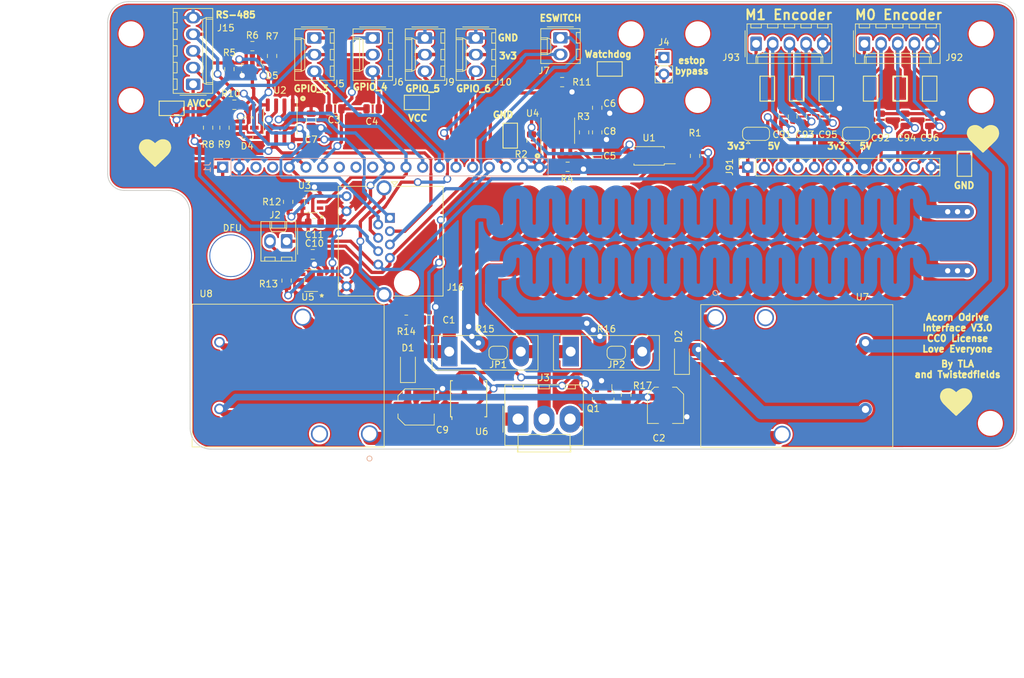
<source format=kicad_pcb>
(kicad_pcb (version 20211014) (generator pcbnew)
  (layers (0 "F.Cu" signal) (31 "B.Cu" signal) (34 "B.Paste" user) (35 "F.Paste" user) (36 "B.SilkS" user "B.Silkscreen") (37 "F.SilkS" user "F.Silkscreen") (38 "B.Mask" user) (39 "F.Mask" user) (44 "Edge.Cuts" user))
  (net 0 "")
  (net 1 "GND")
  (net 2 "3v3")
  (net 3 "GPIO_1")
  (net 4 "GPIO_2")
  (net 5 "GPIO_3")
  (net 6 "GPIO_4")
  (net 7 "CAN_H")
  (net 8 "CAN_L")
  (net 9 "AVCC")
  (net 10 "AGND")
  (net 11 "SPI_SCK")
  (net 12 "SPI_MISO")
  (net 13 "SPI_MOSI")
  (net 14 "GPIO_5")
  (net 15 "GPIO_6")
  (net 16 "GPIO_7")
  (net 17 "GPIO_8")
  (net 18 "Net-(C5-Pad1)")
  (net 19 "Net-(D4-Pad2)")
  (net 20 "Net-(D4-Pad1)")
  (net 21 "Net-(D5-Pad1)")
  (net 22 "Net-(D5-Pad2)")
  (net 23 "Net-(R1-Pad2)")
  (net 24 "Net-(C6-Pad1)")
  (net 25 "WDI")
  (net 26 "Net-(R3-Pad1)")
  (net 27 "E1")
  (net 28 "E2")
  (net 29 "E_SWITCH1")
  (net 30 "E_SWITCH2")
  (net 31 "Net-(J16-Pad9)")
  (net 32 "Net-(J16-Pad11)")
  (net 33 "Enc1A")
  (net 34 "Enc0A")
  (net 35 "Enc1B")
  (net 36 "Enc0B")
  (net 37 "Enc1Z")
  (net 38 "Enc0Z")
  (net 39 "5V")
  (net 40 "Net-(J92-Pad1)")
  (net 41 "/Enc1PosV")
  (net 42 "Net-(C1-Pad2)")
  (net 43 "Net-(J16-PadSH)")
  (net 45 "led_buffer_rx")
  (net 46 "led_buffer_tx")
  (net 47 "COIL_DRIVE")
  (net 48 "Net-(Q1-Pad1)")
  (net 49 "Net-(J3-Pad3)")
  (net 53 "Net-(JP1-Pad2)")
  (net 54 "Net-(J3-Pad2)")
  (net 55 "Net-(J3-Pad1)")
  (net 56 "Net-(JP2-Pad1)")
  (footprint "MountingHole:MountingHole_3.2mm_M3" (layer "F.Cu") (at 158.75 82.55 90)
    (fp_text reference "H2" hide)
    (fp_text value "MountingHole")
  )
  (footprint "Capacitor_SMD:C_0805_2012Metric" (layer "F.Cu") (at 113.665 83.82)
    (fp_text reference "C3")
    (fp_text value "DNP")
  )
  (footprint "Capacitor_SMD:C_0805_2012Metric" (layer "F.Cu") (at 119.38 83.82 180)
    (fp_text reference "C4")
    (fp_text value "DNP")
  )
  (footprint "TestPoint:TestPoint_Keystone_5015_Micro-Minature" (layer "F.Cu") (at 126.1 82.85 180)
    (fp_text reference "TP1" hide)
    (fp_text value "TestPoint" hide)
  )
  (footprint "TestPoint:TestPoint_Keystone_5015_Micro-Minature" (layer "F.Cu") (at 88.75 83.75 180)
    (fp_text reference "TP5" hide)
    (fp_text value "TestPoint" hide)
  )
  (footprint "Resistor_SMD:R_0805_2012Metric" (layer "F.Cu") (at 143.59 88.66 -90)
    (fp_text reference "R2")
    (fp_text value "10k")
  )
  (footprint "Resistor_SMD:R_0805_2012Metric" (layer "F.Cu") (at 168.5 91 -90)
    (fp_text reference "R1")
    (fp_text value "220R")
  )
  (footprint "Connector_Molex:Molex_KK-254_AE-6410-03A_1x03_P2.54mm_Vertical" (layer "F.Cu") (at 110.49 73.025 -90)
    (fp_text reference "J5")
    (fp_text value "Conn_01x03")
  )
  (footprint "Connector_Molex:Molex_KK-254_AE-6410-03A_1x03_P2.54mm_Vertical" (layer "F.Cu") (at 119.38 73.025 -90)
    (fp_text reference "J6")
    (fp_text value "Conn_01x03")
  )
  (footprint "Connector_Molex:Molex_KK-254_AE-6410-03A_1x03_P2.54mm_Vertical" (layer "F.Cu") (at 127.34 73.025 -90)
    (fp_text reference "J9")
    (fp_text value "Conn_01x03")
  )
  (footprint "Connector_Molex:Molex_KK-254_AE-6410-03A_1x03_P2.54mm_Vertical" (layer "F.Cu") (at 135.09 73.025 -90)
    (fp_text reference "J10")
    (fp_text value "Conn_01x03")
  )
  (footprint "MountingHole:MountingHole_3.2mm_M3" (layer "F.Cu") (at 82.55 72.39 90)
    (fp_text reference "H3" hide)
    (fp_text value "MountingHole")
  )
  (footprint "MountingHole:MountingHole_3.2mm_M3" (layer "F.Cu") (at 82.55 82.55 90)
    (fp_text reference "H1" hide)
    (fp_text value "MountingHole")
  )
  (footprint "MountingHole:MountingHole_3.2mm_M3" (layer "F.Cu") (at 158.75 72.39 90)
    (fp_text reference "H4" hide)
    (fp_text value "MountingHole")
  )
  (footprint "Capacitor_SMD:C_0805_2012Metric" (layer "F.Cu") (at 110 85.5 -90)
    (fp_text reference "C7")
    (fp_text value "0.1uF")
  )
  (footprint "digikey-footprints:SOT-23-3" (layer "F.Cu") (at 101.05 77.76875 -90)
    (fp_text reference "D5")
    (fp_text value "CDSOT23-SM712")
  )
  (footprint "Resistor_SMD:R_0805_2012Metric" (layer "F.Cu") (at 97.55 77.76875 90)
    (fp_text reference "R5")
    (fp_text value "750R")
  )
  (footprint "Resistor_SMD:R_0805_2012Metric" (layer "F.Cu") (at 101.05 74.26875)
    (fp_text reference "R6")
    (fp_text value "130R")
  )
  (footprint "Resistor_SMD:R_0805_2012Metric" (layer "F.Cu") (at 104.05 75.76875 90)
    (fp_text reference "R7")
    (fp_text value "750R")
  )
  (footprint "Resistor_SMD:R_0805_2012Metric" (layer "F.Cu") (at 94.300001 86.699999 -90)
    (fp_text reference "R8")
    (fp_text value "750R")
  )
  (footprint "Resistor_SMD:R_0805_2012Metric" (layer "F.Cu") (at 96.800001 86.699999 90)
    (fp_text reference "R9")
    (fp_text value "130R")
  )
  (footprint "Resistor_SMD:R_0805_2012Metric" (layer "F.Cu") (at 98.300001 83.199999 180)
    (fp_text reference "R10")
    (fp_text value "750R")
  )
  (footprint "Package_SO:SOIC-8_3.9x4.9mm_P1.27mm" (layer "F.Cu") (at 105.300001 85.699999 -90)
    (fp_text reference "U2")
    (fp_text value "THVD1451D")
  )
  (footprint "digikey-footprints:SOT-23-3" (layer "F.Cu") (at 100.300001 86.699999)
    (fp_text reference "D4")
    (fp_text value "CDSOT23-SM712")
  )
  (footprint "Package_SO:SOP-4_4.4x2.6mm_P1.27mm" (layer "F.Cu") (at 161.5 91 180)
    (fp_text reference "U1")
    (fp_text value "PS2805A-1-A")
  )
  (footprint "Capacitor_SMD:C_0805_2012Metric" (layer "F.Cu") (at 153.59 91.16 90)
    (fp_text reference "C5")
    (fp_text value "3900pF NP0")
  )
  (footprint "Capacitor_SMD:C_0805_2012Metric" (layer "F.Cu") (at 153.59 83.66 -90)
    (fp_text reference "C6")
    (fp_text value "3900pF NP0")
  )
  (footprint "Capacitor_SMD:C_0805_2012Metric" (layer "F.Cu") (at 153.59 87.41 -90)
    (fp_text reference "C8")
    (fp_text value "0.1uF")
  )
  (footprint "Connector_Molex:Molex_KK-254_AE-6410-02A_1x02_P2.54mm_Vertical" (layer "F.Cu") (at 147.98 73 -90)
    (fp_text reference "J7")
    (fp_text value "Conn_01x02")
  )
  (footprint "Resistor_SMD:R_0805_2012Metric" (layer "F.Cu") (at 151.59 87.41 90)
    (fp_text reference "R3")
    (fp_text value "1M")
  )
  (footprint "Resistor_SMD:R_0805_2012Metric" (layer "F.Cu") (at 149.09 92.66 180)
    (fp_text reference "R4")
    (fp_text value "1M")
  )
  (footprint "Resistor_SMD:R_0805_2012Metric" (layer "F.Cu") (at 148.25 79.75)
    (fp_text reference "R11")
    (fp_text value "10k")
  )
  (footprint "Package_SO:SO-8_3.9x4.9mm_P1.27mm" (layer "F.Cu") (at 147.59 87.16 90)
    (fp_text reference "U4")
    (fp_text value "UCC2946D")
  )
  (footprint "TestPoint:TestPoint_Keystone_5015_Micro-Minature" (layer "F.Cu") (at 140.34 87.91 90)
    (fp_text reference "TP4" hide)
    (fp_text value "TestPoint" hide)
  )
  (footprint "Connector_RJ:RJ45_Amphenol_RJHSE538X" (layer "F.Cu") (at 122 100.436 -90)
    (fp_text reference "J16")
    (fp_text value "RJ45_LED_Shielded")
  )
  (footprint "Connector_Molex:Molex_KK-254_AE-6410-02A_1x02_P2.54mm_Vertical" (layer "F.Cu") (at 106.27 104 180)
    (fp_text reference "J2")
    (fp_text value "DNP")
  )
  (footprint "Resistor_SMD:R_0805_2012Metric" (layer "F.Cu") (at 106.5 98 -90)
    (fp_text reference "R12")
    (fp_text value "470R")
  )
  (footprint "Resistor_SMD:R_0805_2012Metric" (layer "F.Cu") (at 106.26 110 -90)
    (fp_text reference "R13")
    (fp_text value "470R")
  )
  (footprint "MountingHole:MountingHole_3.2mm_M3" (layer "F.Cu") (at 168.91 72.39 90)
    (fp_text reference "H93" hide)
    (fp_text value "MountingHole")
  )
  (footprint "MountingHole:MountingHole_3.2mm_M3" (layer "F.Cu") (at 212.09 72.39 90)
    (fp_text reference "H94" hide)
    (fp_text value "MountingHole")
  )
  (footprint "MountingHole:MountingHole_3.2mm_M3" (layer "F.Cu") (at 212.09 82.55 90)
    (fp_text reference "H92" hide)
    (fp_text value "MountingHole")
  )
  (footprint "MountingHole:MountingHole_3.2mm_M3" (layer "F.Cu") (at 168.91 82.55 90)
    (fp_text reference "H91" hide)
    (fp_text value "MountingHole")
  )
  (footprint "TestPoint:TestPoint_Keystone_5015_Micro-Minature" (layer "F.Cu") (at 195.25 80.75 90)
    (fp_text reference "TP95" hide)
    (fp_text value "TestPoint")
  )
  (footprint "Capacitor_SMD:C_0805_2012Metric" (layer "F.Cu") (at 200.5 85.5 90)
    (fp_text reference "C94")
    (fp_text value "47pF")
  )
  (footprint "TestPoint:TestPoint_Keystone_5015_Micro-Minature" (layer "F.Cu") (at 199.75 80.75 90)
    (fp_text reference "TP96" hide)
    (fp_text value "TestPoint")
  )
  (footprint "Capacitor_SMD:C_0805_2012Metric" (layer "F.Cu") (at 204.25 85.5 90)
    (fp_text reference "C96")
    (fp_text value "47pF")
  )
  (footprint "Jumper:SolderJumper-3_P1.3mm_Open_RoundedPad1.0x1.5mm" (layer "F.Cu") (at 193.04 87.63)
    (fp_text reference "JP91" hide)
    (fp_text value "SolderJumper_3_Bridged12")
  )
  (footprint "Jumper:SolderJumper-3_P1.3mm_Open_RoundedPad1.0x1.5mm" (layer "F.Cu") (at 177.8 87.63)
    (fp_text reference "JP92" hide)
    (fp_text value "SolderJumper_3_Bridged12")
  )
  (footprint "Connector_Molex:Molex_KK-254_AE-6410-05A_1x05_P2.54mm_Vertical" (layer "F.Cu") (at 194.31 73.914)
    (fp_text reference "J92")
    (fp_text value "Conn_01x05_Male")
  )
  (footprint "TestPoint:TestPoint_Keystone_5015_Micro-Minature" (layer "F.Cu") (at 184 80.75 90)
    (fp_text reference "TP93" hide)
    (fp_text value "TestPoint")
  )
  (footprint "Capacitor_SMD:C_0805_2012Metric" (layer "F.Cu") (at 188.25 85 90)
    (fp_text reference "C95")
    (fp_text value "47pF")
  )
  (footprint "TestPoint:TestPoint_Keystone_5015_Micro-Minature" (layer "F.Cu") (at 179.5 80.75 90)
    (fp_text reference "TP92" hide)
    (fp_text value "TestPoint")
  )
  (footprint "Connector_PinSocket_2.54mm:PinSocket_1x12_P2.54mm_Vertical" (layer "F.Cu") (at 176.53 92.71 90)
    (fp_text reference "J91")
    (fp_text value "Conn_01x12_Female")
  )
  (footprint "Capacitor_SMD:C_0805_2012Metric" (layer "F.Cu") (at 184.75 85 90)
    (fp_text reference "C93")
    (fp_text value "47pF")
  )
  (footprint "Capacitor_SMD:C_0805_2012Metric" (layer "F.Cu") (at 196.75 85.5 90)
    (fp_text reference "C92")
    (fp_text value "47pF")
  )
  (footprint "TestPoint:TestPoint_Keystone_5015_Micro-Minature" (layer "F.Cu") (at 188.5 80.75 90)
    (fp_text reference "TP94" hide)
    (fp_text value "TestPoint")
  )
  (footprint "TestPoint:TestPoint_Keystone_5015_Micro-Minature" (layer "F.Cu") (at 209.55 92.202 90)
    (fp_text reference "TP91" hide)
    (fp_text value "TestPoint")
  )
  (footprint "Connector_Molex:Molex_KK-254_AE-6410-05A_1x05_P2.54mm_Vertical" (layer "F.Cu") (at 177.8 73.914)
    (fp_text reference "J93")
    (fp_text value "Conn_01x05_Male")
  )
  (footprint "Capacitor_SMD:C_0805_2012Metric" (layer "F.Cu") (at 182 85 90)
    (fp_text reference "C91")
    (fp_text value "47pF")
  )
  (footprint "TestPoint:TestPoint_Keystone_5015_Micro-Minature" (layer "F.Cu") (at 204.25 80.75 90)
    (fp_text reference "TP97" hide)
    (fp_text value "TestPoint")
  )
  (footprint "Diode_SMD:D_1206_3216Metric" (layer "F.Cu") (at 124.75 123.25 90)
    (fp_text reference "D1")
    (fp_text value "D")
  )
  (footprint "Jumper:SolderJumper-2_P1.3mm_Open_RoundedPad1.0x1.5mm" (layer "F.Cu") (at 156.5 121 180)
    (fp_text reference "JP2")
    (fp_text value "SolderJumper_2_Open" hide)
  )
  (footprint "Capacitor_SMD:C_0805_2012Metric" (layer "F.Cu") (at 110.25 106)
    (fp_text reference "C10")
    (fp_text value "0.1uF")
  )
  (footprint "Connector_PinHeader_2.54mm:PinHeader_1x02_P2.54mm_Vertical" (layer "F.Cu") (at 163.75 76)
    (fp_text reference "J4")
    (fp_text value "Conn_01x02")
  )
  (footprint "Capacitor_SMD:C_0805_2012Metric" (layer "F.Cu") (at 110.5 101.25)
    (fp_text reference "C11")
    (fp_text value "0.1uF")
  )
  (footprint "taylor_footprints:SN74LVC1G07QDCKTQ1" (layer "F.Cu") (at 110 110 180)
    (fp_text reference "U5")
    (fp_text value "buffer" hide)
  )
  (footprint "Resistor_SMD:R_0805_2012Metric" (layer "F.Cu") (at 158 127.4125 -90)
    (fp_text reference "R17")
    (fp_text value "100R")
  )
  (footprint "taylor_footprints:1558667-1" (layer "F.Cu") (at 117.3712 114.3065 -90)
    (fp_text reference "U8")
    (fp_text value "1558667-1" hide)
  )
  (footprint "Capacitor_SMD:C_Elec_5x5.4" (layer "F.Cu") (at 126 129.25)
    (fp_text reference "C9")
    (fp_text value "10uF")
  )
  (footprint "Capacitor_SMD:C_0805_2012Metric" (layer "F.Cu") (at 128 116 180)
    (fp_text reference "C1")
    (fp_text value "0.1uF")
  )
  (footprint "taylor_footprints:SOJ-8_6x4mm_P1.27mm" (layer "F.Cu") (at 134 128 90)
    (fp_text reference "U6")
    (fp_text value "BV1LC105FJ-C")
  )
  (footprint "MountingHole:MountingHole_3.2mm_M3" (layer "F.Cu") (at 213.5 131.75)
    (fp_text reference "H5" hide)
    (fp_text value "MountingHole")
  )
  (footprint "taylor_footprints:1558667-1" (layer "F.Cu") (at 173.1288 134.6935 90)
    (fp_text reference "U7")
    (fp_text value "1558667-1" hide)
  )
  (footprint "Connector_Molex:Molex_KK-254_AE-6410-05A_1x05_P2.54mm_Vertical" (layer "F.Cu") (at 92.02 80.08 90)
    (fp_text reference "J15")
    (fp_text value "Conn_01x05")
  )
  (footprint "TestPoint:TestPoint_Keystone_5015_Micro-Minature" (layer "F.Cu") (at 155.5 77.75)
    (fp_text reference "TP2" hide)
    (fp_text value "TestPoint")
  )
  (footprint "Resistor_SMD:R_0805_2012Metric" (layer "F.Cu") (at 124.5 116)
    (fp_text reference "R14")
    (fp_text value "470R")
  )
  (footprint "Connector_Molex:Molex_KK-396_A-41791-0003_1x03_P3.96mm_Vertical" (layer "F.Cu") (at 141.54 131.105)
    (fp_text reference "J3")
    (fp_text value "DNP")
  )
  (footprint "Package_TO_SOT_THT:TO-247-2_Vertical" (layer "F.Cu") (at 149.55 120.82)
    (fp_text reference "R16")
    (fp_text value "DNP")
  )
  (footprint "taylor_footprints:SN74LVC1G07QDCKTQ1" (layer "F.Cu") (at 110 98 180)
    (fp_text reference "U3")
    (fp_text value "buffer" hide)
  )
  (footprint "digikey-footprints:SOT-23-3" (layer "F.Cu") (at 154.5 127.4125 -90)
    (fp_text reference "Q1")
    (fp_text value "DNP")
  )
  (footprint "Package_TO_SOT_THT:TO-247-2_Vertical" (layer "F.Cu") (at 131.05 120.82)
    (fp_text reference "R15")
    (fp_text value "DNP")
  )
  (footprint "Capacitor_SMD:C_Elec_5x5.4" (layer "F.Cu") (at 164 129 -90)
    (fp_text reference "C2")
    (fp_text value "10uF")
  )
  (footprint "Jumper:SolderJumper-2_P1.3mm_Open_RoundedPad1.0x1.5mm" (layer "F.Cu") (at 138.5 121 180)
    (fp_text reference "JP1")
    (fp_text value "SolderJumper_2_Open" hide)
  )
  (footprint "MountingHole:MountingHole_6.4mm_M6" (layer "F.Cu") (at 97.75 106.21)
    (fp_text reference "H9" hide)
    (fp_text value "MountingHole")
  )
  (footprint "Diode_SMD:D_1206_3216Metric" (layer "F.Cu") (at 166.5 122 90)
    (fp_text reference "D2")
    (fp_text value "D")
  )
  (footprint "Connector_PinHeader_2.54mm:PinHeader_1x20_P2.54mm_Vertical" (layer "B.Cu") (at 96.52 92.71 -90)
    (fp_text reference "J1")
    (fp_text value "Conn_01x20_Male" hide)
  )
  (gr_circle (center 144.5 91) (end 144.75 91) (layer "F.SilkS") (width 0.35) (fill none))
  (gr_circle (center 108.75 82.25) (end 109 82.25) (layer "F.SilkS") (width 0.35) (fill none))
  (gr_line (start 79 70.675) (end 79.004936 93.75) (layer "Edge.Cuts") (width 0.15))
  (gr_line (start 217.5 132.495064) (end 217.5 70.675) (layer "Edge.Cuts") (width 0.15))
  (gr_line (start 214.325 67.5) (end 82.175 67.5) (layer "Edge.Cuts") (width 0.15))
  (gr_line (start 94.745064 135.675) (end 214.325 135.670064) (layer "Edge.Cuts") (width 0.15))
  (gr_arc (start 88.254936 96.25) (mid 90.53063 97.22283) (end 91.5 99.5) (layer "Edge.Cuts") (width 0.15))
  (gr_line (start 88.254936 96.25) (end 81.504936 96.25) (layer "Edge.Cuts") (width 0.15))
  (gr_arc (start 94.745064 135.675) (mid 92.5 134.745064) (end 91.570064 132.5) (layer "Edge.Cuts") (width 0.15))
  (gr_arc (start 79 70.675) (mid 79.929936 68.429936) (end 82.175 67.5) (layer "Edge.Cuts") (width 0.15))
  (gr_line (start 91.570064 132.5) (end 91.5 99.5) (layer "Edge.Cuts") (width 0.15))
  (gr_arc (start 217.5 132.495064) (mid 216.570064 134.740128) (end 214.325 135.670064) (layer "Edge.Cuts") (width 0.15))
  (gr_arc (start 214.325 67.5) (mid 216.570064 68.429936) (end 217.5 70.675) (layer "Edge.Cuts") (width 0.15))
  (gr_arc (start 81.504936 96.25) (mid 79.737169 95.517767) (end 79.004936 93.75) (layer "Edge.Cuts") (width 0.15))
  (gr_text "GND" (at 139.25 84.75) (layer "F.SilkS") (effects (font (size 1 1) (thickness 0.25))))
  (gr_text "GPIO_3" (at 110 80.75) (layer "F.SilkS") (effects (font (size 1 1) (thickness 0.25))))
  (gr_text "GPIO_4" (at 119 80.5) (layer "F.SilkS") (effects (font (size 1 1) (thickness 0.25))))
  (gr_text "GPIO_5" (at 127 80.75) (layer "F.SilkS") (effects (font (size 1 1) (thickness 0.25))))
  (gr_text "GPIO_6" (at 134.75 80.75) (layer "F.SilkS") (effects (font (size 1 1) (thickness 0.25))))
  (gr_text "DFU" (at 98 102) (layer "F.SilkS") (effects (font (size 1 1))))
  (gr_text "RS-485" (at 98.5 69.5) (layer "F.SilkS") (effects (font (size 1 1) (thickness 0.25))))
  (gr_text "By TLA\nand Twistedfields" (at 208.5 123.5) (layer "F.SilkS") (effects (font (size 1 1) (thickness 0.25))))
  (gr_text "Acorn Odrive\nInterface V3.0\nCC0 License\nLove Everyone" (at 208.5 118) (layer "F.SilkS") (effects (font (size 1 1) (thickness 0.25))))
  (gr_text "ESWITCH" (at 148 70) (layer "F.SilkS") (effects (font (size 1 1) (thickness 0.25))))
  (gr_text "5V" (at 180.5 89.5) (layer "F.SilkS") (effects (font (size 1 1) (thickness 0.25))))
  (gr_text "M0 Encoder" (at 199.5 69.5) (layer "F.SilkS") (effects (font (size 1.5 1.5) (thickness 0.3))))
  (gr_text "M1 Encoder" (at 182.75 69.5) (layer "F.SilkS") (effects (font (size 1.5 1.5) (thickness 0.3))))
  (gr_text "3v3" (at 190 89.5) (layer "F.SilkS") (effects (font (size 1 1) (thickness 0.25))))
  (gr_text "3v3" (at 174.75 89.5) (layer "F.SilkS") (effects (font (size 1 1) (thickness 0.25))))
  (gr_text "5V" (at 194.5 89.5) (layer "F.SilkS") (effects (font (size 1 1) (thickness 0.25))))
  (gr_text "estop\nbypass" (at 168 77.25) (layer "F.SilkS") (effects (font (size 1 1) (thickness 0.25))))
  (gr_text "3v3" (at 140 75.75) (layer "F.SilkS") (effects (font (size 1 1) (thickness 0.25))))
  (gr_text "GND" (at 209.5 95.5) (layer "F.SilkS") (effects (font (size 1 1) (thickness 0.25))))
  (gr_text "VCC" (at 126.25 85.25) (layer "F.SilkS") (effects (font (size 1 1) (thickness 0.25))))
  (gr_text "AVCC" (at 93 83) (layer "F.SilkS") (effects (font (size 1 1) (thickness 0.25))))
  (gr_text "Watchdog" (at 155.25 75.5) (layer "F.SilkS") (effects (font (size 1 1) (thickness 0.25))))
  (gr_text "GND" (at 140 73) (layer "F.SilkS") (effects (font (size 1 1) (thickness 0.25))))
  (segment (start 209.042 92.71) (end 209.55 92.202) (width 0.5) (layer "F.Cu") (net 1))
  (segment (start 204.47 92.71) (end 209.042 92.71) (width 0.5) (layer "F.Cu") (net 1))
  (segment (start 140.34 87.91) (end 141.9025 87.91) (width 0.5) (layer "F.Cu") (net 1))
  (segment (start 151.16 92.66) (end 150.0275 92.66) (width 0.5) (layer "F.Cu") (net 1))
  (segment (start 111.36525 96.61525) (end 110.5 95.75) (width 0.5) (layer "F.Cu") (net 1))
  (segment (start 131.2896 127.7104) (end 130.0297 126.4505) (width 1) (layer "F.Cu") (net 1))
  (segment (start 190.1875 84.0625) (end 190.5 83.75) (width 0.5) (layer "F.Cu") (net 1))
  (segment (start 200.5 84.5625) (end 204.25 84.5625) (width 0.5) (layer "F.Cu") (net 1))
  (segment (start 101.350001 86.699999) (end 101.350001 84.349997) (width 0.5) (layer "F.Cu") (net 1))
  (segment (start 111.45 100.7) (end 111.45 101.25) (width 0.5) (layer "F.Cu") (net 1))
  (segment (start 149.1875 79.75) (end 149.1875 80.6875) (width 0.5) (layer "F.Cu") (net 1))
  (segment (start 111.36525 108.36525) (end 110.5 107.5) (width 0.5) (layer "F.Cu") (net 1))
  (segment (start 188.25 84.0625) (end 190.1875 84.0625) (width 0.5) (layer "F.Cu") (net 1))
  (segment (start 128.95 114) (end 128.95 115.7) (width 0.5) (layer "F.Cu") (net 1))
  (segment (start 145.685 89.735) (end 145.685 91.805) (width 0.5) (layer "F.Cu") (net 1))
  (segment (start 110.673279 97.049999) (end 110.25 97.473278) (width 0.5) (layer "F.Cu") (net 1))
  (segment (start 111.36525 97.049999) (end 110.673279 97.049999) (width 0.5) (layer "F.Cu") (net 1))
  (segment (start 153.59 90.2225) (end 153.59 88.3475) (width 0.5) (layer "F.Cu") (net 1))
  (segment (start 206.1875 84.5625) (end 206.25 84.5) (width 0.5) (layer "F.Cu") (net 1))
  (segment (start 164 131.0625) (end 166.9375 131.0625) (width 2) (layer "F.Cu") (net 1))
  (segment (start 101.05 78.81875) (end 101.05 80.55) (width 0.5) (layer "F.Cu") (net 1))
  (segment (start 133.0396 127.7104) (end 131.2896 127.7104) (width 1) (layer "F.Cu") (net 1))
  (segment (start 99.5 78.75) (end 99.56875 78.81875) (width 0.5) (layer "F.Cu") (net 1))
  (segment (start 128.95 115.7) (end 129 115.75) (width 0.5) (layer "F.Cu") (net 1))
  (segment (start 110.25 99.5) (end 111.45 100.7) (width 0.5) (layer "F.Cu") (net 1))
  (segment (start 111.36525 109.049999) (end 111.36525 108.36525) (width 0.5) (layer "F.Cu") (net 1))
  (segment (start 101.350001 84.349997) (end 102.474999 83.224999) (width 0.5) (layer "F.Cu") (net 1))
  (segment (start 154.8475 88.3475) (end 155 88.5) (width 0.5) (layer "F.Cu") (net 1))
  (segment (start 99.45625 78.70625) (end 97.55 78.70625) (width 0.5) (layer "F.Cu") (net 1))
  (segment (start 102.474999 83.224999) (end 101.25 82) (width 0.5) (layer "F.Cu") (net 1))
  (segment (start 109.72 95.75) (end 110.5 95.75) (width 0.5) (layer "F.Cu") (net 1))
  (segment (start 101.05 80.55) (end 101.25 80.75) (width 0.5) (layer "F.Cu") (net 1))
  (segment (start 149.1875 80.6875) (end 149.75 81.25) (width 0.5) (layer "F.Cu") (net 1))
  (segment (start 151.5 93) (end 151.16 92.66) (width 0.5) (layer "F.Cu") (net 1))
  (segment (start 153.55 126.3625) (end 153.55 125.95) (width 0.5) (layer "F.Cu") (net 1))
  (segment (start 143.59 91.52) (end 144.78 92.71) (width 0.5) (layer "F.Cu") (net 1))
  (segment (start 166.9375 131.0625) (end 167.25 130.75) (width 2) (layer "F.Cu") (net 1))
  (segment (start 133.365 127.385) (end 133.0396 127.7104) (width 1) (layer "F.Cu") (net 1))
  (segment (start 153.55 125.95) (end 154.25 125.25) (width 0.5) (layer "F.Cu") (net 1))
  (segment (start 111.2 106) (end 111.2 106.8) (width 0.5) (layer "F.Cu") (net 1))
  (segment (start 182 84.0625) (end 184.75 84.0625) (width 0.5) (layer "F.Cu") (net 1))
  (segment (start 106.68 92.71) (end 109.72 95.75) (width 0.5) (layer "F.Cu") (net 1))
  (segment (start 204.25 84.5625) (end 206.1875 84.5625) (width 0.5) (layer "F.Cu") (net 1))
  (segment (start 99.237501 83.199999) (end 100.050001 83.199999) (width 0.5) (layer "F.Cu") (net 1))
  (segment (start 111.1875 86.4375) (end 111.5 86.75) (width 0.5) (layer "F.Cu") (net 1))
  (segment (start 99.56875 78.81875) (end 101.05 78.81875) (width 0.5) (layer "F.Cu") (net 1))
  (segment (start 110 86.4375) (end 111.1875 86.4375) (width 0.5) (layer "F.Cu") (net 1))
  (segment (start 99.5 78.75) (end 99.45625 78.70625) (width 0.5) (layer "F.Cu") (net 1))
  (segment (start 143.59 89.5975) (end 143.59 91.52) (width 0.5) (layer "F.Cu") (net 1))
  (segment (start 133.365 125.375) (end 133.365 127.385) (width 0.7) (layer "F.Cu") (net 1))
  (segment (start 153.59 88.3475) (end 154.8475 88.3475) (width 0.5) (layer "F.Cu") (net 1))
  (segment (start 155.4025 84.5975) (end 155.5 84.5) (width 0.5) (layer "F.Cu") (net 1))
  (segment (start 145.685 91.805) (end 144.78 92.71) (width 0.5) (layer "F.Cu") (net 1))
  (segment (start 100.050001 83.199999) (end 101.25 82) (width 0.5) (layer "F.Cu") (net 1))
  (segment (start 110.25 97.473278) (end 110.25 99.5) (width 0.5) (layer "F.Cu") (net 1))
  (segment (start 153.59 84.5975) (end 155.4025 84.5975) (width 0.5) (layer "F.Cu") (net 1))
  (segment (start 103.395001 83.224999) (end 102.474999 83.224999) (width 0.5) (layer "F.Cu") (net 1))
  (segment (start 130.0297 127.2828) (end 130.0297 126.4505) (width 1) (layer "F.Cu") (net 1))
  (segment (start 128.0625 129.25) (end 130.0297 127.2828) (width 1) (layer "F.Cu") (net 1))
  (segment (start 101.25 80.75) (end 101.25 82) (width 0.5) (layer "F.Cu") (net 1))
  (segment (start 184.75 84.0625) (end 188.25 84.0625) (width 0.5) (layer "F.Cu") (net 1))
  (segment (start 111.36525 97.049999) (end 111.36525 96.61525) (width 0.5) (layer "F.Cu") (net 1))
  (segment (start 111.2 106.8) (end 110.5 107.5) (width 0.5) (layer "F.Cu") (net 1))
  (segment (start 141.9025 87.91) (end 143.59 89.5975) (width 0.5) (layer "F.Cu") (net 1))
  (segment (start 196.75 84.5625) (end 200.5 84.5625) (width 0.5) (layer "F.Cu") (net 1))
  (via (at 111.5 86.75) (size 1.2) (drill 0.8) (layers "F.Cu" "B.Cu") (net 1))
  (via (at 130.0297 126.4505) (size 1.2) (drill 0.8) (layers "F.Cu" "B.Cu") (net 1))
  (via (at 155 88.5) (size 1.2) (drill 0.8) (layers "F.Cu" "B.Cu") (net 1))
  (via (at 110.5 107.5) (size 1.2) (drill 0.8) (layers "F.Cu" "B.Cu") (net 1))
  (via (at 151.5 93) (size 1.2) (drill 0.8) (layers "F.Cu" "B.Cu") (net 1))
  (via (at 110.5 95.75) (size 1.2) (drill 0.8) (layers "F.Cu" "B.Cu") (net 1))
  (via (at 206.25 84.5) (size 1.2) (drill 0.8) (layers "F.Cu" "B.Cu") (net 1))
  (via (at 99.5 78.75) (size 1.2) (drill 0.8) (layers "F.Cu" "B.Cu") (net 1))
  (via (at 155.5 84.5) (size 1.2) (drill 0.8) (layers "F.Cu" "B.Cu") (net 1))
  (via (at 129 114) (size 1.2) (drill 0.8) (layers "F.Cu" "B.Cu") (net 1))
  (via (at 154.25 125.25) (size 1.2) (drill 0.8) (layers "F.Cu" "B.Cu") (net 1))
  (via (at 149.75 81.25) (size 1.2) (drill 0.8) (layers "F.Cu" "B.Cu") (net 1))
  (via (at 190.5 83.75) (size 1.2) (drill 0.8) (layers "F.Cu" "B.Cu") (net 1))
  (via (at 167.25 130.75) (size 1.2) (drill 0.8) (layers "F.Cu" "B.Cu") (net 1))
  (segment (start 106.68 92.335766) (end 111.5 87.515766) (width 0.5) (layer "B.Cu") (net 1))
  (segment (start 111.5 87.515766) (end 111.5 86.75) (width 0.5) (layer "B.Cu") (net 1))
  (segment (start 106.68 92.71) (end 106.68 92.335766) (width 0.5) (layer "B.Cu") (net 1))
  (segment (start 176.53 87.66) (end 176.5 87.63) (width 0.5) (layer "F.Cu") (net 2))
  (segment (start 176.53 92.71) (end 176.53 87.66) (width 0.5) (layer "F.Cu") (net 2))
  (segment (start 191.77 87.66) (end 191.74 87.63) (width 0.5) (layer "F.Cu") (net 2))
  (segment (start 191.77 92.71) (end 191.77 87.66) (width 0.5) (layer "F.Cu") (net 2))
  (segment (start 151.104473 86.958027) (end 147.604483 86.958027) (width 0.5) (layer "F.Cu") (net 2))
  (segment (start 127.34 75.525) (end 135.09 75.525) (width 0.5) (layer "F.Cu") (net 2))
  (segment (start 125.3 76.75) (end 125.3 79.65) (width 0.5) (layer "F.Cu") (net 2))
  (segment (start 153.59 86.4725) (end 151.59 86.4725) (width 0.5) (layer "F.Cu") (net 2))
  (segment (start 151.59 86.4725) (end 151.104473 86.958027) (width 0.5) (layer "F.Cu") (net 2))
  (segment (start 126.485 75.565) (end 125.3 76.75) (width 0.5) (layer "F.Cu") (net 2))
  (segment (start 145.685 85.038544) (end 145.685 84.585) (width 0.5) (layer "F.Cu") (net 2))
  (segment (start 126.1 80.45) (end 126.1 82.85) (width 0.5) (layer "F.Cu") (net 2))
  (segment (start 125.3 79.65) (end 126.1 80.45) (width 0.5) (layer "F.Cu") (net 2))
  (segment (start 147.604483 86.958027) (end 145.685 85.038544) (width 0.5) (layer "F.Cu") (net 2))
  (segment (start 127.34 75.565) (end 126.485 75.565) (width 0.5) (layer "F.Cu") (net 2))
  (segment (start 111.36525 110) (end 112.3542 110) (width 0.5) (layer "F.Cu") (net 3))
  (segment (start 114.25 102.75) (end 119.0495 97.9505) (width 0.5) (layer "F.Cu") (net 3))
  (segment (start 112.3542 110) (end 113.25 109.1042) (width 0.5) (layer "F.Cu") (net 3))
  (segment (start 104 84.945998) (end 104 85) (width 0.5) (layer "F.Cu") (net 3))
  (segment (start 119.0495 97.9505) (end 119.0495 95.5) (width 0.5) (layer "F.Cu") (net 3))
  (segment (start 113.25 109.1042) (end 113.25 107.2995) (width 0.5) (layer "F.Cu") (net 3))
  (segment (start 104.665001 83.224999) (end 104.665001 84.280997) (width 0.5) (layer "F.Cu") (net 3))
  (segment (start 104.665001 84.280997) (end 104 84.945998) (width 0.5) (layer "F.Cu") (net 3))
  (segment (start 104 85) (end 103.550001 85.449999) (width 0.5) (layer "F.Cu") (net 3))
  (via (at 103.550001 85.449999) (size 1.2) (drill 0.8) (layers "F.Cu" "B.Cu") (net 3))
  (via (at 114.25 102.75) (size 1.2) (drill 0.8) (layers "F.Cu" "B.Cu") (net 3))
  (via (at 113.25 107.2995) (size 1.2) (drill 0.8) (layers "F.Cu" "B.Cu") (net 3))
  (via (at 119.0495 95.5) (size 1.2) (drill 0.8) (layers "F.Cu" "B.Cu") (net 3))
  (segment (start 114.25 87.5) (end 116.75 87.5) (width 0.5) (layer "B.Cu") (net 3))
  (segment (start 113.25 107.2995) (end 113.25 103.75) (width 0.5) (layer "B.Cu") (net 3))
  (segment (start 119.13 95.5) (end 119.0495 95.5) (width 0.5) (layer "B.Cu") (net 3))
  (segment (start 107.25 85.5) (end 112.25 85.5) (width 0.5) (layer "B.Cu") (net 3))
  (segment (start 103.550001 85.449999) (end 103.550001 86.050001) (width 0.5) (layer "B.Cu") (net 3))
  (segment (start 113.25 103.75) (end 114.25 102.75) (width 0.5) (layer "B.Cu") (net 3))
  (segment (start 106 86.75) (end 107.25 85.5) (width 0.5) (layer "B.Cu") (net 3))
  (segment (start 120.75 91.54) (end 121.92 92.71) (width 0.5) (layer "B.Cu") (net 3))
  (segment (start 104.25 86.75) (end 106 86.75) (width 0.5) (layer "B.Cu") (net 3))
  (segment (start 121.92 92.71) (end 119.13 95.5) (width 0.5) (layer "B.Cu") (net 3))
  (segment (start 116.75 87.5) (end 120.75 91.5) (width 0.5) (layer "B.Cu") (net 3))
  (segment (start 103.550001 86.050001) (end 104.25 86.75) (width 0.5) (layer "B.Cu") (net 3))
  (segment (start 112.25 85.5) (end 114.25 87.5) (width 0.5) (layer "B.Cu") (net 3))
  (segment (start 120.75 91.5) (end 120.75 91.54) (width 0.5) (layer "B.Cu") (net 3))
  (segment (start 112.3542 98) (end 116.1042 94.25) (width 0.5) (layer "F.Cu") (net 4))
  (segment (start 105.935001 84.334999) (end 105.935001 83.224999) (width 0.5) (layer "F.Cu") (net 4))
  (segment (start 124 94.25) (end 124.5 93.75) (width 0.5) (layer "F.Cu") (net 4))
  (segment (start 116.1042 94.25) (end 124 94.25) (width 0.5) (layer "F.Cu") (net 4))
  (segment (start 105.935001 84.564999) (end 105.050001 85.449999) (width 0.5) (layer "F.Cu") (net 4))
  (segment (start 111.36525 98) (end 112.3542 98) (width 0.5) (layer "F.Cu") (net 4))
  (segment (start 124.5 93.75) (end 124.5 92.75) (width 0.5) (layer "F.Cu") (net 4))
  (segment (start 124.5 92.75) (end 124.46 92.71) (width 0.5) (layer "F.Cu") (net 4))
  (segment (start 105.935001 83.224999) (end 105.935001 84.564999) (width 0.5) (layer "F.Cu") (net 4))
  (via (at 105.050001 85.449999) (size 1.2) (drill 0.8) (layers "F.Cu" "B.Cu") (net 4))
  (segment (start 113 84.5) (end 106.75 84.5) (width 0.5) (layer "B.Cu") (net 4))
  (segment (start 120.25 86.5) (end 115 86.5) (width 0.5) (layer "B.Cu") (net 4))
  (segment (start 105.800001 85.449999) (end 105.050001 85.449999) (width 0.5) (layer "B.Cu") (net 4))
  (segment (start 106.75 84.5) (end 105.800001 85.449999) (width 0.5) (layer "B.Cu") (net 4))
  (segment (start 124.46 92.71) (end 124.46 90.71) (width 0.5) (layer "B.Cu") (net 4))
  (segment (start 124.46 90.71) (end 120.25 86.5) (width 0.5) (layer "B.Cu") (net 4))
  (segment (start 115 86.5) (end 113 84.5) (width 0.5) (layer "B.Cu") (net 4))
  (segment (start 110.49 78.025) (end 110.49 79.375) (width 0.5) (layer "F.Cu") (net 5))
  (segment (start 112.7275 81.6125) (end 112.7275 83.82) (width 0.5) (layer "F.Cu") (net 5))
  (segment (start 110.49 79.375) (end 112.7275 81.6125) (width 0.5) (layer "F.Cu") (net 5))
  (segment (start 127 92.71) (end 127 91.507919) (width 0.5) (layer "B.Cu") (net 5))
  (segment (start 117.300009 84.800009) (end 110.525 78.025) (width 0.5) (layer "B.Cu") (net 5))
  (segment (start 110.525 78.025) (end 110.49 78.025) (width 0.5) (layer "B.Cu") (net 5))
  (segment (start 127 91.507919) (end 120.29209 84.800009) (width 0.5) (layer "B.Cu") (net 5))
  (segment (start 120.29209 84.800009) (end 117.300009 84.800009) (width 0.5) (layer "B.Cu") (net 5))
  (segment (start 120.3175 78.9625) (end 119.38 78.025) (width 0.5) (layer "F.Cu") (net 6))
  (segment (start 120.3175 83.82) (end 120.3175 78.9625) (width 0.5) (layer "F.Cu") (net 6))
  (segment (start 119.38 80.63) (end 119.38 78.025) (width 0.5) (layer "B.Cu") (net 6))
  (segment (start 129.54 90.79) (end 119.38 80.63) (width 0.5) (layer "B.Cu") (net 6))
  (segment (start 129.54 92.71) (end 129.54 90.79) (width 0.5) (layer "B.Cu") (net 6))
  (segment (start 88.75 84.75) (end 88.75 83.75) (width 0.5) (layer "F.Cu") (net 9))
  (segment (start 89.5 85.5) (end 88.75 84.75) (width 0.5) (layer "F.Cu") (net 9))
  (segment (start 89.5 88.75) (end 92.160489 91.410489) (width 0.5) (layer "F.Cu") (net 9))
  (segment (start 107.920489 91.410489) (end 109.22 92.71) (width 0.5) (layer "F.Cu") (net 9))
  (segment (start 119.38 75.565) (end 110.49 75.565) (width 0.5) (layer "F.Cu") (net 9))
  (segment (start 89.5 85.5) (end 89.5 88.75) (width 0.5) (layer "F.Cu") (net 9))
  (segment (start 92.160489 91.410489) (end 107.920489 91.410489) (width 0.5) (layer "F.Cu") (net 9))
  (via (at 89.5 85.5) (size 1.2) (drill 0.8) (layers "F.Cu" "B.Cu") (net 9))
  (segment (start 93.75 84.25) (end 97.75 80.25) (width 0.5) (layer "B.Cu") (net 9))
  (segment (start 89.5 85.5) (end 90.75 84.25) (width 0.5) (layer "B.Cu") (net 9))
  (segment (start 109.185 75.565) (end 110.49 75.565) (width 0.5) (layer "B.Cu") (net 9))
  (segment (start 97.75 80.25) (end 104.5 80.25) (width 0.5) (layer "B.Cu") (net 9))
  (segment (start 104.5 80.25) (end 109.185 75.565) (width 0.5) (layer "B.Cu") (net 9))
  (segment (start 90.75 84.25) (end 93.75 84.25) (width 0.5) (layer "B.Cu") (net 9))
  (segment (start 110.49 73.025) (end 119.38 73.025) (width 0.5) (layer "F.Cu") (net 10))
  (segment (start 114.6025 83.82) (end 118.4425 83.82) (width 0.5) (layer "F.Cu") (net 10))
  (segment (start 116.205 82.2175) (end 114.6025 83.82) (width 0.5) (layer "F.Cu") (net 10))
  (segment (start 114.6025 88.8975) (end 114.6025 83.82) (width 0.5) (layer "F.Cu") (net 10))
  (segment (start 114 89.5) (end 114.6025 88.8975) (width 0.5) (layer "F.Cu") (net 10))
  (segment (start 116.205 81.28) (end 116.205 82.2175) (width 0.5) (layer "F.Cu") (net 10))
  (via (at 116.205 81.28) (size 1.2) (drill 0.8) (layers "F.Cu" "B.Cu") (net 10))
  (via (at 114 89.5) (size 1.2) (drill 0.8) (layers "F.Cu" "B.Cu") (net 10))
  (segment (start 116.205 73.66) (end 116.205 81.28) (width 0.5) (layer "B.Cu") (net 10))
  (segment (start 118.305 73.025) (end 116.84 73.025) (width 0.5) (layer "B.Cu") (net 10))
  (segment (start 111.76 92.71) (end 111.76 91.74) (width 0.5) (layer "B.Cu") (net 10))
  (segment (start 116.84 73.025) (end 116.205 73.66) (width 0.5) (layer "B.Cu") (net 10))
  (segment (start 111.76 91.74) (end 114 89.5) (width 0.5) (layer "B.Cu") (net 10))
  (segment (start 119.38 73.025) (end 118.305 73.025) (width 0.5) (layer "B.Cu") (net 10))
  (segment (start 132.08 83.82) (end 132.08 87.63) (width 0.5) (layer "F.Cu") (net 14))
  (segment (start 127.34 79.08) (end 132.08 83.82) (width 0.5) (layer "F.Cu") (net 14))
  (segment (start 132.08 87.63) (end 132.08 92.71) (width 0.5) (layer "F.Cu") (net 14))
  (segment (start 127.34 78.025) (end 127.34 79.08) (width 0.5) (layer "F.Cu") (net 14))
  (segment (start 134.62 78.495) (end 135.09 78.025) (width 0.5) (layer "F.Cu") (net 15))
  (segment (start 134.62 92.71) (end 134.62 78.495) (width 0.5) (layer "F.Cu") (net 15))
  (segment (start 150.049511 124.200489) (end 148.25 126) (width 0.5) (layer "F.Cu") (net 16))
  (segment (start 129.75 107) (end 129.5 107.25) (width 0.5) (layer "F.Cu") (net 16))
  (segment (start 132.095 130.625) (end 132.095 129.820978) (width 0.5) (layer "F.Cu") (net 16))
  (segment (start 157.75 124.5) (end 157.450489 124.200489) (width 0.5) (layer "F.Cu") (net 16))
  (segment (start 158 128.325) (end 159.14952 127.17548) (width 0.5) (layer "F.Cu") (net 16))
  (segment (start 132.665978 129.25) (end 134.999648 129.25) (width 0.5) (layer "F.Cu") (net 16))
  (segment (start 157.450489 124.200489) (end 150.049511 124.200489) (width 0.5) (layer "F.Cu") (net 16))
  (segment (start 159.14952 127.17548) (end 159.14952 125.89952) (width 0.5) (layer "F.Cu") (net 16))
  (segment (start 129.75 100.75) (end 129.75 107) (width 0.5) (layer "F.Cu") (net 16))
  (segment (start 159.14952 125.89952) (end 157.75 124.5) (width 0.5) (layer "F.Cu") (net 16))
  (segment (start 132.095 129.820978) (end 132.665978 129.25) (width 0.5) (layer "F.Cu") (net 16))
  (segment (start 134.999648 129.25) (end 137.799148 126.4505) (width 0.5) (layer "F.Cu") (net 16))
  (via (at 148.25 126) (size 1.2) (drill 0.8) (layers "F.Cu" "B.Cu") (net 16))
  (via (at 129.5 107.25) (size 1.2) (drill 0.8) (layers "F.Cu" "B.Cu") (net 16))
  (via (at 129.75 100.75) (size 1.2) (drill 0.8) (layers "F.Cu" "B.Cu") (net 16))
  (via (at 137.799148 126.4505) (size 1.2) (drill 0.8) (layers "F.Cu" "B.Cu") (net 16))
  (segment (start 137.799148 126.4505) (end 137.799148 126.39817) (width 0.5) (layer "B.Cu") (net 16))
  (segment (start 129.350489 123.519511) (end 127.950489 122.119511) (width 0.5) (layer "B.Cu") (net 16))
  (segment (start 134.920489 123.519511) (end 129.350489 123.519511) (width 0.5) (layer "B.Cu") (net 16))
  (segment (start 137.16 93.34) (end 129.75 100.75) (width 0.5) (layer "B.Cu") (net 16))
  (segment (start 138.249648 126) (end 137.799148 126.4505) (width 0.5) (layer "B.Cu") (net 16))
  (segment (start 127.950489 122.119511) (end 127.950489 108.799511) (width 0.5) (layer "B.Cu") (net 16))
  (segment (start 137.799148 126.39817) (end 134.920489 123.519511) (width 0.5) (layer "B.Cu") (net 16))
  (segment (start 148.25 126) (end 138.249648 126) (width 0.5) (layer "B.Cu") (net 16))
  (segment (start 137.16 92.71) (end 137.16 93.34) (width 0.5) (layer "B.Cu") (net 16))
  (segment (start 127.950489 108.799511) (end 129.5 107.25) (width 0.5) (layer "B.Cu") (net 16))
  (segment (start 150.105 83.395) (end 153 80.5) (width 0.5) (layer "F.Cu") (net 17))
  (segment (start 147.3125 79.75) (end 147.3125 81.2125) (width 0.5) (layer "F.Cu") (net 17))
  (segment (start 137.3 90.31) (end 139.7 92.71) (width 0.5) (layer "F.Cu") (net 17))
  (segment (start 149.495 84.585) (end 149.495 83.395) (width 0.5) (layer "F.Cu") (net 17))
  (segment (start 161.75 76) (end 163.75 76) (width 0.5) (layer "F.Cu") (net 17))
  (segment (start 147.5 81.4) (end 141.4 81.4) (width 0.5) (layer "F.Cu") (net 17))
  (segment (start 149.495 83.395) (end 150.105 83.395) (width 0.5) (layer "F.Cu") (net 17))
  (segment (start 153 80.5) (end 154.5 80.5) (width 0.5) (layer "F.Cu") (net 17))
  (segment (start 155.5 77.75) (end 160 77.75) (width 0.5) (layer "F.Cu") (net 17))
  (segment (start 147.3125 81.2125) (end 147.5 81.4) (width 0.5) (layer "F.Cu") (net 17))
  (segment (start 137.3 85.5) (end 137.3 90.31) (width 0.5) (layer "F.Cu") (net 17))
  (segment (start 149.495 83.395) (end 147.5 81.4) (width 0.5) (layer "F.Cu") (net 17))
  (segment (start 160 77.75) (end 161.75 76) (width 0.5) (layer "F.Cu") (net 17))
  (segment (start 155.5 79.5) (end 155.5 77.75) (width 0.5) (layer "F.Cu") (net 17))
  (segment (start 154.5 80.5) (end 155.5 79.5) (width 0.5) (layer "F.Cu") (net 17))
  (segment (start 141.4 81.4) (end 137.3 85.5) (width 0.5) (layer "F.Cu") (net 17))
  (segment (start 153.0975 92.0975) (end 150.735 89.735) (width 0.5) (layer "F.Cu") (net 18))
  (segment (start 150.735 89.735) (end 149.495 89.735) (width 0.5) (layer "F.Cu") (net 18))
  (segment (start 153.59 92.0975) (end 153.0975 92.0975) (width 0.5) (layer "F.Cu") (net 18))
  (segment (start 93.1875 88.75) (end 94.300001 87.637499) (width 0.5) (layer "F.Cu") (net 19))
  (segment (start 92.25 88.75) (end 93.1875 88.75) (width 0.5) (layer "F.Cu") (net 19))
  (segment (start 99.250001 87.649999) (end 96.812501 87.649999) (width 0.5) (layer "F.Cu") (net 19))
  (segment (start 92.25 88.75) (end 92.02 88.52) (width 0.5) (layer "F.Cu") (net 19))
  (segment (start 92.02 88.52) (end 92.02 80.08) (width 0.5) (layer "F.Cu") (net 19))
  (segment (start 96.812501 87.649999) (end 96.800001 87.637499) (width 0.5) (layer "F.Cu") (net 19))
  (segment (start 99.775001 88.174999) (end 99.250001 87.649999) (width 0.5) (layer "F.Cu") (net 19))
  (segment (start 94.300001 87.637499) (end 96.800001 87.637499) (width 0.5) (layer "F.Cu") (net 19))
  (segment (start 103.395001 88.174999) (end 99.775001 88.174999) (width 0.5) (layer "F.Cu") (net 19))
  (via (at 92.25 88.75) (size 1.2) (drill 0.8) (layers "F.Cu" "B.Cu") (net 19))
  (segment (start 93 89.5) (end 93 94) (width 0.5) (layer "B.Cu") (net 19))
  (segment (start 118.549501 103.845501) (end 120.22 105.516) (width 0.5) (layer "B.Cu") (net 19))
  (segment (start 92.25 88.75) (end 93 89.5) (width 0.5) (layer "B.Cu") (net 19))
  (segment (start 116.934719 101.700499) (end 118.549501 103.315281) (width 0.5) (layer "B.Cu") (net 19))
  (segment (start 118.549501 103.315281) (end 118.549501 103.845501) (width 0.5) (layer "B.Cu") (net 19))
  (segment (start 93 94) (end 100.700499 101.700499) (width 0.5) (layer "B.Cu") (net 19))
  (segment (start 100.700499 101.700499) (end 116.934719 101.700499) (width 0.5) (layer "B.Cu") (net 19))
  (segment (start 104.665001 89.665001) (end 104.084999 89.665001) (width 0.5) (layer "F.Cu") (net 20))
  (segment (start 124.282 102.468) (end 128.25 98.5) (width 0.5) (layer "F.Cu") (net 20))
  (segment (start 96.800001 84.449999) (end 96.800001 85.762499) (width 0.5) (layer "F.Cu") (net 20))
  (segment (start 104.665001 89.665001) (end 104.665001 88.174999) (width 0.5) (layer "F.Cu") (net 20))
  (segment (start 105.549501 90.549501) (end 104.665001 89.665001) (width 0.5) (layer "F.Cu") (net 20))
  (segment (start 122 102.468) (end 124.282 102.468) (width 0.5) (layer "F.Cu") (net 20))
  (segment (start 127.299501 90.549501) (end 105.549501 90.549501) (width 0.5) (layer "F.Cu") (net 20))
  (segment (start 99.250001 85.749999) (end 99.25 85) (width 0.5) (layer "F.Cu") (net 20))
  (segment (start 128.25 91.5) (end 127.299501 90.549501) (width 0.5) (layer "F.Cu") (net 20))
  (segment (start 97.362501 83.199999) (end 97.362501 83.887499) (width 0.5) (layer "F.Cu") (net 20))
  (segment (start 104.084999 89.665001) (end 103.5 90.25) (width 0.5) (layer "F.Cu") (net 20))
  (segment (start 97.362501 82.882501) (end 97.362501 83.199999) (width 0.5) (layer "F.Cu") (net 20))
  (segment (start 128.25 93.75) (end 128.25 91.5) (width 0.4) (layer "F.Cu") (net 20))
  (segment (start 97.362501 83.887499) (end 96.800001 84.449999) (width 0.5) (layer "F.Cu") (net 20))
  (segment (start 92.02 77.54) (end 97.362501 82.882501) (width 0.5) (layer "F.Cu") (net 20))
  (segment (start 99.250001 85.749999) (end 96.812501 85.749999) (width 0.5) (layer "F.Cu") (net 20))
  (segment (start 128.25 98.5) (end 128.25 93.75) (width 0.5) (layer "F.Cu") (net 20))
  (segment (start 96.812501 85.749999) (end 96.800001 85.762499) (width 0.5) (layer "F.Cu") (net 20))
  (via (at 99.25 85) (size 1.2) (drill 0.8) (layers "F.Cu" "B.Cu") (net 20))
  (via (at 103.5 90.25) (size 1.2) (drill 0.8) (layers "F.Cu" "B.Cu") (net 20))
  (segment (start 99.25 87.5) (end 101 89.25) (width 0.5) (layer "B.Cu") (net 20))
  (segment (start 101 89.25) (end 102 90.25) (width 0.5) (layer "B.Cu") (net 20))
  (segment (start 102 90.25) (end 103.5 90.25) (width 0.5) (layer "B.Cu") (net 20))
  (segment (start 99.25 85) (end 99.25 87.5) (width 0.5) (layer "B.Cu") (net 20))
  (segment (start 107.205001 88.174999) (end 107.205001 89.294999) (width 0.5) (layer "F.Cu") (net 21))
  (segment (start 100.17875 72.46) (end 92.02 72.46) (width 0.5) (layer "F.Cu") (net 21))
  (segment (start 107.205001 89.294999) (end 107 89.5) (width 0.5) (layer "F.Cu") (net 21))
  (segment (start 104.05 76.70625) (end 102.0125 76.70625) (width 0.5) (layer "F.Cu") (net 21))
  (segment (start 112 88.5) (end 107.530002 88.5) (width 0.5) (layer "F.Cu") (net 21))
  (segment (start 102 74.28125) (end 101.9875 74.26875) (width 0.5) (layer "F.Cu") (net 21))
  (segment (start 107.530002 88.5) (end 107.205001 88.174999) (width 0.5) (layer "F.Cu") (net 21))
  (segment (start 101.9875 74.26875) (end 100.17875 72.46) (width 0.5) (layer "F.Cu") (net 21))
  (segment (start 98.656564 81.5) (end 95.75 78.593436) (width 0.5) (layer "F.Cu") (net 21))
  (segment (start 102.0125 76.70625) (end 102 76.71875) (width 0.5) (layer "F.Cu") (net 21))
  (segment (start 95.75 78.593436) (end 95.75 78.5) (width 0.5) (layer "F.Cu") (net 21))
  (segment (start 99.75 81.5) (end 98.656564 81.5) (width 0.5) (layer "F.Cu") (net 21))
  (segment (start 102 76.71875) (end 102 74.28125) (width 0.5) (layer "F.Cu") (net 21))
  (via (at 95.75 78.5) (size 1.2) (drill 0.8) (layers "F.Cu" "B.Cu") (net 21))
  (via (at 107 89.5) (size 1.2) (drill 0.8) (layers "F.Cu" "B.Cu") (net 21))
  (via (at 112 88.5) (size 1.2) (drill 0.8) (layers "F.Cu" "B.Cu") (net 21))
  (via (at 99.75 81.5) (size 1.2) (drill 0.8) (layers "F.Cu" "B.Cu") (net 21))
  (segment (start 118.1 94.5) (end 118.1 93.25) (width 0.4) (layer "B.Cu") (net 21))
  (segment (start 117.999989 94.600011) (end 118.1 94.5) (width 0.5) (layer "B.Cu") (net 21))
  (segment (start 101.25 87) (end 103.450489 89.200489) (width 0.5) (layer "B.Cu") (net 21))
  (segment (start 118.1 91.55) (end 118.1 91.35) (width 0.5) (layer "B.Cu") (net 21))
  (segment (start 118.1 91.35) (end 115.200499 88.450499) (width 0.5) (layer "B.Cu") (net 21))
  (segment (start 117.999989 96.435989) (end 117.999989 94.600011) (width 0.5) (layer "B.Cu") (net 21))
  (segment (start 103.450489 89.200489) (end 106.700489 89.200489) (width 0.5) (layer "B.Cu") (net 21))
  (segment (start 115.200499 88.450499) (end 112.049501 88.450499) (width 0.5) (layer "B.Cu") (net 21))
  (segment (start 122 100.436) (end 117.999989 96.435989) (width 0.5) (layer "B.Cu") (net 21))
  (segment (start 101.25 83) (end 101.25 87) (width 0.5) (layer "B.Cu") (net 21))
  (segment (start 112.049501 88.450499) (end 112 88.5) (width 0.5) (layer "B.Cu") (net 21))
  (segment (start 95.75 76.19) (end 92.02 72.46) (width 0.5) (layer "B.Cu") (net 21))
  (segment (start 99.75 81.5) (end 101.25 83) (width 0.5) (layer "B.Cu") (net 21))
  (segment (start 106.700489 89.200489) (end 107 89.5) (width 0.5) (layer "B.Cu") (net 21))
  (segment (start 118.1 93.25) (end 118.1 91.55) (width 0.4) (layer "B.Cu") (net 21))
  (segment (start 95.75 78.5) (end 95.75 76.19) (width 0.5) (layer "B.Cu") (net 21))
  (segment (start 99.05 76.26875) (end 99.65 76.26875) (width 0.5) (layer "F.Cu") (net 22))
  (segment (start 100.1 76.71875) (end 100.1 74.28125) (width 0.5) (layer "F.Cu") (net 22))
  (segment (start 99.65 76.26875) (end 100.1 76.71875) (width 0.5) (layer "F.Cu") (net 22))
  (segment (start 103.5 79.5) (end 102.75 78.75) (width 0.5) (layer "F.Cu") (net 22))
  (segment (start 97.55 76.83125) (end 93.85125 76.83125) (width 0.5) (layer "F.Cu") (net 22))
  (segment (start 93.85125 76.83125) (end 92.02 75) (width 0.5) (layer "F.Cu") (net 22))
  (segment (start 106.385001 86.75) (end 105.935001 87.2) (width 0.5) (layer "F.Cu") (net 22))
  (segment (start 100.1 74.28125) (end 100.1125 74.26875) (width 0.5) (layer "F.Cu") (net 22))
  (segment (start 97.55 76.83125) (end 99.9875 76.83125) (width 0.5) (layer "F.Cu") (net 22))
  (segment (start 99.9875 76.83125) (end 100.1 76.71875) (width 0.5) (layer "F.Cu") (net 22))
  (segment (start 105.935001 87.2) (end 105.935001 88.174999) (width 0.5) (layer "F.Cu") (net 22))
  (segment (start 103.5 81.2995) (end 103.5 79.5) (width 0.5) (layer "F.Cu") (net 22))
  (segment (start 108.25 86.75) (end 106.385001 86.75) (width 0.5) (layer "F.Cu") (net 22))
  (via (at 99.05 76.26875) (size 1.2) (drill 0.8) (layers "F.Cu" "B.Cu") (net 22))
  (via (at 108.25 86.75) (size 1.2) (drill 0.8) (layers "F.Cu" "B.Cu") (net 22))
  (via (at 103.5 81.2995) (size 1.2) (drill 0.8) (layers "F.Cu" "B.Cu") (net 22))
  (via (at 102.75 78.75) (size 1.2) (drill 0.8) (layers "F.Cu" "B.Cu") (net 22))
  (segment (start 105.4 93.460489) (end 105.4 91.460489) (width 0.4) (layer "B.Cu") (net 22))
  (segment (start 109 89) (end 109 87.5) (width 0.5) (layer "B.Cu") (net 22))
  (segment (start 105.4 94) (end 105.4 93.5) (width 0.5) (layer "B.Cu") (net 22))
  (segment (start 107 91) (end 109 89) (width 0.5) (layer "B.Cu") (net 22))
  (segment (start 108.25 86.75) (end 107.75 86.75) (width 0.5) (layer "B.Cu") (net 22))
  (segment (start 102.75 78.75) (end 102.75 77.5) (width 0.5) (layer "B.Cu") (net 22))
  (segment (start 120.22 100.259634) (end 114.210366 94.25) (width 0.5) (layer "B.Cu") (net 22))
  (segment (start 101.51875 76.26875) (end 99.05 76.26875) (width 0.5) (layer "B.Cu") (net 22))
  (segment (start 107.75 86.75) (end 107 87.5) (width 0.5) (layer "B.Cu") (net 22))
  (segment (start 104 87.5) (end 102.25 85.75) (width 0.5) (layer "B.Cu") (net 22))
  (segment (start 105.860489 91) (end 107 91) (width 0.5) (layer "B.Cu") (net 22))
  (segment (start 102.25 82.5495) (end 103.5 81.2995) (width 0.5) (layer "B.Cu") (net 22))
  (segment (start 120.22 101.452) (end 120.22 100.259634) (width 0.5) (layer "B.Cu") (net 22))
  (segment (start 102.75 77.5) (end 101.51875 76.26875) (width 0.5) (layer "B.Cu") (net 22))
  (segment (start 105.65 94.25) (end 105.4 94) (width 0.5) (layer "B.Cu") (net 22))
  (segment (start 105.4 91.460489) (end 105.860489 91) (width 0.5) (layer "B.Cu") (net 22))
  (segment (start 107 87.5) (end 104 87.5) (width 0.5) (layer "B.Cu") (net 22))
  (segment (start 102.25 85.75) (end 102.25 82.5495) (width 0.5) (layer "B.Cu") (net 22))
  (segment (start 109 87.5) (end 108.25 86.75) (width 0.5) (layer "B.Cu") (net 22))
  (segment (start 114.210366 94.25) (end 105.65 94.25) (width 0.5) (layer "B.Cu") (net 22))
  (segment (start 168.1975 91.635) (end 168.5 91.9375) (width 0.5) (layer "F.Cu") (net 23))
  (segment (start 164.6875 91.635) (end 168.1975 91.635) (width 0.5) (layer "F.Cu") (net 23))
  (segment (start 148.225 85.038544) (end 148.225 84.585) (width 0.5) (layer "F.Cu") (net 24))
  (segment (start 149.096466 85.91001) (end 148.225 85.038544) (width 0.5) (layer "F.Cu") (net 24))
  (segment (start 153.59 82.7225) (end 150.40249 85.91001) (width 0.5) (layer "F.Cu") (net 24))
  (segment (start 150.40249 85.91001) (end 149.096466 85.91001) (width 0.5) (layer "F.Cu") (net 24))
  (segment (start 143.59 86.66) (end 143.59 87.7225) (width 0.5) (layer "F.Cu") (net 25))
  (segment (start 158.3125 89.4375) (end 158.5 89.25) (width 0.5) (layer "F.Cu") (net 25))
  (segment (start 143.59 84.956456) (end 145.286466 83.25999) (width 0.5) (layer "F.Cu") (net 25))
  (segment (start 158.3125 90.365) (end 158.3125 89.4375) (width 0.5) (layer "F.Cu") (net 25))
  (segment (start 145.286466 83.25999) (end 146.50499 83.25999) (width 0.5) (layer "F.Cu") (net 25))
  (segment (start 146.50499 83.25999) (end 146.955 83.71) (width 0.5) (layer "F.Cu") (net 25))
  (segment (start 146.955 83.71) (end 146.955 84.585) (width 0.5) (layer "F.Cu") (net 25))
  (segment (start 143.59 86.66) (end 143.59 84.956456) (width 0.5) (layer "F.Cu") (net 25))
  (via (at 143.59 86.66) (size 1.2) (drill 0.8) (layers "F.Cu" "B.Cu") (net 25))
  (via (at 158.5 89.25) (size 1.2) (drill 0.8) (layers "F.Cu" "B.Cu") (net 25))
  (segment (start 146.080001 90.650001) (end 143.34 87.91) (width 0.5) (layer "B.Cu") (net 25))
  (segment (start 157.099999 90.650001) (end 146.080001 90.650001) (width 0.5) (layer "B.Cu") (net 25))
  (segment (start 158.5 89.25) (end 157.099999 90.650001) (width 0.5) (layer "B.Cu") (net 25))
  (segment (start 143.34 87.91) (end 143.34 86.91) (width 0.5) (layer "B.Cu") (net 25))
  (segment (start 143.34 86.91) (end 143.59 86.66) (width 0.5) (layer "B.Cu") (net 25))
  (segment (start 146.955 88.86) (end 146.955 89.735) (width 0.5) (layer "F.Cu") (net 26))
  (segment (start 147.4675 88.3475) (end 146.955 88.86) (width 0.5) (layer "F.Cu") (net 26))
  (segment (start 151.59 88.3475) (end 147.4675 88.3475) (width 0.5) (layer "F.Cu") (net 26))
  (segment (start 146.955 91.4625) (end 148.1525 92.66) (width 0.5) (layer "F.Cu") (net 26))
  (segment (start 146.955 89.735) (end 146.955 91.4625) (width 0.5) (layer "F.Cu") (net 26))
  (segment (start 120.22 107.548) (end 119.56378 107.548) (width 0.5) (layer "F.Cu") (net 27))
  (segment (start 119.56378 107.548) (end 116.01578 104) (width 0.5) (layer "F.Cu") (net 27))
  (segment (start 116.01578 104) (end 106.27 104) (width 0.5) (layer "F.Cu") (net 27))
  (segment (start 168.9375 90.5) (end 168.5 90.0625) (width 0.5) (layer "F.Cu") (net 27))
  (segment (start 170.5 90.5) (end 168.9375 90.5) (width 0.5) (layer "F.Cu") (net 27))
  (via (at 170.5 90.5) (size 1.2) (drill 0.8) (layers "F.Cu" "B.Cu") (net 27))
  (segment (start 170.5 92.5) (end 170.5 90.5) (width 0.5) (layer "B.Cu") (net 27))
  (segment (start 123.702 108.298) (end 137.5 94.5) (width 0.5) (layer "B.Cu") (net 27))
  (segment (start 137.5 94.5) (end 160 94.5) (width 0.5) (layer "B.Cu") (net 27))
  (segment (start 160 94.5) (end 168.5 94.5) (width 0.5) (layer "B.Cu") (net 27))
  (segment (start 168.5 94.5) (end 170.5 92.5) (width 0.5) (layer "B.Cu") (net 27))
  (segment (start 120.22 107.548) (end 120.97 108.298) (width 0.5) (layer "B.Cu") (net 27))
  (segment (start 120.97 108.298) (end 123.702 108.298) (width 0.5) (layer "B.Cu") (net 27))
  (segment (start 103.73 104) (end 103.73 104.48) (width 0.5) (layer "F.Cu") (net 28))
  (segment (start 122 106.532) (end 134.032 94.5) (width 0.5) (layer "F.Cu") (net 28))
  (segment (start 164.135 90.365) (end 164.6875 90.365) (width 0.5) (layer "F.Cu") (net 28))
  (segment (start 160 94.5) (end 164.135 90.365) (width 0.5) (layer "F.Cu") (net 28))
  (segment (start 108 104.75) (end 115.25 104.75) (width 0.5) (layer "F.Cu") (net 28))
  (segment (start 106.75 106) (end 108 104.75) (width 0.5) (layer "F.Cu") (net 28))
  (segment (start 120.84266 108.75) (end 122 107.59266) (width 0.5) (layer "F.Cu") (net 28))
  (segment (start 119.25 108.75) (end 120.84266 108.75) (width 0.5) (layer "F.Cu") (net 28))
  (segment (start 115.25 104.75) (end 119.25 108.75) (width 0.5) (layer "F.Cu") (net 28))
  (segment (start 103.73 104.48) (end 105.25 106) (width 0.5) (layer "F.Cu") (net 28))
  (segment (start 122 107.59266) (end 122 106.532) (width 0.5) (layer "F.Cu") (net 28))
  (segment (start 134.032 94.5) (end 160 94.5) (width 0.5) (layer "F.Cu") (net 28))
  (segment (start 105.25 106) (end 106.75 106) (width 0.5) (layer "F.Cu") (net 28))
  (segment (start 148.75 77.5) (end 150.5 75.75) (width 0.5) (layer "B.Cu") (net 29))
  (segment (start 149.5 73) (end 147.98 73) (width 0.5) (layer "B.Cu") (net 29))
  (segment (start 135.769511 88.730489) (end 147 77.5) (width 0.5) (layer "B.Cu") (net 29))
  (segment (start 122 104.5) (end 130.5 96) (width 0.5) (layer "B.Cu") (net 29))
  (segment (start 150.5 75.75) (end 150.5 74) (width 0.5) (layer "B.Cu") (net 29))
  (segment (start 133.25 96) (end 135.9 93.35) (width 0.5) (layer "B.Cu") (net 29))
  (segment (start 130.5 96) (end 133.25 96) (width 0.5) (layer "B.Cu") (net 29))
  (segment (start 135.769511 91.480489) (end 135.769511 88.730489) (width 0.5) (layer "B.Cu") (net 29))
  (segment (start 135.9 93.35) (end 135.9 91.480489) (width 0.4) (layer "B.Cu") (net 29))
  (segment (start 147 77.5) (end 148.75 77.5) (width 0.5) (layer "B.Cu") (net 29))
  (segment (start 150.5 74) (end 149.5 73) (width 0.5) (layer "B.Cu") (net 29))
  (segment (start 130.8 93.75) (end 130.8 91.75) (width 0.4) (layer "F.Cu") (net 30))
  (segment (start 130.75 91.75) (end 130.75 88) (width 0.5) (layer "F.Cu") (net 30))
  (segment (start 126.25 95) (end 123.75 95) (width 0.5) (layer "F.Cu") (net 30))
  (segment (start 130.75 88) (end 130.25 87.5) (width 0.5) (layer "F.Cu") (net 30))
  (segment (start 123.75 95) (end 121.25 98.75) (width 0.5) (layer "F.Cu") (net 30))
  (segment (start 119.020489 100.513844) (end 119.020489 102.284489) (width 0.5) (layer "F.Cu") (net 30))
  (segment (start 130.75 94.5) (end 130.75 93.75) (width 0.5) (layer "F.Cu") (net 30))
  (segment (start 121.25 98.75) (end 119.020489 100.513844) (width 0.5) (layer "F.Cu") (net 30))
  (segment (start 119.020489 102.284489) (end 120.22 103.484) (width 0.5) (layer "F.Cu") (net 30))
  (via (at 130.75 94.5) (size 1.2) (drill 0.8) (layers "F.Cu" "B.Cu") (net 30))
  (via (at 130.25 87.5) (size 1.2) (drill 0.8) (layers "F.Cu" "B.Cu") (net 30))
  (via (at 126.25 95) (size 1.2) (drill 0.8) (layers "F.Cu" "B.Cu") (net 30))
  (segment (start 137.25 81.25) (end 142 76.5) (width 0.5) (layer "B.Cu") (net 30))
  (segment (start 142 76.5) (end 142 76.25) (width 0.5) (layer "B.Cu") (net 30))
  (segment (start 126.25 95) (end 130.25 95) (width 0.5) (layer "B.Cu") (net 30))
  (segment (start 142.71 75.54) (end 147.98 75.54) (width 0.5) (layer "B.Cu") (net 30))
  (segment (start 142 76.25) (end 142.71 75.54) (width 0.5) (layer "B.Cu") (net 30))
  (segment (start 130.25 87.5) (end 136.5 81.25) (width 0.5) (layer "B.Cu") (net 30))
  (segment (start 136.5 81.25) (end 137.25 81.25) (width 0.5) (layer "B.Cu") (net 30))
  (segment (start 130.25 95) (end 130.75 94.5) (width 0.5) (layer "B.Cu") (net 30))
  (segment (start 106.5 98.9375) (end 106.5 99.75) (width 0.5) (layer "F.Cu") (net 31))
  (segment (start 106.5 99.75) (end 107 100.25) (width 0.5) (layer "F.Cu") (net 31))
  (via (at 107 100.25) (size 1.2) (drill 0.8) (layers "F.Cu" "B.Cu") (net 31))
  (segment (start 110.114 97.136) (end 115.4 97.136) (width 0.5) (layer "B.Cu") (net 31))
  (segment (start 107 100.25) (end 110.114 97.136) (width 0.5) (layer "B.Cu") (net 31))
  (segment (start 106.26 112.01) (end 106.5 112.25) (width 0.5) (layer "F.Cu") (net 32))
  (segment (start 106.26 110.9375) (end 106.26 112.01) (width 0.5) (layer "F.Cu") (net 32))
  (via (at 106.5 112.25) (size 1.2) (drill 0.8) (layers "F.Cu" "B.Cu") (net 32))
  (segment (start 110.184 108.566) (end 115.4 108.566) (width 0.5) (layer "B.Cu") (net 32))
  (segment (start 106.5 112.25) (end 110.184 108.566) (width 0.5) (layer "B.Cu") (net 32))
  (segment (start 182 85.9375) (end 182.1875 85.9375) (width 0.5) (layer "F.Cu") (net 33))
  (segment (start 179.5 74.754) (end 180.34 73.914) (width 0.5) (layer "F.Cu") (net 33))
  (segment (start 182.1875 85.9375) (end 183.25 87) (width 0.5) (layer "F.Cu") (net 33))
  (segment (start 179.5 80.75) (end 179.5 74.754) (width 0.5) (layer "F.Cu") (net 33))
  (segment (start 181.61 86.3275) (end 182 85.9375) (width 0.5) (layer "F.Cu") (net 33))
  (segment (start 181.61 92.71) (end 181.61 86.3275) (width 0.5) (layer "F.Cu") (net 33))
  (via (at 183.25 87) (size 1.2) (drill 0.8) (layers "F.Cu" "B.Cu") (net 33))
  (segment (start 180.34 84.09) (end 180.34 73.914) (width 0.5) (layer "B.Cu") (net 33))
  (segment (start 183.25 87) (end 180.34 84.09) (width 0.5) (layer "B.Cu") (net 33))
  (segment (start 196.81 73.914) (end 196.81 77.47) (width 0.5) (layer "F.Cu") (net 34))
  (segment (start 197.4375 86.4375) (end 198 87) (width 0.5) (layer "F.Cu") (net 34))
  (segment (start 196.75 86.4375) (end 197.4375 86.4375) (width 0.5) (layer "F.Cu") (net 34))
  (segment (start 196.85 92.71) (end 196.85 86.5375) (width 0.5) (layer "F.Cu") (net 34))
  (segment (start 196.85 86.5375) (end 196.75 86.4375) (width 0.5) (layer "F.Cu") (net 34))
  (segment (start 195.25 79.03) (end 196.81 77.47) (width 0.5) (layer "F.Cu") (net 34))
  (segment (start 195.25 80.75) (end 195.25 79.03) (width 0.5) (layer "F.Cu") (net 34))
  (via (at 198 87) (size 1.2) (drill 0.8) (layers "F.Cu" "B.Cu") (net 34))
  (segment (start 196.85 82.15) (end 196.85 73.914) (width 0.5) (layer "B.Cu") (net 34))
  (segment (start 198 87) (end 196.5 85.5) (width 0.5) (layer "B.Cu") (net 34))
  (segment (start 196.5 82.5) (end 196.85 82.15) (width 0.5) (layer "B.Cu") (net 34))
  (segment (start 196.5 85.5) (end 196.5 82.5) (width 0.5) (layer "B.Cu") (net 34))
  (segment (start 184.75 85.9375) (end 186.0625 85.9375) (width 0.5) (layer "F.Cu") (net 35))
  (segment (start 186.0625 85.9375) (end 186.25 85.75) (width 0.5) (layer "F.Cu") (net 35))
  (segment (start 184.15 87.85) (end 186.25 85.75) (width 0.5) (layer "F.Cu") (net 35))
  (segment (start 184 75.034) (end 182.88 73.914) (width 0.5) (layer "F.Cu") (net 35))
  (segment (start 184.15 92.71) (end 184.15 87.85) (width 0.5) (layer "F.Cu") (net 35))
  (segment (start 184 80.75) (end 184 75.034) (width 0.5) (layer "F.Cu") (net 35))
  (via (at 186.25 85.75) (size 1.2) (drill 0.8) (layers "F.Cu" "B.Cu") (net 35))
  (segment (start 186.25 85.75) (end 182.88 82.38) (width 0.5) (layer "B.Cu") (net 35))
  (segment (start 182.88 82.38) (end 182.88 73.914) (width 0.5) (layer "B.Cu") (net 35))
  (segment (start 199.39 75.469) (end 199.39 77.55) (width 0.5) (layer "F.Cu") (net 36))
  (segment (start 199.31 75.389) (end 199.39 75.469) (width 0.5) (layer "F.Cu") (net 36))
  (segment (start 199.31 73.914) (end 199.31 75.389) (width 0.5) (layer "F.Cu") (net 36))
  (segment (start 199.75 80.75) (end 199.75 77.91) (width 0.5) (layer "F.Cu") (net 36))
  (segment (start 200.5 86.4375) (end 201.6875 86.4375) (width 0.5) (layer "F.Cu") (net 36))
  (segment (start 199.39 87.5475) (end 200.5 86.4375) (width 0.5) (layer "F.Cu") (net 36))
  (segment (start 199.39 92.71) (end 199.39 87.5475) (width 0.5) (layer "F.Cu") (net 36))
  (segment (start 199.75 77.91) (end 199.39 77.55) (width 0.5) (layer "F.Cu") (net 36))
  (segment (start 201.6875 86.4375) (end 202 86.75) (width 0.5) (layer "F.Cu") (net 36))
  (via (at 202 86.75) (size 1.2) (drill 0.8) (layers "F.Cu" "B.Cu") (net 36))
  (segment (start 202 86.75) (end 199.39 84.14) (width 0.5) (layer "B.Cu") (net 36))
  (segment (start 199.39 84.14) (end 199.39 73.914) (width 0.5) (layer "B.Cu") (net 36))
  (segment (start 186.69 92.71) (end 186.69 87.4975) (width 0.5) (layer "F.Cu") (net 37))
  (segment (start 186.69 87.4975) (end 188.25 85.9375) (width 0.5) (layer "F.Cu") (net 37))
  (segment (start 189.4375 85.9375) (end 189.5 86) (width 0.5) (layer "F.Cu") (net 37))
  (segment (start 188.5 76.994) (end 185.42 73.914) (width 0.5) (layer "F.Cu") (net 37))
  (segment (start 188.5 80.75) (end 188.5 76.994) (width 0.5) (layer "F.Cu") (net 37))
  (segment (start 188.25 85.9375) (end 189.4375 85.9375) (width 0.5) (layer "F.Cu") (net 37))
  (via (at 189.5 86) (size 1.2) (drill 0.8) (layers "F.Cu" "B.Cu") (net 37))
  (segment (start 189.5 86) (end 185.42 81.92) (width 0.5) (layer "B.Cu") (net 37))
  (segment (start 185.42 81.92) (end 185.42 73.914) (width 0.5) (layer "B.Cu") (net 37))
  (segment (start 201.93 75.509) (end 201.93 77.59) (width 0.5) (layer "F.Cu") (net 38))
  (segment (start 201.81 75.389) (end 201.93 75.509) (width 0.5) (layer "F.Cu") (net 38))
  (segment (start 201.81 73.914) (end 201.81 75.389) (width 0.5) (layer "F.Cu") (net 38))
  (segment (start 204.25 80.75) (end 204.25 79.91) (width 0.5) (layer "F.Cu") (net 38))
  (segment (start 204.25 79.91) (end 201.93 77.59) (width 0.5) (layer "F.Cu") (net 38))
  (segment (start 205.6875 86.4375) (end 205.75 86.5) (width 0.5) (layer "F.Cu") (net 38))
  (segment (start 201.93 92.71) (end 204.25 90.39) (width 0.5) (layer "F.Cu") (net 38))
  (segment (start 204.25 86.4375) (end 205.6875 86.4375) (width 0.5) (layer "F.Cu") (net 38))
  (segment (start 204.25 90.39) (end 204.25 86.4375) (width 0.5) (layer "F.Cu") (net 38))
  (via (at 205.75 86.5) (size 1.2) (drill 0.8) (layers "F.Cu" "B.Cu") (net 38))
  (segment (start 205.75 86.5) (end 201.93 82.68) (width 0.5) (layer "B.Cu") (net 38))
  (segment (start 201.93 82.68) (end 201.93 73.914) (width 0.5) (layer "B.Cu") (net 38))
  (segment (start 194.34 87.63) (end 194.34 92.68) (width 0.5) (layer "F.Cu") (net 39))
  (segment (start 179.578 87.152) (end 179.1 87.63) (width 0.5) (layer "F.Cu") (net 39))
  (segment (start 179.578 85.09) (end 179.578 87.152) (width 0.5) (layer "F.Cu") (net 39))
  (segment (start 179.07 87.66) (end 179.1 87.63) (width 0.5) (layer "F.Cu") (net 39))
  (segment (start 179.07 92.71) (end 179.07 87.66) (width 0.5) (layer "F.Cu") (net 39))
  (segment (start 194.34 92.68) (end 194.31 92.71) (width 0.5) (layer "F.Cu") (net 39))
  (segment (start 164 126.9375) (end 164.4375 126.5) (width 2) (layer "F.Cu") (net 39))
  (segment (start 194.4648 119.9535) (end 194.4648 119.4535) (width 2) (layer "F.Cu") (net 39))
  (segment (start 124.75 124.65) (end 124.75 128.4375) (width 1) (layer "F.Cu") (net 39))
  (segment (start 164 125.9) (end 166.5 123.4) (width 2) (layer "F.Cu") (net 39))
  (segment (start 166.5 123.4) (end 191.0183 123.4) (width 2) (layer "F.Cu") (net 39))
  (segment (start 96.7152 130.2265) (end 122.961 130.2265) (width 1) (layer "F.Cu") (net 39))
  (segment (start 191.0183 123.4) (end 194.4648 119.9535) (width 2) (layer "F.Cu") (net 39))
  (segment (start 124.75 128.4375) (end 123.9375 129.25) (width 1) (layer "F.Cu") (net 39))
  (segment (start 163.1875 127.75) (end 164 126.9375) (width 1) (layer "F.Cu") (net 39))
  (segment (start 96.0352 129.5465) (end 96.7152 130.2265) (width 1) (layer "F.Cu") (net 39))
  (segment (start 161.25 127.75) (end 163.1875 127.75) (width 1) (layer "F.Cu") (net 39))
  (segment (start 164 126.9375) (end 164 125.9) (width 2) (layer "F.Cu") (net 39))
  (segment (start 122.961 130.2265) (end 123.9375 129.25) (width 1) (layer "F.Cu") (net 39))
  (via (at 179.578 85.09) (size 1.2) (drill 0.8) (layers "F.Cu" "B.Cu") (net 39))
  (via (at 161.25 127.75) (size 1.2) (drill 0.8) (layers "F.Cu" "B.Cu") (net 39))
  (segment (start 179.578 85.09) (end 182.988 88.5) (width 0.5) (layer "B.Cu") (net 39))
  (segment (start 194.31 91.507919) (end 194.31 92.71) (width 2) (layer "B.Cu") (net 39))
  (segment (start 214.75 110.5) (end 214.75 93) (width 2) (layer "B.Cu") (net 39))
  (segment (start 205.2965 119.9535) (end 214.75 110.5) (width 2) (layer "B.Cu") (net 39))
  (segment (start 194.4648 119.4535) (end 194.9648 119.9535) (width 2) (layer "B.Cu") (net 39))
  (segment (start 190.1 88.5) (end 194.31 92.71) (width 0.5) (layer "B.Cu") (net 39))
  (segment (start 196.567919 89.25) (end 194.31 91.507919) (width 2) (layer "B.Cu") (net 39))
  (segment (start 96.7152 129.5465) (end 98.5117 127.75) (width 1) (layer "B.Cu") (net 39))
  (segment (start 214.75 93) (end 211 89.25) (width 2) (layer "B.Cu") (net 39))
  (segment (start 194.9648 119.9535) (end 205.2965 119.9535) (width 2) (layer "B.Cu") (net 39))
  (segment (start 98.5117 127.75) (end 161.25 127.75) (width 1) (layer "B.Cu") (net 39))
  (segment (start 96.0352 129.5465) (end 96.7152 129.5465) (width 1) (layer "B.Cu") (net 39))
  (segment (start 211 89.25) (end 196.567919 89.25) (width 2) (layer "B.Cu") (net 39))
  (segment (start 182.988 88.5) (end 190.1 88.5) (width 0.5) (layer "B.Cu") (net 39))
  (segment (start 193.04 87.63) (end 193.04 78.74) (width 0.5) (layer "F.Cu") (net 40))
  (segment (start 193.04 78.74) (end 194.31 77.47) (width 0.5) (layer "F.Cu") (net 40))
  (segment (start 194.31 77.47) (end 194.31 73.914) (width 0.5) (layer "F.Cu") (net 40))
  (segment (start 176 83.5) (end 177.8 85.3) (width 0.5) (layer "F.Cu") (net 41))
  (segment (start 176 79.5) (end 176 83.5) (width 0.5) (layer "F.Cu") (net 41))
  (segment (start 177.8 77.7) (end 176 79.5) (width 0.5) (layer "F.Cu") (net 41))
  (segment (start 177.8 73.914) (end 177.8 77.7) (width 0.5) (layer "F.Cu") (net 41))
  (segment (start 177.8 85.3) (end 177.8 87.63) (width 0.5) (layer "F.Cu") (net 41))
  (segment (start 125.4125 116) (end 127.05 116) (width 0.5) (layer "F.Cu") (net 42))
  (segment (start 121.11 112.126) (end 123.5875 114.6035) (width 0.5) (layer "F.Cu") (net 43))
  (segment (start 121.11 97.39) (end 117.75 100.75) (width 0.5) (layer "F.Cu") (net 43))
  (segment (start 117.75 100.75) (end 117.5 101) (width 0.5) (layer "F.Cu") (net 43))
  (segment (start 117.5 101) (end 117.5 104) (width 0.5) (layer "F.Cu") (net 43))
  (segment (start 123.5875 114.6035) (end 123.5875 116) (width 0.5) (layer "F.Cu") (net 43))
  (segment (start 121.11 95.866) (end 121.11 97.39) (width 0.5) (layer "F.Cu") (net 43))
  (via (at 117.5 104) (size 1.2) (drill 0.8) (layers "F.Cu" "B.Cu") (net 43))
  (segment (start 117.5 104) (end 117.5 108.516) (width 0.5) (layer "B.Cu") (net 43))
  (segment (start 117.5 108.516) (end 121.11 112.126) (width 0.5) (layer "B.Cu") (net 43))
  (segment (start 106.512501 97.049999) (end 106.5 97.0625) (width 0.5) (layer "F.Cu") (net 45))
  (segment (start 108.63475 97.049999) (end 106.512501 97.049999) (width 0.5) (layer "F.Cu") (net 45))
  (segment (start 108.622249 109.0625) (end 108.63475 109.049999) (width 0.5) (layer "F.Cu") (net 46))
  (segment (start 106.26 109.0625) (end 108.622249 109.0625) (width 0.5) (layer "F.Cu") (net 46))
  (segment (start 96.0352 119.3865) (end 96.7152 120.0665) (width 1) (layer "F.Cu") (net 47))
  (segment (start 153.7 128.4625) (end 154.5 128.4625) (width 0.5) (layer "F.Cu") (net 47))
  (segment (start 158.96298 129.28702) (end 160.200489 128.049511) (width 0.5) (layer "F.Cu") (net 47))
  (segment (start 132.665978 124) (end 133 124) (width 0.5) (layer "F.Cu") (net 47))
  (segment (start 141.25 124) (end 142 124.75) (width 0.5) (layer "F.Cu") (net 47))
  (segment (start 154.5 128.4625) (end 155.32452 129.28702) (width 0.5) (layer "F.Cu") (net 47))
  (segment (start 129.025 125.25) (end 125.625 121.85) (width 1) (layer "F.Cu") (net 47))
  (segment (start 131.875 125.375) (end 132.095 125.375) (width 0.5) (layer "F.Cu") (net 47))
  (segment (start 160.200489 128.049511) (end 160.200489 126.899511) (width 0.5) (layer "F.Cu") (net 47))
  (segment (start 131.75 124.915978) (end 132.665978 124) (width 0.5) (layer "F.Cu") (net 47))
  (segment (start 166.6 120.5) (end 166.5 120.6) (width 2) (layer "F.Cu") (net 47))
  (segment (start 160.200489 126.899511) (end 166.5 120.6) (width 0.5) (layer "F.Cu") (net 47))
  (segment (start 130.567972 125.150999) (end 129.491428 125.150999) (width 1) (layer "F.Cu") (net 47))
  (segment (start 129.491428 125.150999) (end 129.392427 125.25) (width 1) (layer "F.Cu") (net 47))
  (segment (start 130.666973 125.25) (end 130.567972 125.150999) (width 1) (layer "F.Cu") (net 47))
  (segment (start 96.7152 120.0665) (end 122.9665 120.0665) (width 1) (layer "F.Cu") (net 47))
  (segment (start 131.75 125.25) (end 131.75 124.915978) (width 0.5) (layer "F.Cu") (net 47))
  (segment (start 131.75 125.25) (end 130.666973 125.25) (width 1) (layer "F.Cu") (net 47))
  (segment (start 133 124) (end 141.25 124) (width 0.5) (layer "F.Cu") (net 47))
  (segment (start 129.392427 125.25) (end 129.025 125.25) (width 1) (layer "F.Cu") (net 47))
  (segment (start 131.75 125.25) (end 131.875 125.375) (width 0.5) (layer "F.Cu") (net 47))
  (segment (start 122.9665 120.0665) (end 124.75 121.85) (width 1) (layer "F.Cu") (net 47))
  (segment (start 151.75 126.5125) (end 153.7 128.4625) (width 0.5) (layer "F.Cu") (net 47))
  (segment (start 151.75 125.75) (end 151.75 126.5125) (width 0.5) (layer "F.Cu") (net 47))
  (segment (start 125.625 121.85) (end 124.75 121.85) (width 1) (layer "F.Cu") (net 47))
  (segment (start 155.32452 129.28702) (end 158.96298 129.28702) (width 0.5) (layer "F.Cu") (net 47))
  (segment (start 169 120.5) (end 166.6 120.5) (width 2) (layer "F.Cu") (net 47))
  (via (at 169 120.5) (size 1.2) (drill 0.8) (layers "F.Cu" "B.Cu") (net 47))
  (via (at 151.75 125.75) (size 1.2) (drill 0.8) (layers "F.Cu" "B.Cu") (net 47))
  (via (at 142 124.75) (size 1.2) (drill 0.8) (layers "F.Cu" "B.Cu") (net 47))
  (segment (start 178.6135 130.1135) (end 193.9648 130.1135) (width 2) (layer "B.Cu") (net 47))
  (segment (start 142 124.75) (end 150.75 124.75) (width 0.5) (layer "B.Cu") (net 47))
  (segment (start 169 120.5) (end 178.6135 130.1135) (width 2) (layer "B.Cu") (net 47))
  (segment (start 150.75 124.75) (end 151.75 125.75) (width 0.5) (layer "B.Cu") (net 47))
  (segment (start 193.9648 130.1135) (end 194.4648 129.6135) (width 2) (layer "B.Cu") (net 47))
  (segment (start 158 126.5) (end 155.5875 126.5) (width 0.5) (layer "F.Cu") (net 48))
  (segment (start 155.5875 126.5) (end 155.45 126.3625) (width 0.5) (layer "F.Cu") (net 48))
  (segment (start 151.605 131.105) (end 154.4235 133.9235) (width 2) (layer "F.Cu") (net 49))
  (segment (start 181.2648 133.9235) (end 181.7648 133.4235) (width 2) (layer "F.Cu") (net 49))
  (segment (start 154.4235 133.9235) (end 181.2648 133.9235) (width 2) (layer "F.Cu") (net 49))
  (segment (start 149.46 131.105) (end 151.605 131.105) (width 2) (layer "F.Cu") (net 49))
  (segment (start 156.053928 102.373255) (end 155.902575 102.435948) (width 2) (layer "F.Cu") (net 53))
  (segment (start 189.041344 97.054197) (end 188.941614 96.924227) (width 2) (layer "F.Cu") (net 53))
  (segment (start 199.314052 101.652575) (end 199.271651 101.494334) (width 2) (layer "F.Cu") (net 53))
  (segment (start 191.685948 101.652575) (end 191.623255 101.803928) (width 2) (layer "F.Cu") (net 53))
  (segment (start 144.185948 97.347425) (end 144.123255 97.196072) (width 2) (layer "F.Cu") (net 53))
  (segment (start 154.25 97.75) (end 154.249732 97.668088) (width 2) (layer "F.Cu") (net 53))
  (segment (start 189.249732 97.668088) (end 189.228349 97.505666) (width 2) (layer "F.Cu") (net 53))
  (segment (start 167.446072 96.626745) (end 167.304197 96.708656) (width 2) (layer "F.Cu") (net 53))
  (segment (start 174.249732 97.668088) (end 174.228349 97.505666) (width 2) (layer "F.Cu") (net 53))
  (segment (start 186.441614 102.075773) (end 186.325773 102.191614) (width 2) (layer "F.Cu") (net 53))
  (segment (start 151.441614 102.075773) (end 151.325773 102.191614) (width 2) (layer "F.Cu") (net 53))
  (segment (start 157.058386 96.924227) (end 156.958656 97.054197) (width 2) (layer "F.Cu") (net 53))
  (segment (start 200.255666 102.478349) (end 200.097425 102.435948) (width 2) (layer "F.Cu") (net 53))
  (segment (start 198.081912 96.500268) (end 198 96.5) (width 2) (layer "F.Cu") (net 53))
  (segment (start 144.271651 101.494334) (end 144.250268 101.331912) (width 2) (layer "F.Cu") (net 53))
  (segment (start 199.123255 97.196072) (end 199.041344 97.054197) (width 2) (layer "F.Cu") (net 53))
  (segment (start 178.941614 96.924227) (end 178.825773 96.808386) (width 2) (layer "F.Cu") (net 53))
  (segment (start 188.941614 96.924227) (end 188.825773 96.808386) (width 2) (layer "F.Cu") (net 53))
  (segment (start 168.825773 96.808386) (end 168.695803 96.708656) (width 2) (layer "F.Cu") (net 53))
  (segment (start 174.804197 102.291344) (end 174.674227 102.191614) (width 2) (layer "F.Cu") (net 53))
  (segment (start 157.304197 96.708656) (end 157.174227 96.808386) (width 2) (layer "F.Cu") (net 53))
  (segment (start 149.271651 101.494334) (end 149.250268 101.331912) (width 2) (layer "F.Cu") (net 53))
  (segment (start 165.255666 102.478349) (end 165.097425 102.435948) (width 2) (layer "F.Cu") (net 53))
  (segment (start 184.041344 97.054197) (end 183.941614 96.924227) (width 2) (layer "F.Cu") (net 53))
  (segment (start 158 96.5) (end 157.918088 96.500268) (width 2) (layer "F.Cu") (net 53))
  (segment (start 175.744334 102.478349) (end 175.581912 102.499732) (width 2) (layer "F.Cu") (net 53))
  (segment (start 174.946072 102.373255) (end 174.804197 102.291344) (width 2) (layer "F.Cu") (net 53))
  (segment (start 199.674227 102.191614) (end 199.558386 102.075773) (width 2) (layer "F.Cu") (net 53))
  (segment (start 189.271651 101.494334) (end 189.250268 101.331912) (width 2) (layer "F.Cu") (net 53))
  (segment (start 171.750268 97.668088) (end 171.75 97.75) (width 2) (layer "F.Cu") (net 53))
  (segment (start 186.325773 102.191614) (end 186.195803 102.291344) (width 2) (layer "F.Cu") (net 53))
  (segment (start 192.446072 96.626745) (end 192.304197 96.708656) (width 2) (layer "F.Cu") (net 53))
  (segment (start 148.402575 96.564052) (end 148.244334 96.521651) (width 2) (layer "F.Cu") (net 53))
  (segment (start 143.695803 96.708656) (end 143.553928 96.626745) (width 2) (layer "F.Cu") (net 53))
  (segment (start 159.674227 102.191614) (end 159.558386 102.075773) (width 2) (layer "F.Cu") (net 53))
  (segment (start 193.402575 96.564052) (end 193.244334 96.521651) (width 2) (layer "F.Cu") (net 53))
  (segment (start 199.558386 102.075773) (end 199.458656 101.945803) (width 2) (layer "F.Cu") (net 53))
  (segment (start 154.458656 101.945803) (end 154.376745 101.803928) (width 2) (layer "F.Cu") (net 53))
  (segment (start 201.749732 101.331912) (end 201.728349 101.494334) (width 2) (layer "F.Cu") (net 53))
  (segment (start 198.402575 96.564052) (end 198.244334 96.521651) (width 2) (layer "F.Cu") (net 53))
  (segment (start 159.458656 101.945803) (end 159.376745 101.803928) (width 2) (layer "F.Cu") (net 53))
  (segment (start 200.5 102.5) (end 200.418088 102.499732) (width 2) (layer "F.Cu") (net 53))
  (segment (start 203.695803 96.708656) (end 203.553928 96.626745) (width 2) (layer "F.Cu") (net 53))
  (segment (start 174.558386 102.075773) (end 174.458656 101.945803) (width 2) (layer "F.Cu") (net 53))
  (segment (start 189.25 97.75) (end 189.249732 97.668088) (width 2) (layer "F.Cu") (net 53))
  (segment (start 198.941614 96.924227) (end 198.825773 96.808386) (width 2) (layer "F.Cu") (net 53))
  (segment (start 171.771651 97.505666) (end 171.750268 97.668088) (width 2) (layer "F.Cu") (net 53))
  (segment (start 176.771651 97.505666) (end 176.750268 97.668088) (width 2) (layer "F.Cu") (net 53))
  (segment (start 176.814052 97.347425) (end 176.771651 97.505666) (width 2) (layer "F.Cu") (net 53))
  (segment (start 156.195803 102.291344) (end 156.053928 102.373255) (width 2) (layer "F.Cu") (net 53))
  (segment (start 161.75 97.75) (end 161.75 101.25) (width 2) (layer "F.Cu") (net 53))
  (segment (start 149.376745 101.803928) (end 149.314052 101.652575) (width 2) (layer "F.Cu") (net 53))
  (segment (start 195.902575 102.435948) (end 195.744334 102.478349) (width 2) (layer "F.Cu") (net 53))
  (segment (start 205.097425 99.435948) (end 204.946072 99.373255) (width 2) (layer "F.Cu") (net 53))
  (segment (start 142.597425 96.564052) (end 142.446072 96.626745) (width 2) (layer "F.Cu") (net 53))
  (segment (start 163.402575 96.564052) (end 163.244334 96.521651) (width 2) (layer "F.Cu") (net 53))
  (segment (start 184.123255 97.196072) (end 184.041344 97.054197) (width 2) (layer "F.Cu") (net 53))
  (segment (start 167.174227 96.808386) (end 167.058386 96.924227) (width 2) (layer "F.Cu") (net 53))
  (segment (start 161.876745 97.196072) (end 161.814052 97.347425) (width 2) (layer "F.Cu") (net 53))
  (segment (start 166.958656 97.054197) (end 166.876745 97.196072) (width 2) (layer "F.Cu") (net 53))
  (segment (start 181.958656 97.054197) (end 181.876745 97.196072) (width 2) (layer "F.Cu") (net 53))
  (segment (start 141.771651 97.505666) (end 141.750268 97.668088) (width 2) (layer "F.Cu") (net 53))
  (segment (start 201.685948 101.652575) (end 201.623255 101.803928) (width 2) (layer "F.Cu") (net 53))
  (segment (start 135.5 119.5) (end 136 119.5) (width 2) (layer "F.Cu") (net 53))
  (segment (start 173.244334 96.521651) (end 173.081912 96.500268) (width 2) (layer "F.Cu") (net 53))
  (segment (start 183.553928 96.626745) (end 183.402575 96.564052) (width 2) (layer "F.Cu") (net 53))
  (segment (start 187.597425 96.564052) (end 187.446072 96.626745) (width 2) (layer "F.Cu") (net 53))
  (segment (start 174.228349 97.505666) (end 174.185948 97.347425) (width 2) (layer "F.Cu") (net 53))
  (segment (start 181.685948 101.652575) (end 181.623255 101.803928) (width 2) (layer "F.Cu") (net 53))
  (segment (start 184.250268 101.331912) (end 184.25 101.25) (width 2) (layer "F.Cu") (net 53))
  (segment (start 194.946072 102.373255) (end 194.804197 102.291344) (width 2) (layer "F.Cu") (net 53))
  (segment (start 174.123255 97.196072) (end 174.041344 97.054197) (width 2) (layer "F.Cu") (net 53))
  (segment (start 149.249732 97.668088) (end 149.228349 97.505666) (width 2) (layer "F.Cu") (net 53))
  (segment (start 142.058386 96.924227) (end 141.958656 97.054197) (width 2) (layer "F.Cu") (net 53))
  (segment (start 193 96.5) (end 192.918088 96.500268) (width 2) (layer "F.Cu") (net 53))
  (segment (start 151.623255 101.803928) (end 151.541344 101.945803) (width 2) (layer "F.Cu") (net 53))
  (segment (start 186.685948 101.652575) (end 186.623255 101.803928) (width 2) (layer "F.Cu") (net 53))
  (segment (start 168.081912 96.500268) (end 168 96.5) (width 2) (layer "F.Cu") (net 53))
  (segment (start 154.228349 97.505666) (end 154.185948 97.347425) (width 2) (layer "F.Cu") (net 53))
  (segment (start 152.304197 96.708656) (end 152.174227 96.808386) (width 2) (layer "F.Cu") (net 53))
  (segment (start 144.123255 97.196072) (end 144.041344 97.054197) (width 2) (layer "F.Cu") (net 53))
  (segment (start 147.918088 96.500268) (end 147.755666 96.521651) (width 2) (layer "F.Cu") (net 53))
  (segment (start 165.744334 102.478349) (end 165.581912 102.499732) (width 2) (layer "F.Cu") (net 53))
  (segment (start 179.25 101.25) (end 179.25 97.75) (width 2) (layer "F.Cu") (net 53))
  (segment (start 176.876745 97.196072) (end 176.814052 97.347425) (width 2) (layer "F.Cu") (net 53))
  (segment (start 134.5 118.5) (end 135.5 119.5) (width 2) (layer "F.Cu") (net 53))
  (segment (start 164.946072 102.373255) (end 164.804197 102.291344) (width 2) (layer "F.Cu") (net 53))
  (segment (start 203.553928 96.626745) (end 203.402575 96.564052) (width 2) (layer "F.Cu") (net 53))
  (segment (start 179.376745 101.803928) (end 179.314052 101.652575) (width 2) (layer "F.Cu") (net 53))
  (segment (start 159.25 97.75) (end 159.249732 97.668088) (width 2) (layer "F.Cu") (net 53))
  (segment (start 176.053928 102.373255) (end 175.902575 102.435948) (width 2) (layer "F.Cu") (net 53))
  (segment (start 193.825773 96.808386) (end 193.695803 96.708656) (width 2) (layer "F.Cu") (net 53))
  (segment (start 186.728349 101.494334) (end 186.685948 101.652575) (width 2) (layer "F.Cu") (net 53))
  (segment (start 142.174227 96.808386) (end 142.058386 96.924227) (width 2) (layer "F.Cu") (net 53))
  (segment (start 210 99.5) (end 205.5 99.5) (width 2) (layer "F.Cu") (net 53))
  (segment (start 201.053928 102.373255) (end 200.902575 102.435948) (width 2) (layer "F.Cu") (net 53))
  (segment (start 146.623255 101.803928) (end 146.541344 101.945803) (width 2) (layer "F.Cu") (net 53))
  (segment (start 148 96.5) (end 147.918088 96.500268) (width 2) (layer "F.Cu") (net 53))
  (segment (start 184.674227 102.191614) (end 184.558386 102.075773) (width 2) (layer "F.Cu") (net 53))
  (segment (start 156.814052 97.347425) (end 156.771651 97.505666) (width 2) (layer "F.Cu") (net 53))
  (segment (start 197.755666 96.521651) (end 197.597425 96.564052) (width 2) (layer "F.Cu") (net 53))
  (segment (start 151.771651 97.505666) (end 151.750268 97.668088) (width 2) (layer "F.Cu") (net 53))
  (segment (start 179.228349 97.505666) (end 179.185948 97.347425) (width 2) (layer "F.Cu") (net 53))
  (segment (start 151.75 101.25) (end 151.749732 101.331912) (width 2) (layer "F.Cu") (net 53))
  (segment (start 179.185948 97.347425) (end 179.123255 97.196072) (width 2) (layer "F.Cu") (net 53))
  (segment (start 199.185948 97.347425) (end 199.123255 97.196072) (width 2) (layer "F.Cu") (net 53))
  (segment (start 163.695803 96.708656) (end 163.553928 96.626745) (width 2) (layer "F.Cu") (net 53))
  (segment (start 179.250268 101.331912) (end 179.25 101.25) (width 2) (layer "F.Cu") (net 53))
  (segment (start 183.244334 96.521651) (end 183.081912 96.500268) (width 2) (layer "F.Cu") (net 53))
  (segment (start 169.458656 101.945803) (end 169.376745 101.803928) (width 2) (layer "F.Cu") (net 53))
  (segment (start 160.418088 102.499732) (end 160.255666 102.478349) (width 2) (layer "F.Cu") (net 53))
  (segment (start 188.825773 96.808386) (end 188.695803 96.708656) (width 2) (layer "F.Cu") (net 53))
  (segment (start 158.244334 96.521651) (end 158.081912 96.500268) (width 2) (layer "F.Cu") (net 53))
  (segment (start 166.750268 97.668088) (end 166.75 97.75) (width 2) (layer "F.Cu") (net 53))
  (segment (start 158.695803 96.708656) (end 158.553928 96.626745) (width 2) (layer "F.Cu") (net 53))
  (segment (start 191.750268 97.668088) (end 191.75 97.75) (width 2) (layer "F.Cu") (net 53))
  (segment (start 181.541344 101.945803) (end 181.441614 102.075773) (width 2) (layer "F.Cu") (net 53))
  (segment (start 147.058386 96.924227) (end 146.958656 97.054197) (width 2) (layer "F.Cu") (net 53))
  (segment (start 188.081912 96.500268) (end 188 96.5) (width 2) (layer "F.Cu") (net 53))
  (segment (start 159.25 101.25) (end 159.25 97.75) (width 2) (layer "F.Cu") (net 53))
  (segment (start 203.825773 96.808386) (end 203.695803 96.708656) (width 2) (layer "F.Cu") (net 53))
  (segment (start 196.749732 101.331912) (end 196.728349 101.494334) (width 2) (layer "F.Cu") (net 53))
  (segment (start 187.755666 96.521651) (end 187.597425 96.564052) (width 2) (layer "F.Cu") (net 53))
  (segment (start 158.553928 96.626745) (end 158.402575 96.564052) (width 2) (layer "F.Cu") (net 53))
  (segment (start 201.814052 97.347425) (end 201.771651 97.505666) (width 2) (layer "F.Cu") (net 53))
  (segment (start 188.553928 96.626745) (end 188.402575 96.564052) (width 2) (layer "F.Cu") (net 53))
  (segment (start 173.402575 96.564052) (end 173.244334 96.521651) (width 2) (layer "F.Cu") (net 53))
  (segment (start 181.441614 102.075773) (end 181.325773 102.191614) (width 2) (layer "F.Cu") (net 53))
  (segment (start 191.053928 102.373255) (end 190.902575 102.435948) (width 2) (layer "F.Cu") (net 53))
  (segment (start 169.558386 102.075773) (end 169.458656 101.945803) (width 2) (layer "F.Cu") (net 53))
  (segment (start 144.228349 97.505666) (end 144.185948 97.347425) (width 2) (layer "F.Cu") (net 53))
  (segment (start 167.755666 96.521651) (end 167.597425 96.564052) (width 2) (layer "F.Cu") (net 53))
  (segment (start 186.958656 97.054197) (end 186.876745 97.196072) (width 2) (layer "F.Cu") (net 53))
  (segment (start 170.902575 102.435948) (end 170.744334 102.478349) (width 2) (layer "F.Cu") (net 53))
  (segment (start 179.946072 102.373255) (end 179.804197 102.291344) (width 2) (layer "F.Cu") (net 53))
  (segment (start 166.623255 101.803928) (end 166.541344 101.945803) (width 2) (layer "F.Cu") (net 53))
  (segment (start 146.053928 102.373255) (end 145.902575 102.435948) (width 2) (layer "F.Cu") (net 53))
  (segment (start 163.941614 96.924227) (end 163.825773 96.808386) (width 2) (layer "F.Cu") (net 53))
  (segment (start 169.250268 101.331912) (end 169.25 101.25) (width 2) (layer "F.Cu") (net 53))
  (segment (start 144.041344 97.054197) (end 143.941614 96.924227) (width 2) (layer "F.Cu") (net 53))
  (segment (start 187.058386 96.924227) (end 186.958656 97.054197) (width 2) (layer "F.Cu") (net 53))
  (segment (start 146.195803 102.291344) (end 146.053928 102.373255) (width 2) (layer "F.Cu") (net 53))
  (segment (start 154.185948 97.347425) (end 154.123255 97.196072) (width 2) (layer "F.Cu") (net 53))
  (segment (start 186.75 97.75) (end 186.75 101.25) (width 2) (layer "F.Cu") (net 53))
  (segment (start 149.558386 102.075773) (end 149.458656 101.945803) (width 2) (layer "F.Cu") (net 53))
  (segment (start 151.958656 97.054197) (end 151.876745 97.196072) (width 2) (layer "F.Cu") (net 53))
  (segment (start 202.446072 96.626745) (end 202.304197 96.708656) (width 2) (layer "F.Cu") (net 53))
  (segment (start 183 96.5) (end 182.918088 96.500268) (width 2) (layer "F.Cu") (net 53))
  (segment (start 156.771651 97.505666) (end 156.750268 97.668088) (width 2) (layer "F.Cu") (net 53))
  (segment (start 164.185948 97.347425) (end 164.123255 97.196072) (width 2) (layer "F.Cu") (net 53))
  (segment (start 167.597425 96.564052) (end 167.446072 96.626745) (width 2) (layer "F.Cu") (net 53))
  (segment (start 179.558386 102.075773) (end 179.458656 101.945803) (width 2) (layer "F.Cu") (net 53))
  (segment (start 147.597425 96.564052) (end 147.446072 96.626745) (width 2) (layer "F.Cu") (net 53))
  (segment (start 179.25 97.75) (end 179.249732 97.668088) (width 2) (layer "F.Cu") (net 53))
  (segment (start 164.674227 102.191614) (end 164.558386 102.075773) (width 2) (layer "F.Cu") (net 53))
  (segment (start 188.695803 96.708656) (end 188.553928 96.626745) (width 2) (layer "F.Cu") (net 53))
  (segment (start 170.581912 102.499732) (end 170.5 102.5) (width 2) (layer "F.Cu") (net 53))
  (segment (start 141.958656 97.054197) (end 141.876745 97.196072) (width 2) (layer "F.Cu") (net 53))
  (segment (start 143.941614 96.924227) (end 143.825773 96.808386) (width 2) (layer "F.Cu") (net 53))
  (segment (start 163.825773 96.808386) (end 163.695803 96.708656) (width 2) (layer "F.Cu") (net 53))
  (segment (start 149.458656 101.945803) (end 149.376745 101.803928) (width 2) (layer "F.Cu") (net 53))
  (segment (start 159.314052 101.652575) (end 159.271651 101.494334) (width 2) (layer "F.Cu") (net 53))
  (segment (start 200.418088 102.499732) (end 200.255666 102.478349) (width 2) (layer "F.Cu") (net 53))
  (segment (start 196.814052 97.347425) (end 196.771651 97.505666) (width 2) (layer "F.Cu") (net 53))
  (segment (start 201.195803 102.291344) (end 201.053928 102.373255) (width 2) (layer "F.Cu") (net 53))
  (segment (start 189.946072 102.373255) (end 189.804197 102.291344) (width 2) (layer "F.Cu") (net 53))
  (segment (start 204.458656 98.945803) (end 204.376745 98.803928) (width 2) (layer "F.Cu") (net 53))
  (segment (start 160.902575 102.435948) (end 160.744334 102.478349) (width 2) (layer "F.Cu") (net 53))
  (segment (start 157.174227 96.808386) (end 157.058386 96.924227) (width 2) (layer "F.Cu") (net 53))
  (segment (start 184.185948 97.347425) (end 184.123255 97.196072) (width 2) (layer "F.Cu") (net 53))
  (segment (start 160.097425 102.435948) (end 159.946072 102.373255) (width 2) (layer "F.Cu") (net 53))
  (segment (start 184.804197 102.291344) (end 184.674227 102.191614) (width 2) (layer "F.Cu") (net 53))
  (segment (start 180.5 102.5) (end 180.418088 102.499732) (width 2) (layer "F.Cu") (net 53))
  (segment (start 145.097425 102.435948) (end 144.946072 102.373255) (width 2) (layer "F.Cu") (net 53))
  (segment (start 199.250268 101.331912) (end 199.25 101.25) (width 2) (layer "F.Cu") (net 53))
  (segment (start 204.804197 99.291344) (end 204.674227 99.191614) (width 2) (layer "F.Cu") (net 53))
  (segment (start 177.755666 96.521651) (end 177.597425 96.564052) (width 2) (layer "F.Cu") (net 53))
  (segment (start 204.376745 98.803928) (end 204.314052 98.652575) (width 2) (layer "F.Cu") (net 53))
  (segment (start 145.581912 102.499732) (end 145.5 102.5) (width 2) (layer "F.Cu") (net 53))
  (segment (start 184.249732 97.668088) (end 184.228349 97.505666) (width 2) (layer "F.Cu") (net 53))
  (segment (start 151.541344 101.945803) (end 151.441614 102.075773) (width 2) (layer "F.Cu") (net 53))
  (segment (start 127.32 120.82) (end 124.75 118.25) (width 2) (layer "F.Cu") (net 53))
  (segment (start 178 96.5) (end 177.918088 96.500268) (width 2) (layer "F.Cu") (net 53))
  (segment (start 145.5 102.5) (end 145.418088 102.499732) (width 2) (layer "F.Cu") (net 53))
  (segment (start 150.097425 102.435948) (end 149.946072 102.373255) (width 2) (layer "F.Cu") (net 53))
  (segment (start 144.458656 101.945803) (end 144.376745 101.803928) (width 2) (layer "F.Cu") (net 53))
  (segment (start 158.402575 96.564052) (end 158.244334 96.521651) (width 2) (layer "F.Cu") (net 53))
  (segment (start 144.674227 102.191614) (end 144.558386 102.075773) (width 2) (layer "F.Cu") (net 53))
  (segment (start 156.728349 101.494334) (end 156.685948 101.652575) (width 2) (layer "F.Cu") (net 53))
  (segment (start 196.325773 102.191614) (end 196.195803 102.291344) (width 2) (layer "F.Cu") (net 53))
  (segment (start 141.75 97.75) (end 141.75 101.25) (width 2) (layer "F.Cu") (net 53))
  (segment (start 199.041344 97.054197) (end 198.941614 96.924227) (width 2) (layer "F.Cu") (net 53))
  (segment (start 205.255666 99.478349) (end 205.097425 99.435948) (width 2) (layer "F.Cu") (net 53))
  (segment (start 141.441614 102.075773) (end 141.325773 102.191614) (width 2) (layer "F.Cu") (net 53))
  (segment (start 161.541344 101.945803) (end 161.441614 102.075773) (width 2) (layer "F.Cu") (net 53))
  (segment (start 165.902575 102.435948) (end 165.744334 102.478349) (width 2) (layer "F.Cu") (net 53))
  (segment (start 159.185948 97.347425) (end 159.123255 97.196072) (width 2) (layer "F.Cu") (net 53))
  (segment (start 154.376745 101.803928) (end 154.314052 101.652575) (width 2) (layer "F.Cu") (net 53))
  (segment (start 183.695803 96.708656) (end 183.553928 96.626745) (width 2) (layer "F.Cu") (net 53))
  (segment (start 149.25 101.25) (end 149.25 97.75) (width 2) (layer "F.Cu") (net 53))
  (segment (start 150.744334 102.478349) (end 150.581912 102.499732) (width 2) (layer "F.Cu") (net 53))
  (segment (start 186.623255 101.803928) (end 186.541344 101.945803) (width 2) (layer "F.Cu") (net 53))
  (segment (start 202.597425 96.564052) (end 202.446072 96.626745) (width 2) (layer "F.Cu") (net 53))
  (segment (start 190.418088 102.499732) (end 190.255666 102.478349) (width 2) (layer "F.Cu") (net 53))
  (segment (start 179.123255 97.196072) (end 179.041344 97.054197) (width 2) (layer "F.Cu") (net 53))
  (segment (start 141.685948 101.652575) (end 141.623255 101.803928) (width 2) (layer "F.Cu") (net 53))
  (segment (start 181.876745 97.196072) (end 181.814052 97.347425) (width 2) (layer "F.Cu") (net 53))
  (segment (start 175.902575 102.435948) (end 175.744334 102.478349) (width 2) (layer "F.Cu") (net 53))
  (segment (start 192.058386 96.924227) (end 191.958656 97.054197) (width 2) (layer "F.Cu") (net 53))
  (segment (start 159.123255 97.196072) (end 159.041344 97.054197) (width 2) (layer "F.Cu") (net 53))
  (segment (start 142.446072 96.626745) (end 142.304197 96.708656) (width 2) (layer "F.Cu") (net 53))
  (segment (start 146.75 97.75) (end 146.75 101.25) (width 2) (layer "F.Cu") (net 53))
  (segment (start 140.097425 102.435948) (end 139.946072 102.373255) (width 2) (layer "F.Cu") (net 53))
  (segment (start 171.623255 101.803928) (end 171.541344 101.945803) (width 2) (layer "F.Cu") (net 53))
  (segment (start 148.244334 96.521651) (end 148.081912 96.500268) (width 2) (layer "F.Cu") (net 53))
  (segment (start 175.581912 102.499732) (end 175.5 102.5) (width 2) (layer "F.Cu") (net 53))
  (segment (start 150.255666 102.478349) (end 150.097425 102.435948) (width 2) (layer "F.Cu") (net 53))
  (segment (start 156.750268 97.668088) (end 156.75 97.75) (width 2) (layer "F.Cu") (net 53))
  (segment (start 171.441614 102.075773) (end 171.325773 102.191614) (width 2) (layer "F.Cu") (net 53))
  (segment (start 151.325773 102.191614) (end 151.195803 102.291344) (width 2) (layer "F.Cu") (net 53))
  (segment (start 194.271651 101.494334) (end 194.250268 101.331912) (width 2) (layer "F.Cu") (net 53))
  (segment (start 173.553928 96.626745) (end 173.402575 96.564052) (width 2) (layer "F.Cu") (net 53))
  (segment (start 197.918088 96.500268) (end 197.755666 96.521651) (width 2) (layer "F.Cu") (net 53))
  (segment (start 143.081912 96.500268) (end 143 96.5) (width 2) (layer "F.Cu") (net 53))
  (segment (start 176.750268 97.668088) (end 176.75 97.75) (width 2) (layer "F.Cu") (net 53))
  (segment (start 199.25 97.75) (end 199.249732 97.668088) (width 2) (layer "F.Cu") (net 53))
  (segment (start 160.581912 102.499732) (end 160.5 102.5) (width 2) (layer "F.Cu") (net 53))
  (segment (start 161.325773 102.191614) (end 161.195803 102.291344) (width 2) (layer "F.Cu") (net 53))
  (segment (start 163.244334 96.521651) (end 163.081912 96.500268) (width 2) (layer "F.Cu") (net 53))
  (segment (start 172.755666 96.521651) (end 172.597425 96.564052) (width 2) (layer "F.Cu") (net 53))
  (segment (start 165.418088 102.499732) (end 165.255666 102.478349) (width 2) (layer "F.Cu") (net 53))
  (segment (start 161.728349 101.494334) (end 161.685948 101.652575) (width 2) (layer "F.Cu") (net 53))
  (segment (start 194.123255 97.196072) (end 194.041344 97.054197) (width 2) (layer "F.Cu") (net 53))
  (segment (start 169.185948 97.347425) (end 169.123255 97.196072) (width 2) (layer "F.Cu") (net 53))
  (segment (start 177.597425 96.564052) (end 177.446072 96.626745) (width 2) (layer "F.Cu") (net 53))
  (segment (start 187.304197 96.708656) (end 187.174227 96.808386) (width 2) (layer "F.Cu") (net 53))
  (segment (start 153.825773 96.808386) (end 153.695803 96.708656) (width 2) (layer "F.Cu") (net 53))
  (segment (start 183.402575 96.564052) (end 183.244334 96.521651) (width 2) (layer "F.Cu") (net 53))
  (segment (start 140.5 102.5) (end 140.418088 102.499732) (width 2) (layer "F.Cu") (net 53))
  (segment (start 199.376745 101.803928) (end 199.314052 101.652575) (width 2) (layer "F.Cu") (net 53))
  (segment (start 173.825773 96.808386) (end 173.695803 96.708656) (width 2) (layer "F.Cu") (net 53))
  (segment (start 191.75 101.25) (end 191.749732 101.331912) (width 2) (layer "F.Cu") (net 53))
  (segment (start 188 96.5) (end 187.918088 96.500268) (width 2) (layer "F.Cu") (net 53))
  (segment (start 147.755666 96.521651) (end 147.597425 96.564052) (width 2) (layer "F.Cu") (net 53))
  (segment (start 156.75 101.25) (end 156.749732 101.331912) (width 2) (layer "F.Cu") (net 53))
  (segment (start 203.941614 96.924227) (end 203.825773 96.808386) (width 2) (layer "F.Cu") (net 53))
  (segment (start 169.314052 101.652575) (end 169.271651 101.494334) (width 2) (layer "F.Cu") (net 53))
  (segment (start 196.750268 97.668088) (end 196.75 97.75) (width 2) (layer "F.Cu") (net 53))
  (segment (start 144.946072 102.373255) (end 144.804197 102.291344) (width 2) (layer "F.Cu") (net 53))
  (segment (start 203 96.5) (end 202.918088 96.500268) (width 2) (layer "F.Cu") (net 53))
  (segment (start 168.244334 96.521651) (end 168.081912 96.500268) (width 2) (layer "F.Cu") (net 53))
  (segment (start 146.958656 97.054197) (end 146.876745 97.196072) (width 2) (layer "F.Cu") (net 53))
  (segment (start 146.541344 101.945803) (end 146.441614 102.075773) (width 2) (layer "F.Cu") (net 53))
  (segment (start 194.228349 97.505666) (end 194.185948 97.347425) (width 2) (layer "F.Cu") (net 53))
  (segment (start 156.958656 97.054197) (end 156.876745 97.196072) (width 2) (layer "F.Cu") (net 53))
  (segment (start 191.623255 101.803928) (end 191.541344 101.945803) (width 2) (layer "F.Cu") (net 53))
  (segment (start 164.041344 97.054197) (end 163.941614 96.924227) (width 2) (layer "F.Cu") (net 53))
  (segment (start 192.304197 96.708656) (end 192.174227 96.808386) (width 2) (layer "F.Cu") (net 53))
  (segment (start 171.728349 101.494334) (end 171.685948 101.652575) (width 2) (layer "F.Cu") (net 53))
  (segment (start 166.749732 101.331912) (end 166.728349 101.494334) (width 2) (layer "F.Cu") (net 53))
  (segment (start 191.441614 102.075773) (end 191.325773 102.191614) (width 2) (layer "F.Cu") (net 53))
  (segment (start 178.695803 96.708656) (end 178.553928 96.626745) (width 2) (layer "F.Cu") (net 53))
  (segment (start 201.325773 102.191614) (end 201.195803 102.291344) (width 2) (layer "F.Cu") (net 53))
  (segment (start 161.749732 101.331912) (end 161.728349 101.494334) (width 2) (layer "F.Cu") (net 53))
  (segment (start 146.876745 97.196072) (end 146.814052 97.347425) (width 2) (layer "F.Cu") (net 53))
  (segment (start 152.446072 96.626745) (end 152.304197 96.708656) (width 2) (layer "F.Cu") (net 53))
  (segment (start 131.05 120.82) (end 127.32 120.82) (width 2) (layer "F.Cu") (net 53))
  (segment (start 142.918088 96.500268) (end 142.755666 96.521651) (width 2) (layer "F.Cu") (net 53))
  (segment (start 189.185948 97.347425) (end 189.123255 97.196072) (width 2) (layer "F.Cu") (net 53))
  (segment (start 199.804197 102.291344) (end 199.674227 102.191614) (width 2) (layer "F.Cu") (net 53))
  (segment (start 191.541344 101.945803) (end 191.441614 102.075773) (width 2) (layer "F.Cu") (net 53))
  (segment (start 176.749732 101.331912) (end 176.728349 101.494334) (width 2) (layer "F.Cu") (net 53))
  (segment (start 189.228349 97.505666) (end 189.185948 97.347425) (width 2) (layer "F.Cu") (net 53))
  (segment (start 169.249732 97.668088) (end 169.228349 97.505666) (width 2) (layer "F.Cu") (net 53))
  (segment (start 176.728349 101.494334) (end 176.685948 101.652575) (width 2) (layer "F.Cu") (net 53))
  (segment (start 205.418088 99.499732) (end 205.255666 99.478349) (width 2) (layer "F.Cu") (net 53))
  (segment (start 203.081912 96.500268) (end 203 96.5) (width 2) (layer "F.Cu") (net 53))
  (segment (start 193.081912 96.500268) (end 193 96.5) (width 2) (layer "F.Cu") (net 53))
  (segment (start 202.304197 96.708656) (end 202.174227 96.808386) (width 2) (layer "F.Cu") (net 53))
  (segment (start 171.749732 101.331912) (end 171.728349 101.494334) (width 2) (layer "F.Cu") (net 53))
  (segment (start 180.902575 102.435948) (end 180.744334 102.478349) (width 2) (layer "F.Cu") (net 53))
  (segment (start 163.553928 96.626745) (end 163.402575 96.564052) (width 2) (layer "F.Cu") (net 53))
  (segment (start 168.695803 96.708656) (end 168.553928 96.626745) (width 2) (layer "F.Cu") (net 53))
  (segment (start 198.695803 96.708656) (end 198.553928 96.626745) (width 2) (layer "F.Cu") (net 53))
  (segment (start 194.250268 101.331912) (end 194.25 101.25) (width 2) (layer "F.Cu") (net 53))
  (segment (start 197.304197 96.708656) (end 197.174227 96.808386) (width 2) (layer "F.Cu") (net 53))
  (segment (start 146.749732 101.331912) (end 146.728349 101.494334) (width 2) (layer "F.Cu") (net 53))
  (segment (start 202.174227 96.808386) (end 202.058386 96.924227) (width 2) (layer "F.Cu") (net 53))
  (segment (start 153.695803 96.708656) (end 153.553928 96.626745) (width 2) (layer "F.Cu") (net 53))
  (segment (start 189.558386 102.075773) (end 189.458656 101.945803) (width 2) (layer "F.Cu") (net 53))
  (segment (start 201.75 97.75) (end 201.75 101.25) (width 2) (layer "F.Cu") (net 53))
  (segment (start 146.685948 101.652575) (end 146.623255 101.803928) (width 2) (layer "F.Cu") (net 53))
  (segment (start 166.75 101.25) (end 166.749732 101.331912) (width 2) (layer "F.Cu") (net 53))
  (segment (start 174.25 101.25) (end 174.25 97.75) (width 2) (layer "F.Cu") (net 53))
  (segment (start 188.402575 96.564052) (end 188.244334 96.521651) (width 2) (layer "F.Cu") (net 53))
  (segment (start 141.195803 102.291344) (end 141.053928 102.373255) (width 2) (layer "F.Cu") (net 53))
  (segment (start 146.728349 101.494334) (end 146.685948 101.652575) (width 2) (layer "F.Cu") (net 53))
  (segment (start 201.750268 97.668088) (end 201.75 97.75) (width 2) (layer "F.Cu") (net 53))
  (segment (start 181.749732 101.331912) (end 181.728349 101.494334) (width 2) (layer "F.Cu") (net 53))
  (segment (start 151.876745 97.196072) (end 151.814052 97.347425) (width 2) (layer "F.Cu") (net 53))
  (segment (start 156.749732 101.331912) (end 156.728349 101.494334) (width 2) (layer "F.Cu") (net 53))
  (segment (start 143.553928 96.626745) (end 143.402575 96.564052) (width 2) (layer "F.Cu") (net 53))
  (segment (start 161.195803 102.291344) (end 161.053928 102.373255) (width 2) (layer "F.Cu") (net 53))
  (segment (start 180.581912 102.499732) (end 180.5 102.5) (width 2) (layer "F.Cu") (net 53))
  (segment (start 144.314052 101.652575) (end 144.271651 101.494334) (width 2) (layer "F.Cu") (net 53))
  (segment (start 205.5 99.5) (end 205.418088 99.499732) (width 2) (layer "F.Cu") (net 53))
  (segment (start 141.325773 102.191614) (end 141.195803 102.291344) (width 2) (layer "F.Cu") (net 53))
  (segment (start 181.325773 102.191614) (end 181.195803 102.291344) (width 2) (layer "F.Cu") (net 53))
  (segment (start 191.325773 102.191614) (end 191.195803 102.291344) (width 2) (layer "F.Cu") (net 53))
  (segment (start 162.918088 96.500268) (end 162.755666 96.521651) (width 2) (layer "F.Cu") (net 53))
  (segment (start 155.902575 102.435948) (end 155.744334 102.478349) (width 2) (layer "F.Cu") (net 53))
  (segment (start 176.441614 102.075773) (end 176.325773 102.191614) (width 2) (layer "F.Cu") (net 53))
  (segment (start 169.041344 97.054197) (end 168.941614 96.924227) (width 2) (layer "F.Cu") (net 53))
  (segment (start 142.755666 96.521651) (end 142.597425 96.564052) (width 2) (layer "F.Cu") (net 53))
  (segment (start 154.558386 102.075773) (end 154.458656 101.945803) (width 2) (layer "F.Cu") (net 53))
  (segment (start 196.728349 101.494334) (end 196.685948 101.652575) (width 2) (layer "F.Cu") (net 53))
  (segment (start 203.244334 96.521651) (end 203.081912 96.500268) (width 2) (layer "F.Cu") (net 53))
  (segment (start 155.418088 102.499732) (end 155.255666 102.478349) (width 2) (layer "F.Cu") (net 53))
  (segment (start 148.825773 96.808386) (end 148.695803 96.708656) (width 2) (layer "F.Cu") (net 53))
  (segment (start 182.304197 96.708656) (end 182.174227 96.808386) (width 2) (layer "F.Cu") (net 53))
  (segment (start 201.441614 102.075773) (end 201.325773 102.191614) (width 2) (layer "F.Cu") (net 53))
  (segment (start 157.446072 96.626745) (end 157.304197 96.708656) (width 2) (layer "F.Cu") (net 53))
  (segment (start 144.25 101.25) (end 144.25 97.75) (width 2) (layer "F.Cu") (net 53))
  (segment (start 162.174227 96.808386) (end 162.058386 96.924227) (width 2) (layer "F.Cu") (net 53))
  (segment (start 169.804197 102.291344) (end 169.674227 102.191614) (width 2) (layer "F.Cu") (net 53))
  (segment (start 144.558386 102.075773) (end 144.458656 101.945803) (width 2) (layer "F.Cu") (net 53))
  (segment (start 141.053928 102.373255) (end 140.902575 102.435948) (width 2) (layer "F.Cu") (net 53))
  (segment (start 176.195803 102.291344) (end 176.053928 102.373255) (width 2) (layer "F.Cu") (net 53))
  (segment (start 151.750268 97.668088) (end 151.75 97.75) (width 2) (layer "F.Cu") (net 53))
  (segment (start 189.458656 101.945803) (end 189.376745 101.803928) (width 2) (layer "F.Cu") (net 53))
  (segment (start 178.553928 96.626745) (end 178.402575 96.564052) (width 2) (layer "F.Cu") (net 53))
  (segment (start 171.541344 101.945803) (end 171.441614 102.075773) (width 2) (layer "F.Cu") (net 53))
  (segment (start 164.250268 101.331912) (end 164.25 101.25) (width 2) (layer "F.Cu") (net 53))
  (segment (start 151.814052 97.347425) (end 151.771651 97.505666) (width 2) (layer "F.Cu") (net 53))
  (segment (start 176.75 101.25) (end 176.749732 101.331912) (width 2) (layer "F.Cu") (net 53))
  (segment (start 134 117) (end 134 118) (width 2) (layer "F.Cu") (net 53))
  (segment (start 164.558386 102.075773) (end 164.458656 101.945803) (width 2) (layer "F.Cu") (net 53))
  (segment (start 179.804197 102.291344) (end 179.674227 102.191614) (width 2) (layer "F.Cu") (net 53))
  (segment (start 189.123255 97.196072) (end 189.041344 97.054197) (width 2) (layer "F.Cu") (net 53))
  (segment (start 173.081912 96.500268) (end 173 96.5) (width 2) (layer "F.Cu") (net 53))
  (segment (start 166.541344 101.945803) (end 166.441614 102.075773) (width 2) (layer "F.Cu") (net 53))
  (segment (start 184.946072 102.373255) (end 184.804197 102.291344) (width 2) (layer "F.Cu") (net 53))
  (segment (start 146.441614 102.075773) (end 146.325773 102.191614) (width 2) (layer "F.Cu") (net 53))
  (segment (start 183.825773 96.808386) (end 183.695803 96.708656) (width 2) (layer "F.Cu") (net 53))
  (segment (start 185.744334 102.478349) (end 185.581912 102.499732) (width 2) (layer "F.Cu") (net 53))
  (segment (start 172.058386 96.924227) (end 171.958656 97.054197) (width 2) (layer "F.Cu") (net 53))
  (segment (start 154.804197 102.291344) (end 154.674227 102.191614) (width 2) (layer "F.Cu") (net 53))
  (segment (start 198.825773 96.808386) (end 198.695803 96.708656) (width 2) (layer "F.Cu") (net 53))
  (segment (start 159.376745 101.803928) (end 159.314052 101.652575) (width 2) (layer "F.Cu") (net 53))
  (segment (start 197.597425 96.564052) (end 197.446072 96.626745) (width 2) (layer "F.Cu") (net 53))
  (segment (start 187.174227 96.808386) (end 187.058386 96.924227) (width 2) (layer "F.Cu") (net 53))
  (segment (start 149.228349 97.505666) (end 149.185948 97.347425) (width 2) (layer "F.Cu") (net 53))
  (segment (start 139.946072 102.373255) (end 131.05 111.269327) (width 2) (layer "F.Cu") (net 53))
  (segment (start 183.941614 96.924227) (end 183.825773 96.808386) (width 2) (layer "F.Cu") (net 53))
  (segment (start 185.902575 102.435948) (end 185.744334 102.478349) (width 2) (layer "F.Cu") (net 53))
  (segment (start 199.271651 101.494334) (end 199.250268 101.331912) (width 2) (layer "F.Cu") (net 53))
  (segment (start 177.446072 96.626745) (end 177.304197 96.708656) (width 2) (layer "F.Cu") (net 53))
  (segment (start 145.418088 102.499732) (end 145.255666 102.478349) (width 2) (layer "F.Cu") (net 53))
  (segment (start 190.097425 102.435948) (end 189.946072 102.373255) (width 2) (layer "F.Cu") (net 53))
  (segment (start 196.441614 102.075773) (end 196.325773 102.191614) (width 2) (layer "F.Cu") (net 53))
  (segment (start 174.250268 101.331912) (end 174.25 101.25) (width 2) (layer "F.Cu") (net 53))
  (segment (start 186.541344 101.945803) (end 186.441614 102.075773) (width 2) (layer "F.Cu") (net 53))
  (segment (start 188.244334 96.521651) (end 188.081912 96.500268) (width 2) (layer "F.Cu") (net 53))
  (segment (start 182.755666 96.521651) (end 182.597425 96.564052) (width 2) (layer "F.Cu") (net 53))
  (segment (start 141.814052 97.347425) (end 141.771651 97.505666) (width 2) (layer "F.Cu") (net 53))
  (segment (start 181.814052 97.347425) (end 181.771651 97.505666) (width 2) (layer "F.Cu") (net 53))
  (segment (start 155.255666 102.478349) (end 155.097425 102.435948) (width 2) (layer "F.Cu") (net 53))
  (segment (start 197.174227 96.808386) (end 197.058386 96.924227) (width 2) (layer "F.Cu") (net 53))
  (segment (start 149.25 97.75) (end 149.249732 97.668088) (width 2) (layer "F.Cu") (net 53))
  (segment (start 187.918088 96.500268) (end 187.755666 96.521651) (width 2) (layer "F.Cu") (net 53))
  (segment (start 174.314052 101.652575) (end 174.271651 101.494334) (width 2) (layer "F.Cu") (net 53))
  (segment (start 201.876745 97.196072) (end 201.814052 97.347425) (width 2) (layer "F.Cu") (net 53))
  (segment (start 201.623255 101.803928) (end 201.541344 101.945803) (width 2) (layer "F.Cu") (net 53))
  (segment (start 184.458656 101.945803) (end 184.376745 101.803928) (width 2) (layer "F.Cu") (net 53))
  (segment (start 173.941614 96.924227) (end 173.825773 96.808386) (width 2) (layer "F.Cu") (net 53))
  (segment (start 155.5 102.5) (end 155.418088 102.499732) (width 2) (layer "F.Cu") (net 53))
  (segment (start 168.941614 96.924227) (end 168.825773 96.808386) (width 2) (layer "F.Cu") (net 53))
  (segment (start 199.228349 97.505666) (end 199.185948 97.347425) (width 2) (layer "F.Cu") (net 53))
  (segment (start 167.304197 96.708656) (end 167.174227 96.808386) (width 2) (layer "F.Cu") (net 53))
  (segment (start 184.271651 101.494334) (end 184.250268 101.331912) (width 2) (layer "F.Cu") (net 53))
  (segment (start 190.255666 102.478349) (end 190.097425 102.435948) (width 2) (layer "F.Cu") (net 53))
  (segment (start 160.5 102.5) (end 160.418088 102.499732) (width 2) (layer "F.Cu") (net 53))
  (segment (start 169.25 97.75) (end 169.249732 97.668088) (width 2) (layer "F.Cu") (net 53))
  (segment (start 145.744334 102.478349) (end 145.581912 102.499732) (width 2) (layer "F.Cu") (net 53))
  (segment (start 171.75 101.25) (end 171.749732 101.331912) (width 2) (layer "F.Cu") (net 53))
  (segment (start 152.058386 96.924227) (end 151.958656 97.054197) (width 2) (layer "F.Cu") (net 53))
  (segment (start 144.249732 97.668088) (end 144.228349 97.505666) (width 2) (layer "F.Cu") (net 53))
  (segment (start 181.623255 101.803928) (end 181.541344 101.945803) (width 2) (layer "F.Cu") (net 53))
  (segment (start 190.581912 102.499732) (end 190.5 102.5) (width 2) (layer "F.Cu") (net 53))
  (segment (start 166.728349 101.494334) (end 166.685948 101.652575) (width 2) (layer "F.Cu") (net 53))
  (segment (start 184.558386 102.075773) (end 184.458656 101.945803) (width 2) (layer "F.Cu") (net 53))
  (segment (start 142.304197 96.708656) (end 142.174227 96.808386) (width 2) (layer "F.Cu") (net 53))
  (segment (start 198.553928 96.626745) (end 198.402575 96.564052) (width 2) (layer "F.Cu") (net 53))
  (segment (start 162.755666 96.521651) (end 162.597425 96.564052) (width 2) (layer "F.Cu") (net 53))
  (segment (start 164.376745 101.803928) (end 164.314052 101.652575) (width 2) (layer "F.Cu") (net 53))
  (segment (start 152.174227 96.808386) (end 152.058386 96.924227) (width 2) (layer "F.Cu") (net 53))
  (segment (start 186.750268 97.668088) (end 186.75 97.75) (width 2) (layer "F.Cu") (net 53))
  (segment (start 171.325773 102.191614) (end 171.195803 102.291344) (width 2) (layer "F.Cu") (net 53))
  (segment (start 163.081912 96.500268) (end 163 96.5) (width 2) (layer "F.Cu") (net 53))
  (segment (start 200.744334 102.478349) (end 200.581912 102.499732) (width 2) (layer "F.Cu") (net 53))
  (segment (start 194.249732 97.668088) (end 194.228349 97.505666) (width 2) (layer "F.Cu") (net 53))
  (segment (start 156.623255 101.803928) (end 156.541344 101.945803) (width 2) (layer "F.Cu") (net 53))
  (segment (start 192.918088 96.500268) (end 192.755666 96.521651) (width 2) (layer "F.Cu") (net 53))
  (segment (start 180.255666 102.478349) (end 180.097425 102.435948) (width 2) (layer "F.Cu") (net 53))
  (segment (start 177.058386 96.924227) (end 176.958656 97.054197) (width 2) (layer "F.Cu") (net 53))
  (segment (start 186.749732 101.331912) (end 186.728349 101.494334) (width 2) (layer "F.Cu") (net 53))
  (segment (start 152.755666 96.521651) (end 152.597425 96.564052) (width 2) (layer "F.Cu") (net 53))
  (segment (start 148.553928 96.626745) (end 148.402575 96.564052) (width 2) (layer "F.Cu") (net 53))
  (segment (start 140.744334 102.478349) (end 140.581912 102.499732) (width 2) (layer "F.Cu") (net 53))
  (segment (start 192.755666 96.521651) (end 192.597425 96.564052) (width 2) (layer "F.Cu") (net 53))
  (segment (start 170.255666 102.478349) (end 170.097425 102.435948) (width 2) (layer "F.Cu") (net 53))
  (segment (start 180.097425 102.435948) (end 179.946072 102.373255) (width 2) (layer "F.Cu") (net 53))
  (segment (start 183.081912 96.500268) (end 183 96.5) (width 2) (layer "F.Cu") (net 53))
  (segment (start 202.058386 96.924227) (end 201.958656 97.054197) (width 2) (layer "F.Cu") (net 53))
  (segment (start 161.814052 97.347425) (end 161.771651 97.505666) (width 2) (layer "F.Cu") (net 53))
  (segment (start 192.597425 96.564052) (end 192.446072 96.626745) (width 2) (layer "F.Cu") (net 53))
  (segment (start 193.695803 96.708656) (end 193.553928 96.626745) (width 2) (layer "F.Cu") (net 53))
  (segment (start 171.685948 101.652575) (end 171.623255 101.803928) (width 2) (layer "F.Cu") (net 53))
  (segment (start 166.685948 101.652575) (end 166.623255 101.803928) (width 2) (layer "F.Cu") (net 53))
  (segment (start 164.228349 97.505666) (end 164.185948 97.347425) (width 2) (layer "F.Cu") (net 53))
  (segment (start 134 118) (end 134.5 118.5) (width 2) (layer "F.Cu") (net 53))
  (segment (start 186.771651 97.505666) (end 186.750268 97.668088) (width 2) (layer "F.Cu") (net 53))
  (segment (start 176.541344 101.945803) (end 176.441614 102.075773) (width 2) (layer "F.Cu") (net 53))
  (segment (start 159.250268 101.331912) (end 159.25 101.25) (width 2) (layer "F.Cu") (net 53))
  (segment (start 196.771651 97.505666) (end 196.750268 97.668088) (width 2) (layer "F.Cu") (net 53))
  (segment (start 157.918088 96.500268) (end 157.755666 96.521651) (width 2) (layer "F.Cu") (net 53))
  (segment (start 191.771651 97.505666) (end 191.750268 97.668088) (width 2) (layer "F.Cu") (net 53))
  (segment (start 166.771651 97.505666) (end 166.750268 97.668088) (width 2) (layer "F.Cu") (net 53))
  (segment (start 195.255666 102.478349) (end 195.097425 102.435948) (width 2) (layer "F.Cu") (net 53))
  (segment (start 169.376745 101.803928) (end 169.314052 101.652575) (width 2) (layer "F.Cu") (net 53))
  (segment (start 198.244334 96.521651) (end 198.081912 96.500268) (width 2) (layer "F.Cu") (net 53))
  (segment (start 204.946072 99.373255) (end 204.804197 99.291344) (width 2) (layer "F.Cu") (net 53))
  (segment (start 154.314052 101.652575) (end 154.271651 101.494334) (width 2) (layer "F.Cu") (net 53))
  (segment (start 150.418088 102.499732) (end 150.255666 102.478349) (width 2) (layer "F.Cu") (net 53))
  (segment (start 136 119.5) (end 137 120.5) (width 2) (layer "F.Cu") (net 53))
  (segment (start 154.250268 101.331912) (end 154.25 101.25) (width 2) (layer "F.Cu") (net 53))
  (segment (start 197.446072 96.626745) (end 197.304197 96.708656) (width 2) (layer "F.Cu") (net 53))
  (segment (start 164.458656 101.945803) (end 164.376745 101.803928) (width 2) (layer "F.Cu") (net 53))
  (segment (start 153.402575 96.564052) (end 153.244334 96.521651) (width 2) (layer "F.Cu") (net 53))
  (segment (start 175.255666 102.478349) (end 175.097425 102.435948) (width 2) (layer "F.Cu") (net 53))
  (segment (start 159.946072 102.373255) (end 159.804197 102.291344) (width 2) (layer "F.Cu") (net 53))
  (segment (start 189.376745 101.803928) (end 189.314052 101.652575) (width 2) (layer "F.Cu") (net 53))
  (segment (start 174.674227 102.191614) (end 174.558386 102.075773) (width 2) (layer "F.Cu") (net 53))
  (segment (start 164.249732 97.668088) (end 164.228349 97.505666) (width 2) (layer "F.Cu") (net 53))
  (segment (start 146.771651 97.505666) (end 146.750268 97.668088) (width 2) (layer "F.Cu") (net 53))
  (segment (start 162.304197 96.708656) (end 162.174227 96.808386) (width 2) (layer "F.Cu") (net 53))
  (segment (start 204.250268 98.331912) (end 204.25 98.25) (width 2) (layer "F.Cu") (net 53))
  (segment (start 148.695803 96.708656) (end 148.553928 96.626745) (width 2) (layer "F.Cu") (net 53))
  (segment (start 190.902575 102.435948) (end 190.744334 102.478349) (width 2) (layer "F.Cu") (net 53))
  (segment (start 179.041344 97.054197) (end 178.941614 96.924227) (width 2) (layer "F.Cu") (net 53))
  (segment (start 161.053928 102.373255) (end 160.902575 102.435948) (width 2) (layer "F.Cu") (net 53))
  (segment (start 175.418088 102.499732) (end 175.255666 102.478349) (width 2) (layer "F.Cu") (net 53))
  (segment (start 166.814052 97.347425) (end 166.771651 97.505666) (width 2) (layer "F.Cu") (net 53))
  (segment (start 196.195803 102.291344) (end 196.053928 102.373255) (width 2) (layer "F.Cu") (net 53))
  (segment (start 149.185948 97.347425) (end 149.123255 97.196072) (width 2) (layer "F.Cu") (net 53))
  (segment (start 196.75 101.25) (end 196.749732 101.331912) (width 2) (layer "F.Cu") (net 53))
  (segment (start 141.623255 101.803928) (end 141.541344 101.945803) (width 2) (layer "F.Cu") (net 53))
  (segment (start 182.597425 96.564052) (end 182.446072 96.626745) (width 2) (layer "F.Cu") (net 53))
  (segment (start 204.25 98.25) (end 204.25 97.75) (width 2) (layer "F.Cu") (net 53))
  (segment (start 196.876745 97.196072) (end 196.814052 97.347425) (width 2) (layer "F.Cu") (net 53))
  (segment (start 172.304197 96.708656) (end 172.174227 96.808386) (width 2) (layer "F.Cu") (net 53))
  (segment (start 165.097425 102.435948) (end 164.946072 102.373255) (width 2) (layer "F.Cu") (net 53))
  (segment (start 198 96.5) (end 197.918088 96.500268) (width 2) (layer "F.Cu") (net 53))
  (segment (start 156.75 97.75) (end 156.75 101.25) (width 2) (layer "F.Cu") (net 53))
  (segment (start 194.25 101.25) (end 194.25 97.75) (width 2) (layer "F.Cu") (net 53))
  (segment (start 196.053928 102.373255) (end 195.902575 102.435948) (width 2) (layer "F.Cu") (net 53))
  (segment (start 153.941614 96.924227) (end 153.825773 96.808386) (width 2) (layer "F.Cu") (net 53))
  (segment (start 154.123255 97.196072) (end 154.041344 97.054197) (width 2) (layer "F.Cu") (net 53))
  (segment (start 169.25 101.25) (end 169.25 97.75) (width 2) (layer "F.Cu") (net 53))
  (segment (start 189.250268 101.331912) (end 189.25 101.25) (width 2) (layer "F.Cu") (net 53))
  (segment (start 155.581912 102.499732) (end 155.5 102.5) (width 2) (layer "F.Cu") (net 53))
  (segment (start 189.674227 102.191614) (end 189.558386 102.075773) (width 2) (layer "F.Cu") (net 53))
  (segment (start 182.058386 96.924227) (end 181.958656 97.054197) (width 2) (layer "F.Cu") (net 53))
  (segment (start 179.674227 102.191614) (end 179.558386 102.075773) (width 2) (layer "F.Cu") (net 53))
  (segment (start 176.75 97.75) (end 176.75 101.25) (width 2) (layer "F.Cu") (net 53))
  (segment (start 193.244334 96.521651) (end 193.081912 96.500268) (width 2) (layer "F.Cu") (net 53))
  (segment (start 175.097425 102.435948) (end 174.946072 102.373255) (width 2) (layer "F.Cu") (net 53))
  (segment (start 140.418088 102.499732) (end 140.255666 102.478349) (width 2) (layer "F.Cu") (net 53))
  (segment (start 174.271651 101.494334) (end 174.250268 101.331912) (width 2) (layer "F.Cu") (net 53))
  (segment (start 165.5 102.5) (end 165.418088 102.499732) (width 2) (layer "F.Cu") (net 53))
  (segment (start 164.804197 102.291344) (end 164.674227 102.191614) (width 2) (layer "F.Cu") (net 53))
  (segment (start 177.304197 96.708656) (end 177.174227 96.808386) (width 2) (layer "F.Cu") (net 53))
  (segment (start 161.75 101.25) (end 161.749732 101.331912) (width 2) (layer "F.Cu") (net 53))
  (segment (start 144.804197 102.291344) (end 144.674227 102.191614) (width 2) (layer "F.Cu") (net 53))
  (segment (start 196.958656 97.054197) (end 196.876745 97.196072) (width 2) (layer "F.Cu") (net 53))
  (segment (start 193.941614 96.924227) (end 193.825773 96.808386) (width 2) (layer "F.Cu") (net 53))
  (segment (start 146.325773 102.191614) (end 146.195803 102.291344) (width 2) (layer "F.Cu") (net 53))
  (segment (start 149.250268 101.331912) (end 149.25 101.25) (width 2) (layer "F.Cu") (net 53))
  (segment (start 194.25 97.75) (end 194.249732 97.668088) (width 2) (layer "F.Cu") (net 53))
  (segment (start 166.195803 102.291344) (end 166.053928 102.373255) (width 2) (layer "F.Cu") (net 53))
  (segment (start 175.5 102.5) (end 175.418088 102.499732) (width 2) (layer "F.Cu") (net 53))
  (segment (start 151.195803 102.291344) (end 151.053928 102.373255) (width 2) (layer "F.Cu") (net 53))
  (segment (start 186.814052 97.347425) (end 186.771651 97.505666) (width 2) (layer "F.Cu") (net 53))
  (segment (start 153.553928 96.626745) (end 153.402575 96.564052) (width 2) (layer "F.Cu") (net 53))
  (segment (start 170.097425 102.435948) (end 169.946072 102.373255) (width 2) (layer "F.Cu") (net 53))
  (segment (start 151.728349 101.494334) (end 151.685948 101.652575) (width 2) (layer "F.Cu") (net 53))
  (segment (start 172.597425 96.564052) (end 172.446072 96.626745) (width 2) (layer "F.Cu") (net 53))
  (segment (start 204.249732 97.668088) (end 204.228349 97.505666) (width 2) (layer "F.Cu") (net 53))
  (segment (start 160.744334 102.478349) (end 160.581912 102.499732) (width 2) (layer "F.Cu") (net 53))
  (segment (start 176.325773 102.191614) (end 176.195803 102.291344) (width 2) (layer "F.Cu") (net 53))
  (segment (start 179.314052 101.652575) (end 179.271651 101.494334) (width 2) (layer "F.Cu") (net 53))
  (segment (start 159.041344 97.054197) (end 158.941614 96.924227) (width 2) (layer "F.Cu") (net 53))
  (segment (start 169.674227 102.191614) (end 169.558386 102.075773) (width 2) (layer "F.Cu") (net 53))
  (segment (start 156.876745 97.196072) (end 156.814052 97.347425) (width 2) (layer "F.Cu") (net 53))
  (segment (start 194.314052 101.652575) (end 194.271651 101.494334) (width 2) (layer "F.Cu") (net 53))
  (segment (start 184.25 101.25) (end 184.25 97.75) (width 2) (layer "F.Cu") (net 53))
  (segment (start 179.271651 101.494334) (end 179.250268 101.331912) (width 2) (layer "F.Cu") (net 53))
  (segment (start 179.458656 101.945803) (end 179.376745 101.803928) (width 2) (layer "F.Cu") (net 53))
  (segment (start 178.081912 96.500268) (end 178 96.5) (width 2) (layer "F.Cu") (net 53))
  (segment (start 191.876745 97.196072) (end 191.814052 97.347425) (width 2) (layer "F.Cu") (net 53))
  (segment (start 199.25 101.25) (end 199.25 97.75) (width 2) (layer "F.Cu") (net 53))
  (segment (start 189.804197 102.291344) (end 189.674227 102.191614) (width 2) (layer "F.Cu") (net 53))
  (segment (start 184.314052 101.652575) (end 184.271651 101.494334) (width 2) (layer "F.Cu") (net 53))
  (segment (start 185.5 102.5) (end 185.418088 102.499732) (width 2) (layer "F.Cu") (net 53))
  (segment (start 178.825773 96.808386) (end 178.695803 96.708656) (width 2) (layer "F.Cu") (net 53))
  (segment (start 163 96.5) (end 162.918088 96.500268) (width 2) (layer "F.Cu") (net 53))
  (segment (start 149.123255 97.196072) (end 149.041344 97.054197) (width 2) (layer "F.Cu") (net 53))
  (segment (start 166.441614 102.075773) (end 166.325773 102.191614) (width 2) (layer "F.Cu") (net 53))
  (segment (start 176.958656 97.054197) (end 176.876745 97.196072) (width 2) (layer "F.Cu") (net 53))
  (segment (start 201.771651 97.505666) (end 201.750268 97.668088) (width 2) (layer "F.Cu") (net 53))
  (segment (start 180.418088 102.499732) (end 180.255666 102.478349) (width 2) (layer "F.Cu") (net 53))
  (segment (start 170.418088 102.499732) (end 170.255666 102.478349) (width 2) (layer "F.Cu") (net 53))
  (segment (start 194.458656 101.945803) (end 194.376745 101.803928) (width 2) (layer "F.Cu") (net 53))
  (segment (start 147.304197 96.708656) (end 147.174227 96.808386) (width 2) (layer "F.Cu") (net 53))
  (segment (start 174.185948 97.347425) (end 174.123255 97.196072) (width 2) (layer "F.Cu") (net 53))
  (segment (start 194.041344 97.054197) (end 193.941614 96.924227) (width 2) (layer "F.Cu") (net 53))
  (segment (start 179.249732 97.668088) (end 179.228349 97.505666) (width 2) (layer "F.Cu") (net 53))
  (segment (start 170.744334 102.478349) (end 170.581912 102.499732) (width 2) (layer "F.Cu") (net 53))
  (segment (start 173 96.5) (end 172.918088 96.500268) (width 2) (layer "F.Cu") (net 53))
  (segment (start 171.053928 102.373255) (end 170.902575 102.435948) (width 2) (layer "F.Cu") (net 53))
  (segment (start 152.597425 96.564052) (end 152.446072 96.626745) (width 2) (layer "F.Cu") (net 53))
  (segment (start 171.75 97.75) (end 171.75 101.25) (width 2) (layer "F.Cu") (net 53))
  (segment (start 201.75 101.25) (end 201.749732 101.331912) (width 2) (layer "F.Cu") (net 53))
  (segment (start 166.325773 102.191614) (end 166.195803 102.291344) (width 2) (layer "F.Cu") (net 53))
  (segment (start 171.958656 97.054197) (end 171.876745 97.196072) (width 2) (layer "F.Cu") (net 53))
  (segment (start 162.058386 96.924227) (end 161.958656 97.054197) (width 2) (layer "F.Cu") (net 53))
  (segment (start 191.728349 101.494334) (end 191.685948 101.652575) (width 2) (layer "F.Cu") (net 53))
  (segment (start 167.918088 96.500268) (end 167.755666 96.521651) (width 2) (layer "F.Cu") (net 53))
  (segment (start 153.081912 96.500268) (end 153 96.5) (width 2) (layer "F.Cu") (net 53))
  (segment (start 203.402575 96.564052) (end 203.244334 96.521651) (width 2) (layer "F.Cu") (net 53))
  (segment (start 151.685948 101.652575) (end 151.623255 101.803928) (width 2) (layer "F.Cu") (net 53))
  (segment (start 148.081912 96.500268) (end 148 96.5) (width 2) (layer "F.Cu") (net 53))
  (segment (start 196.623255 101.803928) (end 196.541344 101.945803) (width 2) (layer "F.Cu") (net 53))
  (segment (start 140.255666 102.478349) (end 140.097425 102.435948) (width 2) (layer "F.Cu") (net 53))
  (segment (start 196.685948 101.652575) (end 196.623255 101.803928) (width 2) (layer "F.Cu") (net 53))
  (segment (start 144.376745 101.803928) (end 144.314052 101.652575) (width 2) (layer "F.Cu") (net 53))
  (segment (start 156.541344 101.945803) (end 156.441614 102.075773) (width 2) (layer "F.Cu") (net 53))
  (segment (start 153.244334 96.521651) (end 153.081912 96.500268) (width 2) (layer "F.Cu") (net 53))
  (segment (start 174.25 97.75) (end 174.249732 97.668088) (width 2) (layer "F.Cu") (net 53))
  (segment (start 152.918088 96.500268) (end 152.755666 96.521651) (width 2) (layer "F.Cu") (net 53))
  (segment (start 190.744334 102.478349) (end 190.581912 102.499732) (width 2) (layer "F.Cu") (net 53))
  (segment (start 149.314052 101.652575) (end 149.271651 101.494334) (width 2) (layer "F.Cu") (net 53))
  (segment (start 204.674227 99.191614) (end 204.558386 99.075773) (width 2) (layer "F.Cu") (net 53))
  (segment (start 141.749732 101.331912) (end 141.728349 101.494334) (width 2) (layer "F.Cu") (net 53))
  (segment (start 204.314052 98.652575) (end 204.271651 98.494334) (width 2) (layer "F.Cu") (net 53))
  (segment (start 191.814052 97.347425) (end 191.771651 97.505666) (width 2) (layer "F.Cu") (net 53))
  (segment (start 204.041344 97.054197) (end 203.941614 96.924227) (width 2) (layer "F.Cu") (net 53))
  (segment (start 196.75 97.75) (end 196.75 101.25) (width 2) (layer "F.Cu") (net 53))
  (segment (start 159.271651 101.494334) (end 159.250268 101.331912) (width 2) (layer "F.Cu") (net 53))
  (segment (start 151.75 97.75) (end 151.75 101.25) (width 2) (layer "F.Cu") (net 53))
  (segment (start 204.123255 97.196072) (end 204.041344 97.054197) (width 2) (layer "F.Cu") (net 53))
  (segment (start 177.918088 96.500268) (end 177.755666 96.521651) (width 2) (layer "F.Cu") (net 53))
  (segment (start 159.249732 97.668088) (end 159.228349 97.505666) (width 2) (layer "F.Cu") (net 53))
  (segment (start 178.402575 96.564052) (end 178.244334 96.521651) (width 2) (layer "F.Cu") (net 53))
  (segment (start 189.25 101.25) (end 189.25 97.75) (width 2) (layer "F.Cu") (net 53))
  (segment (start 178.244334 96.521651) (end 178.081912 96.500268) (width 2) (layer "F.Cu") (net 53))
  (segment (start 169.271651 101.494334) (end 169.250268 101.331912) (width 2) (layer "F.Cu") (net 53))
  (segment (start 181.053928 102.373255) (end 180.902575 102.435948) (width 2) (layer "F.Cu") (net 53))
  (segment (start 158.081912 96.500268) (end 158 96.5) (width 2) (layer "F.Cu") (net 53))
  (segment (start 161.441614 102.075773) (end 161.325773 102.191614) (width 2) (layer "F.Cu") (net 53))
  (segment (start 204.228349 97.505666) (end 204.185948 97.347425) (width 2) (layer "F.Cu") (net 53))
  (segment (start 174.458656 101.945803) (end 174.376745 101.803928) (width 2) (layer "F.Cu") (net 53))
  (segment (start 181.75 97.75) (end 181.75 101.25) (width 2) (layer "F.Cu") (net 53))
  (segment (start 190.5 102.5) (end 190.418088 102.499732) (width 2) (layer "F.Cu") (net 53))
  (segment (start 185.581912 102.499732) (end 185.5 102.5) (width 2) (layer "F.Cu") (net 53))
  (segment (start 176.685948 101.652575) (end 176.623255 101.803928) (width 2) (layer "F.Cu") (net 53))
  (segment (start 167.058386 96.924227) (end 166.958656 97.054197) (width 2) (layer "F.Cu") (net 53))
  (segment (start 194.804197 102.291344) (end 194.674227 102.191614) (width 2) (layer "F.Cu") (net 53))
  (segment (start 161.771651 97.505666) (end 161.750268 97.668088) (width 2) (layer "F.Cu") (net 53))
  (segment (start 156.685948 101.652575) (end 156.623255 101.803928) (width 2) (layer "F.Cu") (net 53))
  (segment (start 186.876745 97.196072) (end 186.814052 97.347425) (width 2) (layer "F.Cu") (net 53))
  (segment (start 147.446072 96.626745) (end 147.304197 96.708656) (width 2) (layer "F.Cu") (net 53))
  (segment (start 199.946072 102.373255) (end 199.804197 102.291344) (width 2) (layer "F.Cu") (net 53))
  (segment (start 202.755666 96.521651) (end 202.597425 96.564052) (width 2) (layer "F.Cu") (net 53))
  (segment (start 149.946072 102.373255) (end 149.804197 102.291344) (width 2) (layer "F.Cu") (net 53))
  (segment (start 149.041344 97.054197) (end 148.941614 96.924227) (width 2) (layer "F.Cu") (net 53))
  (segment (start 159.228349 97.505666) (end 159.185948 97.347425) (width 2) (layer "F.Cu") (net 53))
  (segment (start 159.804197 102.291344) (end 159.674227 102.191614) (width 2) (layer "F.Cu") (net 53))
  (segment (start 195.581912 102.499732) (end 195.5 102.5) (width 2) (layer "F.Cu") (net 53))
  (segment (start 204.25 97.75) (end 204.249732 97.668088) (width 2) (layer "F.Cu") (net 53))
  (segment (start 153 96.5) (end 152.918088 96.500268) (width 2) (layer "F.Cu") (net 53))
  (segment (start 151.749732 101.331912) (end 151.728349 101.494334) (width 2) (layer "F.Cu") (net 53))
  (segment (start 143.244334 96.521651) (end 143.081912 96.500268) (width 2) (layer "F.Cu") (net 53))
  (segment (start 131.05 111.269327) (end 131.05 120.82) (width 2) (layer "F.Cu") (net 53))
  (segment (start 185.255666 102.478349) (end 185.097425 102.435948) (width 2) (layer "F.Cu") (net 53))
  (segment (start 157.755666 96.521651) (end 157.597425 96.564052) (width 2) (layer "F.Cu") (net 53))
  (segment (start 202.918088 96.500268) (end 202.755666 96.521651) (width 2) (layer "F.Cu") (net 53))
  (segment (start 201.958656 97.054197) (end 201.876745 97.196072) (width 2) (layer "F.Cu") (net 53))
  (segment (start 166.876745 97.196072) (end 166.814052 97.347425) (width 2) (layer "F.Cu") (net 53))
  (segment (start 146.814052 97.347425) (end 146.771651 97.505666) (width 2) (layer "F.Cu") (net 53))
  (segment (start 141.541344 101.945803) (end 141.441614 102.075773) (width 2) (layer "F.Cu") (net 53))
  (segment (start 181.750268 97.668088) (end 181.75 97.75) (width 2) (layer "F.Cu") (net 53))
  (segment (start 191.195803 102.291344) (end 191.053928 102.373255) (width 2) (layer "F.Cu") (net 53))
  (segment (start 156.325773 102.191614) (end 156.195803 102.291344) (width 2) (layer "F.Cu") (net 53))
  (segment (start 159.558386 102.075773) (end 159.458656 101.945803) (width 2) (layer "F.Cu") (net 53))
  (segment (start 154.946072 102.373255) (end 154.804197 102.291344) (width 2) (layer "F.Cu") (net 53))
  (segment (start 184.25 97.75) (end 184.249732 97.668088) (width 2) (layer "F.Cu") (net 53))
  (segment (start 124.75 118.25) (end 111.4087 118.25) (width 2) (layer "F.Cu") (net 53))
  (segment (start 154.271651 101.494334) (end 154.250268 101.331912) (width 2) (layer "F.Cu") (net 53))
  (segment (start 182.446072 96.626745) (end 182.304197 96.708656) (width 2) (layer "F.Cu") (net 53))
  (segment (start 199.249732 97.668088) (end 199.228349 97.505666) (width 2) (layer "F.Cu") (net 53))
  (segment (start 149.804197 102.291344) (end 149.674227 102.191614) (width 2) (layer "F.Cu") (net 53))
  (segment (start 146.750268 97.668088) (end 146.75 97.75) (width 2) (layer "F.Cu") (net 53))
  (segment (start 174.376745 101.803928) (end 174.314052 101.652575) (width 2) (layer "F.Cu") (net 53))
  (segment (start 196.541344 101.945803) (end 196.441614 102.075773) (width 2) (layer "F.Cu") (net 53))
  (segment (start 173.695803 96.708656) (end 173.553928 96.626745) (width 2) (layer "F.Cu") (net 53))
  (segment (start 161.623255 101.803928) (end 161.541344 101.945803) (width 2) (layer "F.Cu") (net 53))
  (segment (start 143.825773 96.808386) (end 143.695803 96.708656) (width 2) (layer "F.Cu") (net 53))
  (segment (start 184.228349 97.505666) (end 184.185948 97.347425) (width 2) (layer "F.Cu") (net 53))
  (segment (start 176.623255 101.803928) (end 176.541344 101.945803) (width 2) (layer "F.Cu") (net 53))
  (segment (start 194.185948 97.347425) (end 194.123255 97.196072) (width 2) (layer "F.Cu") (net 53))
  (segment (start 194.376745 101.803928) (end 194.314052 101.652575) (width 2) (layer "F.Cu") (net 53))
  (segment (start 161.685948 101.652575) (end 161.623255 101.803928) (width 2) (layer "F.Cu") (net 53))
  (segment (start 161.958656 97.054197) (end 161.876745 97.196072) (width 2) (layer "F.Cu") (net 53))
  (segment (start 180.744334 102.478349) (end 180.581912 102.499732) (width 2) (layer "F.Cu") (net 53))
  (segment (start 171.814052 97.347425) (end 171.771651 97.505666) (width 2) (layer "F.Cu") (net 53))
  (segment (start 146.75 101.25) (end 146.749732 101.331912) (width 2) (layer "F.Cu") (net 53))
  (segment (start 143 96.5) (end 142.918088 96.500268) (width 2) (layer "F.Cu") (net 53))
  (segment (start 191.75 97.75) (end 191.75 101.25) (width 2) (layer "F.Cu") (net 53))
  (segment (start 141.876745 97.196072) (end 141.814052 97.347425) (width 2) (layer "F.Cu") (net 53))
  (segment (start 155.097425 102.435948) (end 154.946072 102.373255) (width 2) (layer "F.Cu") (net 53))
  (segment (start 145.255666 102.478349) (end 145.097425 102.435948) (width 2) (layer "F.Cu") (net 53))
  (segment (start 200.902575 102.435948) (end 200.744334 102.478349) (width 2) (layer "F.Cu") (net 53))
  (segment (start 143.402575 96.564052) (end 143.244334 96.521651) (width 2) (layer "F.Cu") (net 53))
  (segment (start 191.749732 101.331912) (end 191.728349 101.494334) (width 2) (layer "F.Cu") (net 53))
  (segment (start 150.581912 102.499732) (end 150.5 102.5) (width 2) (layer "F.Cu") (net 53))
  (segment (start 195.418088 102.499732) (end 195.255666 102.478349) (width 2) (layer "F.Cu") (net 53))
  (segment (start 195.744334 102.478349) (end 195.581912 102.499732) (width 2) (layer "F.Cu") (net 53))
  (segment (start 166.75 97.75) (end 166.75 101.25) (width 2) (layer "F.Cu") (net 53))
  (segment (start 145.902575 102.435948) (end 145.744334 102.478349) (width 2) (layer "F.Cu") (net 53))
  (segment (start 168 96.5) (end 167.918088 96.500268) (width 2) (layer "F.Cu") (net 53))
  (segment (start 181.195803 102.291344) (end 181.053928 102.373255) (width 2) (layer "F.Cu") (net 53))
  (segment (start 204.271651 98.494334) (end 204.250268 98.331912) (width 2) (layer "F.Cu") (net 53))
  (segment (start 150.902575 102.435948) (end 150.744334 102.478349) (width 2) (layer "F.Cu") (net 53))
  (segment (start 141.750268 97.668088) (end 141.75 97.75) (width 2) (layer "F.Cu") (net 53))
  (segment (start 154.041344 97.054197) (end 153.941614 96.924227) (width 2) (layer "F.Cu") (net 53))
  (segment (start 171.195803 102.291344) (end 171.053928 102.373255) (width 2) (layer "F.Cu") (net 53))
  (segment (start 177.174227 96.808386) (end 177.058386 96.924227) (width 2) (layer "F.Cu") (net 53))
  (segment (start 141.75 101.25) (end 141.749732 101.331912) (width 2) (layer "F.Cu") (net 53))
  (segment (start 168.553928 96.626745) (end 168.402575 96.564052) (width 2) (layer "F.Cu") (net 53))
  (segment (start 156.441614 102.075773) (end 156.325773 102.191614) (width 2) (layer "F.Cu") (net 53))
  (segment (start 200.097425 102.435948) (end 199.946072 102.373255) (width 2) (layer "F.Cu") (net 53))
  (segment (start 195.5 102.5) (end 195.418088 102.499732) (width 2) (layer "F.Cu") (net 53))
  (segment (start 154.674227 102.191614) (end 154.558386 102.075773) (width 2) (layer "F.Cu") (net 53))
  (segment (start 172.174227 96.808386) (end 172.058386 96.924227) (width 2) (layer "F.Cu") (net 53))
  (segment (start 185.418088 102.499732) (end 185.255666 102.478349) (width 2) (layer "F.Cu") (net 53))
  (segment (start 187.446072 96.626745) (end 187.304197 96.708656) (width 2) (layer "F.Cu") (net 53))
  (segment (start 200.581912 102.499732) (end 200.5 102.5) (width 2) (layer "F.Cu") (net 53))
  (segment (start 181.75 101.25) (end 181.749732 101.331912) (width 2) (layer "F.Cu") (net 53))
  (segment (start 164.271651 101.494334) (end 164.250268 101.331912) (width 2) (layer "F.Cu") (net 53))
  (segment (start 194.674227 102.191614) (end 194.558386 102.075773) (width 2) (layer "F.Cu") (net 53))
  (segment (start 141.728349 101.494334) (end 141.685948 101.652575) (width 2) (layer "F.Cu") (net 53))
  (segment (start 182.918088 96.500268) (end 182.755666 96.521651) (width 2) (layer "F.Cu") (net 53))
  (segment (start 169.228349 97.505666) (end 169.185948 97.347425) (width 2) (layer "F.Cu") (net 53))
  (segment (start 172.918088 96.500268) (end 172.755666 96.521651) (width 2) (layer "F.Cu") (net 53))
  (segment (start 165.581912 102.499732) (end 165.5 102.5) (width 2) (layer "F.Cu") (net 53))
  (segment (start 201.728349 101.494334) (end 201.685948 101.652575) (width 2) (layer "F.Cu") (net 53))
  (segment (start 111.4087 118.25) (end 108.7352 115.5765) (width 2) (layer "F.Cu") (net 53))
  (segment (start 162.597425 96.564052) (end 162.446072 96.626745) (width 2) (layer "F.Cu") (net 53))
  (segment (start 162.446072 96.626745) (end 162.304197 96.708656) (width 2) (layer "F.Cu") (net 53))
  (segment (start 164.25 101.25) (end 164.25 97.75) (width 2) (layer "F.Cu") (net 53))
  (segment (start 154.25 101.25) (end 154.25 97.75) (width 2) (layer "F.Cu") (net 53))
  (segment (start 166.053928 102.373255) (end 165.902575 102.435948) (width 2) (layer "F.Cu") (net 53))
  (segment (start 185.097425 102.435948) (end 184.946072 102.373255) (width 2) (layer "F.Cu") (net 53))
  (segment (start 161.750268 97.668088) (end 161.75 97.75) (width 2) (layer "F.Cu") (net 53))
  (segment (start 149.674227 102.191614) (end 149.558386 102.075773) (width 2) (layer "F.Cu") (net 53))
  (segment (start 169.946072 102.373255) (end 169.804197 102.291344) (width 2) (layer "F.Cu") (net 53))
  (segment (start 169.123255 97.196072) (end 169.041344 97.054197) (width 2) (layer "F.Cu") (net 53))
  (segment (start 140.581912 102.499732) (end 140.5 102.5) (width 2) (layer "F.Cu") (net 53))
  (segment (start 150.5 102.5) (end 150.418088 102.499732) (width 2) (layer "F.Cu") (net 53))
  (segment (start 172.446072 96.626745) (end 172.304197 96.708656) (width 2) (layer "F.Cu") (net 53))
  (segment (start 197.058386 96.924227) (end 196.958656 97.054197) (width 2) (layer "F.Cu") (net 53))
  (segment (start 189.314052 101.652575) (end 189.271651 101.494334) (width 2) (layer "F.Cu") (net 53))
  (segment (start 171.876745 97.196072) (end 171.814052 97.347425) (width 2) (layer "F.Cu") (net 53))
  (segment (start 151.053928 102.373255) (end 150.902575 102.435948) (width 2) (layer "F.Cu") (net 53))
  (segment (start 168.402575 96.564052) (end 168.244334 96.521651) (width 2) (layer "F.Cu") (net 53))
  (segment (start 174.041344 97.054197) (end 173.941614 96.924227) (width 2) (layer "F.Cu") (net 53))
  (segment (start 154.249732 97.668088) (end 154.228349 97.505666) (width 2) (layer "F.Cu") (net 53))
  (segment (start 170.5 102.5) (end 170.418088 102.499732) (width 2) (layer "F.Cu") (net 53))
  (segment (start 193.553928 96.626745) (end 193.402575 96.564052) (width 2) (layer "F.Cu") (net 53))
  (segment (start 140.902575 102.435948) (end 140.744334 102.478349) (width 2) (layer "F.Cu") (net 53))
  (segment (start 144.250268 101.331912) (end 144.25 101.25) (width 2) (layer "F.Cu") (net 53))
  (segment (start 157.597425 96.564052) (end 157.446072 96.626745) (width 2) (layer "F.Cu") (net 53))
  (segment (start 204.558386 99.075773) (end 204.458656 98.945803) (width 2) (layer "F.Cu") (net 53))
  (segment (start 199.458656 101.945803) (end 199.376745 101.803928) (width 2) (layer "F.Cu") (net 53))
  (segment (start 186.75 101.25) (end 186.749732 101.331912) (width 2) (layer "F.Cu") (net 53))
  (segment (start 186.195803 102.291344) (end 186.053928 102.373255) (width 2) (layer "F.Cu") (net 53))
  (segment (start 184.376745 101.803928) (end 184.314052 101.652575) (width 2) (layer "F.Cu") (net 53))
  (segment (start 194.558386 102.075773) (end 194.458656 101.945803) (width 2) (layer "F.Cu") (net 53))
  (segment (start 164.314052 101.652575) (end 164.271651 101.494334) (width 2) (layer "F.Cu") (net 53))
  (segment (start 201.541344 101.945803) (end 201.441614 102.075773) (width 2) (layer "F.Cu") (net 53))
  (segment (start 147.174227 96.808386) (end 147.058386 96.924227) (width 2) (layer "F.Cu") (net 53))
  (segment (start 182.174227 96.808386) (end 182.058386 96.924227) (width 2) (layer "F.Cu") (net 53))
  (segment (start 164.25 97.75) (end 164.249732 97.668088) (width 2) (layer "F.Cu") (net 53))
  (segment (start 186.053928 102.373255) (end 185.902575 102.435948) (width 2) (layer "F.Cu") (net 53))
  (segment (start 192.174227 96.808386) (end 192.058386 96.924227) (width 2) (layer "F.Cu") (net 53))
  (segment (start 160.255666 102.478349) (end 160.097425 102.435948) (width 2) (layer "F.Cu") (net 53))
  (segment (start 158.825773 96.808386) (end 158.695803 96.708656) (width 2) (layer "F.Cu") (net 53))
  (segment (start 195.097425 102.435948) (end 194.946072 102.373255) (width 2) (layer "F.Cu") (net 53))
  (segment (start 204.185948 97.347425) (end 204.123255 97.196072) (width 2) (layer "F.Cu") (net 53))
  (segment (start 158.941614 96.924227) (end 158.825773 96.808386) (width 2) (layer "F.Cu") (net 53))
  (segment (start 164.123255 97.196072) (end 164.041344 97.054197) (width 2) (layer "F.Cu") (net 53))
  (segment (start 155.744334 102.478349) (end 155.581912 102.499732) (width 2) (layer "F.Cu") (net 53))
  (segment (start 148.941614 96.924227) (end 148.825773 96.808386) (width 2) (layer "F.Cu") (net 53))
  (segment (start 181.728349 101.494334) (end 181.685948 101.652575) (width 2) (layer "F.Cu") (net 53))
  (segment (start 181.771651 97.505666) (end 181.750268 97.668088) (width 2) (layer "F.Cu") (net 53))
  (segment (start 144.25 97.75) (end 144.249732 97.668088) (width 2) (layer "F.Cu") (net 53))
  (segment (start 191.958656 97.054197) (end 191.876745 97.196072) (width 2) (layer "F.Cu") (net 53))
  (via (at 210 99.5) (size 1.2) (drill 0.8) (layers "F.Cu" "B.Cu") (net 53))
  (via (at 207 99.5) (size 1.2) (drill 0.8) (layers "F.Cu" "B.Cu") (net 53))
  (via (at 134 117) (size 1.2) (drill 0.8) (layers "F.Cu" "B.Cu") (net 53))
  (via (at 135.5 119.5) (size 1.2) (drill 0.8) (layers "F.Cu" "B.Cu") (net 53))
  (via (at 134.5 118.5) (size 1.2) (drill 0.8) (layers "F.Cu" "B.Cu") (net 53))
  (via (at 208.5 99.5) (size 1.2) (drill 0.8) (layers "F.Cu" "B.Cu") (net 53))
  (segment (start 175.25 97.75) (end 175.25 99.5) (width 2) (layer "B.Cu") (net 53))
  (segment (start 142.75 101.25) (end 142.75 99.5) (width 2) (layer "B.Cu") (net 53))
  (segment (start 195.25 99.5) (end 195.25 101.25) (width 2) (layer "B.Cu") (net 53))
  (segment (start 134 100.5) (end 134 118) (width 2) (layer "B.Cu") (net 53))
  (segment (start 140.25 97.75) (end 140.25 99.5) (width 2) (layer "B.Cu") (net 53))
  (segment (start 147.75 99.5) (end 147.75 97.75) (width 2) (layer "B.Cu") (net 53))
  (segment (start 180.25 99.5) (end 180.25 101.25) (width 2) (layer "B.Cu") (net 53))
  (segment (start 195.25 97.75) (end 195.25 99.5) (width 2) (layer "B.Cu") (net 53))
  (segment (start 155.25 99.5) (end 155.25 101.25) (width 2) (layer "B.Cu") (net 53))
  (segment (start 172.75 101.25) (end 172.75 99.5) (width 2) (layer "B.Cu") (net 53))
  (segment (start 135 99.5) (end 134 100.5) (width 2) (layer "B.Cu") (net 53))
  (segment (start 190.25 99.5) (end 190.25 101.25) (width 2) (layer "B.Cu") (net 53))
  (segment (start 177.75 99.5) (end 177.75 97.75) (width 2) (layer "B.Cu") (net 53))
  (segment (start 170.25 99.5) (end 170.25 101.25) (width 2) (layer "B.Cu") (net 53))
  (segment (start 157.75 99.5) (end 157.75 97.75) (width 2) (layer "B.Cu") (net 53))
  (segment (start 142.75 99.5) (end 142.75 97.75) (width 2) (layer "B.Cu") (net 53))
  (segment (start 147.75 101.25) (end 147.75 99.5) (width 2) (layer "B.Cu") (net 53))
  (segment (start 180.25 97.75) (end 180.25 99.5) (width 2) (layer "B.Cu") (net 53))
  (segment (start 192.75 99.5) (end 192.75 97.75) (width 2) (layer "B.Cu") (net 53))
  (segment (start 150.25 99.5) (end 150.25 101.25) (width 2) (layer "B.Cu") (net 53))
  (segment (start 157.75 101.25) (end 157.75 99.5) (width 2) (layer "B.Cu") (net 53))
  (segment (start 177.75 101.25) (end 177.75 99.5) (width 2) (layer "B.Cu") (net 53))
  (segment (start 145.25 97.75) (end 145.25 99.5) (width 2) (layer "B.Cu") (net 53))
  (segment (start 137.75 101.25) (end 137.75 100.75) (width 2) (layer "B.Cu") (net 53))
  (segment (start 185.25 99.5) (end 185.25 101.25) (width 2) (layer "B.Cu") (net 53))
  (segment (start 140.25 99.5) (end 140.25 101.25) (width 2) (layer "B.Cu") (net 53))
  (segment (start 187.75 101.25) (end 187.75 99.5) (width 2) (layer "B.Cu") (net 53))
  (segment (start 160.25 99.5) (end 160.25 101.25) (width 2) (layer "B.Cu") (net 53))
  (segment (start 200.25 97.75) (end 200.25 98.25) (width 2) (layer "B.Cu") (net 53))
  (segment (start 160.25 97.75) (end 160.25 99.5) (width 2) (layer "B.Cu") (net 53))
  (segment (start 136.5 99.5) (end 135 99.5) (width 2) (layer "B.Cu") (net 53))
  (segment (start 197.75 99.5) (end 197.75 97.75) (width 2) (layer "B.Cu") (net 53))
  (segment (start 182.75 101.25) (end 182.75 99.5) (width 2) (layer "B.Cu") (net 53))
  (segment (start 165.25 99.5) (end 165.25 101.25) (width 2) (layer "B.Cu") (net 53))
  (segment (start 152.75 99.5) (end 152.75 97.75) (width 2) (layer "B.Cu") (net 53))
  (segment (start 162.75 99.5) (end 162.75 97.75) (width 2) (layer "B.Cu") (net 53))
  (segment (start 192.75 101.25) (end 192.75 99.5) (width 2) (layer "B.Cu") (net 53))
  (segment (start 185.25 97.75) (end 185.25 99.5) (width 2) (layer "B.Cu") (net 53))
  (segment (start 167.75 99.5) (end 167.75 97.75) (width 2) (layer "B.Cu") (net 53))
  (segment (start 145.25 99.5) (end 145.25 101.25) (width 2) (layer "B.Cu") (net 53))
  (segment (start 172.75 99.5) (end 172.75 97.75) (width 2) (layer "B.Cu") (net 53))
  (segment (start 197.75 101.25) (end 197.75 99.5) (width 2) (layer "B.Cu") (net 53))
  (segment (start 187.75 99.5) (end 187.75 97.75) (width 2) (layer "B.Cu") (net 53))
  (segment (start 150.25 97.75) (end 150.25 99.5) (width 2) (layer "B.Cu") (net 53))
  (segment (start 202.75 98.25) (end 202.75 97.75) (width 2) (layer "B.Cu") (net 53))
  (segment (start 162.75 101.25) (end 162.75 99.5) (width 2) (layer "B.Cu") (net 53))
  (segment (start 170.25 97.75) (end 170.25 99.5) (width 2) (layer "B.Cu") (net 53))
  (segment (start 165.25 97.75) (end 165.25 99.5) (width 2) (layer "B.Cu") (net 53))
  (segment (start 210 99.5) (end 204 99.5) (width 2) (layer "B.Cu") (net 53))
  (segment (start 167.75 101.25) (end 167.75 99.5) (width 2) (layer "B.Cu") (net 53))
  (segment (start 134 118) (end 135.5 119.5) (width 2) (layer "B.Cu") (net 53))
  (segment (start 155.25 97.75) (end 155.25 99.5) (width 2) (layer "B.Cu") (net 53))
  (segment (start 175.25 99.5) (end 175.25 101.25) (width 2) (layer "B.Cu") (net 53))
  (segment (start 190.25 97.75) (end 190.25 99.5) (width 2) (layer "B.Cu") (net 53))
  (segment (start 182.75 99.5) (end 182.75 97.75) (width 2) (layer "B.Cu") (net 53))
  (segment (start 200.25 98.25) (end 200.25 101.25) (width 2) (layer "B.Cu") (net 53))
  (segment (start 152.75 101.25) (end 152.75 99.5) (width 2) (layer "B.Cu") (net 53))
  (arc (start 162.75 97.75) (mid 162.383883 96.866117) (end 161.5 96.5) (width 2) (layer "B.Cu") (net 53))
  (arc (start 184 102.5) (mid 183.116117 102.133883) (end 182.75 101.25) (width 2) (layer "B.Cu") (net 53))
  (arc (start 145.25 101.25) (mid 144.883883 102.133883) (end 144 102.5) (width 2) (layer "B.Cu") (net 53))
  (arc (start 170.25 101.25) (mid 169.883883 102.133883) (end 169 102.5) (width 2) (layer "B.Cu") (net 53))
  (arc (start 160.25 101.25) (mid 159.883883 102.133883) (end 159 102.5) (width 2) (layer "B.Cu") (net 53))
  (arc (start 139 102.5) (mid 138.116117 102.133883) (end 137.75 101.25) (width 2) (layer "B.Cu") (net 53))
  (arc (start 182.75 97.75) (mid 182.383883 96.866117) (end 181.5 96.5) (width 2) (layer "B.Cu") (net 53))
  (arc (start 201.5 96.5) (mid 200.616117 96.866117) (end 200.25 97.75) (width 2) (layer "B.Cu") (net 53))
  (arc (start 194 102.5) (mid 193.116117 102.133883) (end 192.75 101.25) (width 2) (layer "B.Cu") (net 53))
  (arc (start 177.75 97.75) (mid 177.383883 96.866117) (end 176.5 96.5) (width 2) (layer "B.Cu") (net 53))
  (arc (start 150.25 101.25) (mid 149.883883 102.133883) (end 149 102.5) (width 2) (layer "B.Cu") (net 53))
  (arc (start 200.25 101.25) (mid 199.883883 102.133883) (end 199 102.5) (width 2) (layer "B.Cu") (net 53))
  (arc (start 157.75 97.75) (mid 157.383883 96.866117) (end 156.5 96.5) (width 2) (layer "B.Cu") (net 53))
  (arc (start 192.75 97.75) (mid 192.383883 96.866117) (end 191.5 96.5) (width 2) (layer "B.Cu") (net 53))
  (arc (start 142.75 97.75) (mid 142.383883 96.866117) (end 141.5 96.5) (width 2) (layer "B.Cu") (net 53))
  (arc (start 190.25 101.25) (mid 189.883883 102.133883) (end 189 102.5) (width 2) (layer "B.Cu") (net 53))
  (arc (start 175.25 101.25) (mid 174.883883 102.133883) (end 174 102.5) (width 2) (layer "B.Cu") (net 53))
  (arc (start 174 102.5) (mid 173.116117 102.133883) (end 172.75 101.25) (width 2) (layer "B.Cu") (net 53))
  (arc (start 181.5 96.5) (mid 180.616117 96.866117) (end 180.25 97.75) (width 2) (layer "B.Cu") (net 53))
  (arc (start 161.5 96.5) (mid 160.616117 96.866117) (end 160.25 97.75) (width 2) (layer "B.Cu") (net 53))
  (arc (start 180.25 101.25) (mid 179.883883 102.133883) (end 179 102.5) (width 2) (layer "B.Cu") (net 53))
  (arc (start 159 102.5) (mid 158.116117 102.133883) (end 157.75 101.25) (width 2) (layer "B.Cu") (net 53))
  (arc (start 154 102.5) (mid 153.116117 102.133883) (end 152.75 101.25) (width 2) (layer "B.Cu") (net 53))
  (arc (start 204 99.5) (mid 203.116117 99.133883) (end 202.75 98.25) (width 2) (layer "B.Cu") (net 53))
  (arc (start 171.5 96.5) (mid 170.616117 96.866117) (end 170.25 97.75) (width 2) (layer "B.Cu") (net 53))
  (arc (start 144 102.5) (mid 143.116117 102.133883) (end 142.75 101.25) (width 2) (layer "B.Cu") (net 53))
  (arc (start 189 102.5) (mid 188.116117 102.133883) (end 187.75 101.25) (width 2) (layer "B.Cu") (net 53))
  (arc (start 197.75 97.75) (mid 197.383883 96.866117) (end 196.5 96.5) (width 2) (layer "B.Cu") (net 53))
  (arc (start 164 102.5) (mid 163.116117 102.133883) (end 162.75 101.25) (width 2) (layer "B.Cu") (net 53))
  (arc (start 155.25 101.25) (mid 154.883883 102.133883) (end 154 102.5) (width 2) (layer "B.Cu") (net 53))
  (arc (start 167.75 97.75) (mid 167.383883 96.866117) (end 166.5 96.5) (width 2) (layer "B.Cu") (net 53))
  (arc (start 151.5 96.5) (mid 150.616117 96.866117) (end 150.25 97.75) (width 2) (layer "B.Cu") (net 53))
  (arc (start 202.75 97.75) (mid 202.383883 96.866117) (end 201.5 96.5) (width 2) (layer "B.Cu") (net 53))
  (arc (start 199 102.5) (mid 198.116117 102.133883) (end 197.75 101.25) (width 2) (layer "B.Cu") (net 53))
  (arc (start 196.5 96.5) (mid 195.616117 96.866117) (end 195.25 97.75) (width 2) (layer "B.Cu") (net 53))
  (arc (start 187.75 97.75) (mid 187.383883 96.866117) (end 186.5 96.5) (width 2) (layer "B.Cu") (net 53))
  (arc (start 156.5 96.5) (mid 155.616117 96.866117) (end 155.25 97.75) (width 2) (layer "B.Cu") (net 53))
  (arc (start 166.5 96.5) (mid 165.616117 96.866117) (end 165.25 97.75) (width 2) (layer "B.Cu") (net 53))
  (arc (start 141.5 96.5) (mid 140.616117 96.866117) (end 140.25 97.75) (width 2) (layer "B.Cu") (net 53))
  (arc (start 185.25 101.25) (mid 184.883883 102.133883) (end 184 102.5) (width 2) (layer "B.Cu") (net 53))
  (arc (start 146.5 96.5) (mid 145.616117 96.866117) (end 145.25 97.75) (width 2) (layer "B.Cu") (net 53))
  (arc (start 179 102.5) (mid 178.116117 102.133883) (end 177.75 101.25) (width 2) (layer "B.Cu") (net 53))
  (arc (start 165.25 101.25) (mid 164.883883 102.133883) (end 164 102.5) (width 2) (layer "B.Cu") (net 53))
  (arc (start 169 102.5) (mid 168.116117 102.133883) (end 167.75 101.25) (width 2) (layer "B.Cu") (net 53))
  (arc (start 137.75 100.75) (mid 137.383883 99.866117) (end 136.5 99.5) (width 2) (layer "B.Cu") (net 53))
  (arc (start 147.75 97.75) (mid 147.383883 96.866117) (end 146.5 96.5) (width 2) (layer "B.Cu") (net 53))
  (arc (start 176.5 96.5) (mid 175.616117 96.866117) (end 175.25 97.75) (width 2) (layer "B.Cu") (net 53))
  (arc (start 152.75 97.75) (mid 152.383883 96.866117) (end 151.5 96.5) (width 2) (layer "B.Cu") (net 53))
  (arc (start 172.75 97.75) (mid 172.383883 96.866117) (end 171.5 96.5) (width 2) (layer "B.Cu") (net 53))
  (arc (start 140.25 101.25) (mid 139.883883 102.133883) (end 139 102.5) (width 2) (layer "B.Cu") (net 53))
  (arc (start 149 102.5) (mid 148.116117 102.133883) (end 147.75 101.25) (width 2) (layer "B.Cu") (net 53))
  (arc (start 186.5 96.5) (mid 185.616117 96.866117) (end 185.25 97.75) (width 2) (layer "B.Cu") (net 53))
  (arc (start 195.25 101.25) (mid 194.883883 102.133883) (end 194 102.5) (width 2) (layer "B.Cu") (net 53))
  (arc (start 191.5 96.5) (mid 190.616117 96.866117) (end 190.25 97.75) (width 2) (layer "B.Cu") (net 53))
  (segment (start 164.5 106.625) (end 164.5 110.125) (width 2) (layer "F.Cu") (net 54))
  (segment (start 141.95 120.82) (end 141.95 120.45) (width 2) (layer "F.Cu") (net 54))
  (segment (start 154 118.5) (end 154 120.5) (width 2) (layer "F.Cu") (net 54))
  (segment (start 147 110.125) (end 147 106.625) (width 2) (layer "F.Cu") (net 54))
  (segment (start 205.75 108.375) (end 209.75 108.375) (width 2) (layer "F.Cu") (net 54))
  (segment (start 145.68 120.82) (end 141.95 120.82) (width 2) (layer "F.Cu") (net 54))
  (segment (start 145.5 131.105) (end 145.5 121) (width 2) (layer "F.Cu") (net 54))
  (segment (start 135.5 114) (end 135.5 110.125) (width 2) (layer "F.Cu") (net 54))
  (segment (start 194.5 106.625) (end 194.5 110.125) (width 2) (layer "F.Cu") (net 54))
  (segment (start 145.5 121) (end 145.68 120.82) (width 2) (layer "F.Cu") (net 54))
  (segment (start 144.5 106.625) (end 144.5 110.125) (width 2) (layer "F.Cu") (net 54))
  (segment (start 141.95 120.82) (end 140.68 120.82) (width 2) (layer "F.Cu") (net 54))
  (segment (start 141.95 120.45) (end 135.5 114) (width 2) (layer "F.Cu") (net 54))
  (segment (start 159.5 106.625) (end 159.5 110.125) (width 2) (layer "F.Cu") (net 54))
  (segment (start 154 120.5) (end 154.5 121) (width 2) (layer "F.Cu") (net 54))
  (segment (start 199.5 106.625) (end 199.5 110.125) (width 2) (layer "F.Cu") (net 54))
  (segment (start 209.875 108.375) (end 210 108.5) (width 2) (layer "F.Cu") (net 54))
  (segment (start 169.5 106.625) (end 169.5 110.125) (width 2) (layer "F.Cu") (net 54))
  (segment (start 204.5 106.625) (end 204.5 107.125) (width 2) (layer "F.Cu") (net 54))
  (segment (start 187 110.125) (end 187 106.625) (width 2) (layer "F.Cu") (net 54))
  (segment (start 149.5 106.625) (end 149.5 110.125) (width 2) (layer "F.Cu") (net 54))
  (segment (start 157 110.125) (end 157 106.625) (width 2) (layer "F.Cu") (net 54))
  (segment (start 142 107.125) (end 142 106.625) (width 2) (layer "F.Cu") (net 54))
  (segment (start 152 110.125) (end 152 106.625) (width 2) (layer "F.Cu") (net 54))
  (segment (start 192 110.125) (end 192 106.625) (width 2) (layer "F.Cu") (net 54))
  (segment (start 182 110.125) (end 182 106.625) (width 2) (layer "F.Cu") (net 54))
  (segment (start 167 110.125) (end 167 106.625) (width 2) (layer "F.Cu") (net 54))
  (segment (start 149.55 120.82) (end 145.68 120.82) (width 2) (layer "F.Cu") (net 54))
  (segment (start 140.68 120.82) (end 140.5 121) (width 2) (layer "F.Cu") (net 54))
  (segment (start 135.5 110.125) (end 137.25 108.375) (width 2) (layer "F.Cu") (net 54))
  (segment (start 197 110.125) (end 197 106.625) (width 2) (layer "F.Cu") (net 54))
  (segment (start 189.5 106.625) (end 189.5 110.125) (width 2) (layer "F.Cu") (net 54))
  (segment (start 209.75 108.375) (end 209.875 108.375) (width 2) (layer "F.Cu") (net 54))
  (segment (start 172 110.125) (end 172 106.625) (width 2) (layer "F.Cu") (net 54))
  (segment (start 177 110.125) (end 177 106.625) (width 2) (layer "F.Cu") (net 54))
  (segment (start 137.25 108.375) (end 140.75 108.375) (width 2) (layer "F.Cu") (net 54))
  (segment (start 154.5 106.625) (end 154.5 110.125) (width 2) (layer "F.Cu") (net 54))
  (segment (start 162 110.125) (end 162 106.625) (width 2) (layer "F.Cu") (net 54))
  (segment (start 152 116.5) (end 153 117.5) (width 2) (layer "F.Cu") (net 54))
  (segment (start 184.5 106.625) (end 184.5 110.125) (width 2) (layer "F.Cu") (net 54))
  (segment (start 179.5 106.625) (end 179.5 110.125) (width 2) (layer "F.Cu") (net 54))
  (segment (start 153 117.5) (end 154 118.5) (width 2) (layer "F.Cu") (net 54))
  (segment (start 174.5 106.625) (end 174.5 110.125) (width 2) (layer "F.Cu") (net 54))
  (segment (start 202 110.125) (end 202 106.625) (width 2) (layer "F.Cu") (net 54))
  (via (at 152 116.5) (size 1.2) (drill 0.8) (layers "F.Cu" "B.Cu") (net 54))
  (via (at 154 118.5) (size 1.2) (drill 0.8) (layers "F.Cu" "B.Cu") (net 54))
  (via (at 207 108.5) (size 1.2) (drill 0.8) (layers "F.Cu" "B.Cu") (net 54))
  (via (at 153 117.5) (size 1.2) (drill 0.8) (layers "F.Cu" "B.Cu") (net 54))
  (via (at 208.5 108.5) (size 1.2) (drill 0.8) (layers "F.Cu" "B.Cu") (net 54))
  (via (at 210 108.5) (size 1.2) (drill 0.8) (layers "F.Cu" "B.Cu") (net 54))
  (arc (start 193.25 105.375) (mid 194.133883 105.741117) (end 194.5 106.625) (width 2) (layer "F.Cu") (net 54))
  (arc (start 170.75 111.375) (mid 171.633883 111.008883) (end 172 110.125) (width 2) (layer "F.Cu") (net 54))
  (arc (start 203.25 105.375) (mid 204.133883 105.741117) (end 204.5 106.625) (width 2) (layer "F.Cu") (net 54))
  (arc (start 182 106.625) (mid 182.366117 105.741117) (end 183.25 105.375) (width 2) (layer "F.Cu") (net 54))
  (arc (start 172 106.625) (mid 172.366117 105.741117) (end 173.25 105.375) (width 2) (layer "F.Cu") (net 54))
  (arc (start 194.5 110.125) (mid 194.866117 111.008883) (end 195.75 111.375) (width 2) (layer "F.Cu") (net 54))
  (arc (start 202 106.625) (mid 202.366117 105.741117) (end 203.25 105.375) (width 2) (layer "F.Cu") (net 54))
  (arc (start 167 106.625) (mid 167.366117 105.741117) (end 168.25 105.375) (width 2) (layer "F.Cu") (net 54))
  (arc (start 195.75 111.375) (mid 196.633883 111.008883) (end 197 110.125) (width 2) (layer "F.Cu") (net 54))
  (arc (start 173.25 105.375) (mid 174.133883 105.741117) (end 174.5 106.625) (width 2) (layer "F.Cu") (net 54))
  (arc (start 159.5 110.125) (mid 159.866117 111.008883) (end 160.75 111.375) (width 2) (layer "F.Cu") (net 54))
  (arc (start 189.5 110.125) (mid 189.866117 111.008883) (end 190.75 111.375) (width 2) (layer "F.Cu") (net 54))
  (arc (start 153.25 105.375) (mid 154.133883 105.741117) (end 154.5 106.625) (width 2) (layer "F.Cu") (net 54))
  (arc (start 143.25 105.375) (mid 144.133883 105.741117) (end 144.5 106.625) (width 2) (layer "F.Cu") (net 54))
  (arc (start 162 106.625) (mid 162.366117 105.741117) (end 163.25 105.375) (width 2) (layer "F.Cu") (net 54))
  (arc (start 164.5 110.125) (mid 164.866117 111.008883) (end 165.75 111.375) (width 2) (layer "F.Cu") (net 54))
  (arc (start 175.75 111.375) (mid 176.633883 111.008883) (end 177 110.125) (width 2) (layer "F.Cu") (net 54))
  (arc (start 174.5 110.125) (mid 174.866117 111.008883) (end 175.75 111.375) (width 2) (layer "F.Cu") (net 54))
  (arc (start 198.25 105.375) (mid 199.133883 105.741117) (end 199.5 106.625) (width 2) (layer "F.Cu") (net 54))
  (arc (start 197 106.625) (mid 197.366117 105.741117) (end 198.25 105.375) (width 2) (layer "F.Cu") (net 54))
  (arc (start 204.5 107.125) (mid 204.866117 108.008883) (end 205.75 108.375) (width 2) (layer "F.Cu") (net 54))
  (arc (start 178.25 105.375) (mid 179.133883 105.741117) (end 179.5 106.625) (width 2) (layer "F.Cu") (net 54))
  (arc (start 168.25 105.375) (mid 169.133883 105.741117) (end 169.5 106.625) (width 2) (layer "F.Cu") (net 54))
  (arc (start 192 106.625) (mid 192.366117 105.741117) (end 193.25 105.375) (width 2) (layer "F.Cu") (net 54))
  (arc (start 163.25 105.375) (mid 164.133883 105.741117) (end 164.5 106.625) (width 2) (layer "F.Cu") (net 54))
  (arc (start 199.5 110.125) (mid 199.866117 111.008883) (end 200.75 111.375) (width 2) (layer "F.Cu") (net 54))
  (arc (start 169.5 110.125) (mid 169.866117 111.008883) (end 170.75 111.375) (width 2) (layer "F.Cu") (net 54))
  (arc (start 200.75 111.375) (mid 201.633883 111.008883) (end 202 110.125) (width 2) (layer "F.Cu") (net 54))
  (arc (start 187 106.625) (mid 187.366117 105.741117) (end 188.25 105.375) (width 2) (layer "F.Cu") (net 54))
  (arc (start 152 106.625) (mid 152.366117 105.741117) (end 153.25 105.375) (width 2) (layer "F.Cu") (net 54))
  (arc (start 144.5 110.125) (mid 144.866117 111.008883) (end 145.75 111.375) (width 2) (layer "F.Cu") (net 54))
  (arc (start 165.75 111.375) (mid 166.633883 111.008883) (end 167 110.125) (width 2) (layer "F.Cu") (net 54))
  (arc (start 155.75 111.375) (mid 156.633883 111.008883) (end 157 110.125) (width 2) (layer "F.Cu") (net 54))
  (arc (start 157 106.625) (mid 157.366117 105.741117) (end 158.25 105.375) (width 2) (layer "F.Cu") (net 54))
  (arc (start 158.25 105.375) (mid 159.133883 105.741117) (end 159.5 106.625) (width 2) (layer "F.Cu") (net 54))
  (arc (start 190.75 111.375) (mid 191.633883 111.008883) (end 192 110.125) (width 2) (layer "F.Cu") (net 54))
  (arc (start 185.75 111.375) (mid 186.633883 111.008883) (end 187 110.125) (width 2) (layer "F.Cu") (net 54))
  (arc (start 179.5 110.125) (mid 179.866117 111.008883) (end 180.75 111.375) (width 2) (layer "F.Cu") (net 54))
  (arc (start 177 106.625) (mid 177.366117 105.741117) (end 178.25 105.375) (width 2) (layer "F.Cu") (net 54))
  (arc (start 188.25 105.375) (mid 189.133883 105.741117) (end 189.5 106.625) (width 2) (layer "F.Cu") (net 54))
  (arc (start 180.75 111.375) (mid 181.633883 111.008883) (end 182 110.125) (width 2) (layer "F.Cu") (net 54))
  (arc (start 150.75 111.375) (mid 151.633883 111.008883) (end 152 110.125) (width 2) (layer "F.Cu") (net 54))
  (arc (start 140.75 108.375) (mid 141.633883 108.008883) (end 142 107.125) (width 2) (layer "F.Cu") (net 54))
  (arc (start 184.5 110.125) (mid 184.866117 111.008883) (end 185.75 111.375) (width 2) (layer "F.Cu") (net 54))
  (arc (start 154.5 110.125) (mid 154.866117 111.008883) (end 155.75 111.375) (width 2) (layer "F.Cu") (net 54))
  (arc (start 149.5 110.125) (mid 149.866117 111.008883) (end 150.75 111.375) (width 2) (layer "F.Cu") (net 54))
  (arc (start 183.25 105.375) (mid 184.133883 105.741117) (end 184.5 106.625) (width 2) (layer "F.Cu") (net 54))
  (arc (start 147 106.625) (mid 147.366117 105.741117) (end 148.25 105.375) (width 2) (layer "F.Cu") (net 54))
  (arc (start 148.25 105.375) (mid 149.133883 105.741117) (end 149.5 106.625) (width 2) (layer "F.Cu") (net 54))
  (arc (start 160.75 111.375) (mid 161.633883 111.008883) (end 162 110.125) (width 2) (layer "F.Cu") (net 54))
  (arc (start 145.75 111.375) (mid 146.633883 111.008883) (end 147 110.125) (width 2) (layer "F.Cu") (net 54))
  (arc (start 142 106.625) (mid 142.366117 105.741117) (end 143.25 105.375) (width 2) (layer "F.Cu") (net 54))
  (segment (start 182.75 108.5) (end 182.75 106.75) (width 2) (layer "B.Cu") (net 54))
  (segment (start 170.25 108.5) (end 170.25 110.25) (width 2) (layer "B.Cu") (net 54))
  (segment (start 165.25 106.75) (end 165.25 108.5) (width 2) (layer "B.Cu") (net 54))
  (segment (start 197.75 108.5) (end 197.75 106.75) (width 2) (layer "B.Cu") (net 54))
  (segment (start 145.25 106.75) (end 145.25 108.5) (width 2) (layer "B.Cu") (net 54))
  (segment (start 150.25 106.75) (end 150.25 108.5) (width 2) (layer "B.Cu") (net 54))
  (segment (start 192.75 110.25) (end 192.75 108.5) (width 2) (layer "B.Cu") (net 54))
  (segment (start 185.25 108.5) (end 185.25 110.25) (width 2) (layer "B.Cu") (net 54))
  (segment (start 202.75 107.25) (end 202.75 106.75) (width 2) (layer "B.Cu") (net 54))
  (segment (start 210 108.5) (end 204 108.5) (width 2) (layer "B.Cu") (net 54))
  (segment (start 195.25 108.5) (end 195.25 110.25) (width 2) (layer "B.Cu") (net 54))
  (segment (start 157.75 108.5) (end 157.75 106.75) (width 2) (layer "B.Cu") (net 54))
  (segment (start 142.75 110.25) (end 142.75 108.5) (width 2) (layer "B.Cu") (net 54))
  (segment (start 180.25 106.75) (end 180.25 108.5) (width 2) (layer "B.Cu") (net 54))
  (segment (start 160.25 106.75) (end 160.25 108.5) (width 2) (layer "B.Cu") (net 54))
  (segment (start 200.25 106.75) (end 200.25 107.25) (width 2) (layer "B.Cu") (net 54))
  (segment (start 139 108.5) (end 137.5 108.5) (width 2) (layer "B.Cu") (net 54))
  (segment (start 195.25 106.75) (end 195.25 108.5) (width 2) (layer "B.Cu") (net 54))
  (segment (start 167.75 108.5) (end 167.75 106.75) (width 2) (layer "B.Cu") (net 54))
  (segment (start 185.25 106.75) (end 185.25 108.5) (width 2) (layer "B.Cu") (net 54))
  (segment (start 140.25 106.75) (end 140.25 107.25) (width 2) (layer "B.Cu") (net 54))
  (segment (start 177.75 110.25) (end 177.75 108.5) (width 2) (layer "B.Cu") (net 54))
  (segment (start 187.75 110.25) (end 187.75 108.5) (width 2) (layer "B.Cu") (net 54))
  (segment (start 152 116.5) (end 154 118.5) (width 2) (layer "B.Cu") (net 54))
  (segment (start 155.25 106.75) (end 155.25 108.5) (width 2) (layer "B.Cu") (net 54))
  (segment (start 162.75 110.25) (end 162.75 108.5) (width 2) (layer "B.Cu") (net 54))
  (segment (start 152.75 108.5) (end 152.75 106.75) (width 2) (layer "B.Cu") (net 54))
  (segment (start 137.5 108.5) (end 137.5 113) (width 2) (layer "B.Cu") (net 54))
  (segment (start 192.75 108.5) (end 192.75 106.75) (width 2) (layer "B.Cu") (net 54))
  (segment (start 197.75 110.25) (end 197.75 108.5) (width 2) (layer "B.Cu") (net 54))
  (segment (start 190.25 108.5) (end 190.25 110.25) (width 2) (layer "B.Cu") (net 54))
  (segment (start 177.75 108.5) (end 177.75 106.75) (width 2) (layer "B.Cu") (net 54))
  (segment (start 147.75 108.5) (end 147.75 106.75) (width 2) (layer "B.Cu") (net 54))
  (segment (start 170.25 106.75) (end 170.25 108.5) (width 2) (layer "B.Cu") (net 54))
  (segment (start 152.75 110.25) (end 152.75 108.5) (width 2) (layer "B.Cu") (net 54))
  (segment (start 157.75 110.25) (end 157.75 108.5) (width 2) (layer "B.Cu") (net 54))
  (segment (start 137.5 113) (end 141 116.5) (width 2) (layer "B.Cu") (net 54))
  (segment (start 145.25 108.5) (end 145.25 110.25) (width 2) (layer "B.Cu") (net 54))
  (segment (start 150.25 108.5) (end 150.25 110.25) (width 2) (layer "B.Cu") (net 54))
  (segment (start 187.75 108.5) (end 187.75 106.75) (width 2) (layer "B.Cu") (net 54))
  (segment (start 160.25 108.5) (end 160.25 110.25) (width 2) (layer "B.Cu") (net 54))
  (segment (start 141 116.5) (end 152 116.5) (width 2) (layer "B.Cu") (net 54))
  (segment (start 172.75 108.5) (end 172.75 106.75) (width 2) (layer "B.Cu") (net 54))
  (segment (start 167.75 110.25) (end 167.75 108.5) (width 2) (layer "B.Cu") (net 54))
  (segment (start 175.25 106.75) (end 175.25 108.5) (width 2) (layer "B.Cu") (net 54))
  (segment (start 200.25 107.25) (end 200.25 110.25) (width 2) (layer "B.Cu") (net 54))
  (segment (start 147.75 110.25) (end 147.75 108.5) (width 2) (layer "B.Cu") (net 54))
  (segment (start 142.75 108.5) (end 142.75 106.75) (width 2) (layer "B.Cu") (net 54))
  (segment (start 175.25 108.5) (end 175.25 110.25) (width 2) (layer "B.Cu") (net 54))
  (segment (start 182.75 110.25) (end 182.75 108.5) (width 2) (layer "B.Cu") (net 54))
  (segment (start 165.25 108.5) (end 165.25 110.25) (width 2) (layer "B.Cu") (net 54))
  (segment (start 162.75 108.5) (end 162.75 106.75) (width 2) (layer "B.Cu") (net 54))
  (segment (start 190.25 106.75) (end 190.25 108.5) (width 2) (layer "B.Cu") (net 54))
  (segment (start 180.25 108.5) (end 180.25 110.25) (width 2) (layer "B.Cu") (net 54))
  (segment (start 172.75 110.25) (end 172.75 108.5) (width 2) (layer "B.Cu") (net 54))
  (segment (start 155.25 108.5) (end 155.25 110.25) (width 2) (layer "B.Cu") (net 54))
  (arc (start 141.5 105.5) (mid 140.616117 105.866117) (end 140.25 106.75) (width 2) (layer "B.Cu") (net 54))
  (arc (start 160.25 110.25) (mid 159.883883 111.133883) (end 159 111.5) (width 2) (layer "B.Cu") (net 54))
  (arc (start 181.5 105.5) (mid 180.616117 105.866117) (end 180.25 106.75) (width 2) (layer "B.Cu") (net 54))
  (arc (start 186.5 105.5) (mid 185.616117 105.866117) (end 185.25 106.75) (width 2) (layer "B.Cu") (net 54))
  (arc (start 200.25 110.25) (mid 199.883883 111.133883) (end 199 111.5) (width 2) (layer "B.Cu") (net 54))
  (arc (start 157.75 106.75) (mid 157.383883 105.866117) (end 156.5 105.5) (width 2) (layer "B.Cu") (net 54))
  (arc (start 167.75 106.75) (mid 167.383883 105.866117) (end 166.5 105.5) (width 2) (layer "B.Cu") (net 54))
  (arc (start 175.25 110.25) (mid 174.883883 111.133883) (end 174 111.5) (width 2) (layer "B.Cu") (net 54))
  (arc (start 164 111.5) (mid 163.116117 111.133883) (end 162.75 110.25) (width 2) (layer "B.Cu") (net 54))
  (arc (start 202.75 106.75) (mid 202.383883 105.866117) (end 201.5 105.5) (width 2) (layer "B.Cu") (net 54))
  (arc (start 194 111.5) (mid 193.116117 111.133883) (end 192.75 110.25) (width 2) (layer "B.Cu") (net 54))
  (arc (start 142.75 106.75) (mid 142.383883 105.866117) (end 141.5 105.5) (width 2) (layer "B.Cu") (net 54))
  (arc (start 204 108.5) (mid 203.116117 108.133883) (end 202.75 107.25) (width 2) (layer "B.Cu") (net 54))
  (arc (start 179 111.5) (mid 178.116117 111.133883) (end 177.75 110.25) (width 2) (layer "B.Cu") (net 54))
  (arc (start 199 111.5) (mid 198.116117 111.133883) (end 197.75 110.25) (width 2) (layer "B.Cu") (net 54))
  (arc (start 170.25 110.25) (mid 169.883883 111.133883) (end 169 111.5) (width 2) (layer "B.Cu") (net 54))
  (arc (start 162.75 106.75) (mid 162.383883 105.866117) (end 161.5 105.5) (width 2) (layer "B.Cu") (net 54))
  (arc (start 152.75 106.75) (mid 152.383883 105.866117) (end 151.5 105.5) (width 2) (layer "B.Cu") (net 54))
  (arc (start 190.25 110.25) (mid 189.883883 111.133883) (end 189 111.5) (width 2) (layer "B.Cu") (net 54))
  (arc (start 191.5 105.5) (mid 190.616117 105.866117) (end 190.25 106.75) (width 2) (layer "B.Cu") (net 54))
  (arc (start 159 111.5) (mid 158.116117 111.133883) (end 157.75 110.25) (width 2) (layer "B.Cu") (net 54))
  (arc (start 177.75 106.75) (mid 177.383883 105.866117) (end 176.5 105.5) (width 2) (layer "B.Cu") (net 54))
  (arc (start 150.25 110.25) (mid 149.883883 111.133883) (end 149 111.5) (width 2) (layer "B.Cu") (net 54))
  (arc (start 189 111.5) (mid 188.116117 111.133883) (end 187.75 110.25) (width 2) (layer "B.Cu") (net 54))
  (arc (start 156.5 105.5) (mid 155.616117 105.866117) (end 155.25 106.75) (width 2) (layer "B.Cu") (net 54))
  (arc (start 184 111.5) (mid 183.116117 111.133883) (end 182.75 110.25) (width 2) (layer "B.Cu") (net 54))
  (arc (start 145.25 110.25) (mid 144.883883 111.133883) (end 144 111.5) (width 2) (layer "B.Cu") (net 54))
  (arc (start 154 111.5) (mid 153.116117 111.133883) (end 152.75 110.25) (width 2) (layer "B.Cu") (net 54))
  (arc (start 187.75 106.75) (mid 187.383883 105.866117) (end 186.5 105.5) (width 2) (layer "B.Cu") (net 54))
  (arc (start 180.25 110.25) (mid 179.883883 111.133883) (end 179 111.5) (width 2) (layer "B.Cu") (net 54))
  (arc (start 195.25 110.25) (mid 194.883883 111.133883) (end 194 111.5) (width 2) (layer "B.Cu") (net 54))
  (arc (start 155.25 110.25) (mid 154.883883 111.133883) (end 154 111.5) (width 2) (layer "B.Cu") (net 54))
  (arc (start 166.5 105.5) (mid 165.616117 105.866117) (end 165.25 106.75) (width 2) (layer "B.Cu") (net 54))
  (arc (start 144 111.5) (mid 143.116117 111.133883) (end 142.75 110.25) (width 2) (layer "B.Cu") (net 54))
  (arc (start 185.25 110.25) (mid 184.883883 111.133883) (end 184 111.5) (width 2) (layer "B.Cu") (net 54))
  (arc (start 174 111.5) (mid 173.116117 111.133883) (end 172.75 110.25) (width 2) (layer "B.Cu") (net 54))
  (arc (start 172.75 106.75) (mid 172.383883 105.866117) (end 171.5 105.5) (width 2) (layer "B.Cu") (net 54))
  (arc (start 147.75 106.75) (mid 147.383883 105.866117) (end 146.5 105.5) (width 2) (layer "B.Cu") (net 54))
  (arc (start 165.25 110.25) (mid 164.883883 111.133883) (end 164 111.5) (width 2) (layer "B.Cu") (net 54))
  (arc (start 140.25 107.25) (mid 139.883883 108.133883) (end 139 108.5) (width 2) (layer "B.Cu") (net 54))
  (arc (start 201.5 105.5) (mid 200.616117 105.866117) (end 200.25 106.75) (width 2) (layer "B.Cu") (net 54))
  (arc (start 171.5 105.5) (mid 170.616117 105.866117) (end 170.25 106.75) (width 2) (layer "B.Cu") (net 54))
  (arc (start 176.5 105.5) (mid 175.616117 105.866117) (end 175.25 106.75) (width 2) (layer "B.Cu") (net 54))
  (arc (start 146.5 105.5) (mid 145.616117 105.866117) (end 145.25 106.75) (width 2) (layer "B.Cu") (net 54))
  (arc (start 196.5 105.5) (mid 195.616117 105.866117) (end 195.25 106.75) (width 2) (layer "B.Cu") (net 54))
  (arc (start 192.75 106.75) (mid 192.383883 105.866117) (end 191.5 105.5) (width 2) (layer "B.Cu") (net 54))
  (arc (start 161.5 105.5) (mid 160.616117 105.866117) (end 160.25 106.75) (width 2) (layer "B.Cu") (net 54))
  (arc (start 151.5 105.5) (mid 150.616117 105.866117) (end 150.25 106.75) (width 2) (layer "B.Cu") (net 54))
  (arc (start 182.75 106.75) (mid 182.383883 105.866117) (end 181.5 105.5) (width 2) (layer "B.Cu") (net 54))
  (arc (start 197.75 106.75) (mid 197.383883 105.866117) (end 196.5 105.5) (width 2) (layer "B.Cu") (net 54))
  (arc (start 169 111.5) (mid 168.116117 111.133883) (end 167.75 110.25) (width 2) (layer "B.Cu") (net 54))
  (arc (start 149 111.5) (mid 148.116117 111.133883) (end 147.75 110.25) (width 2) (layer "B.Cu") (net 54))
  (segment (start 135.9635 134.0365) (end 118.8952 134.0365) (width 2) (layer "F.Cu") (net 55))
  (segment (start 138.895 131.105) (end 135.9635 134.0365) (width 2) (layer "F.Cu") (net 55))
  (segment (start 141.54 131.105) (end 138.895 131.105) (width 2) (layer "F.Cu") (net 55))
  (segment (start 160.45 120.82) (end 165.1265 116.1435) (width 2) (layer "F.Cu") (net 56))
  (segment (start 165.1265 116.1435) (end 171.1048 116.1435) (width 2) (layer "F.Cu") (net 56))
  (segment (start 160.45 120.82) (end 158.68 120.82) (width 2) (layer "F.Cu") (net 56))
  (segment (start 171.1048 116.1435) (end 171.6048 115.6435) (width 2) (layer "F.Cu") (net 56))
  (segment (start 158.68 120.82) (end 158.5 121) (width 2) (layer "F.Cu") (net 56))
  (zone (net 2) (net_name "3v3") (layer "F.Cu") (connect_pads (clearance 0.3)) (min_thickness 0.254) (fill yes (thermal_gap 0.508) (thermal_bridge_width 0.508))
    (polygon (pts (xy 217.17 67.41) (xy 217.17 136.91) (xy 77.34 136.91) (xy 77.5 67.5)))
  )
  (zone (net 1) (net_name "GND") (layer "B.Cu") (connect_pads (clearance 0.508)) (min_thickness 0.254) (fill yes (thermal_gap 0.508) (thermal_bridge_width 0.508))
    (polygon (pts (xy 217.17 67.41) (xy 217.17 136.91) (xy 77.34 136.91) (xy 77.34 67.41)))
  )
  (zone (net 0) (net_name "") (layer "F.SilkS") (connect_pads (clearance 0.508)) (min_thickness 0.254) (fill yes (thermal_gap 0.508) (thermal_bridge_width 0.508))
    (polygon (pts (xy 85.2822 88.4854) (xy 85.3838 88.4854) (xy 85.3838 88.5108) (xy 85.46 88.5108) (xy 85.46 88.5362) (xy 85.5108 88.5362) (xy 85.5108 88.5616) (xy 85.587 88.5616) (xy 85.587 88.587) (xy 85.6378 88.587) (xy 85.6378 88.6124) (xy 85.6632 88.6124) (xy 85.6632 88.6378) (xy 85.714 88.6378) (xy 85.714 88.6632) (xy 85.7648 88.6632) (xy 85.7648 88.6886) (xy 85.7902 88.6886) (xy 85.7902 88.714) (xy 85.841 88.714) (xy 85.841 88.7394) (xy 85.8664 88.7394) (xy 85.8664 88.7648) (xy 85.8918 88.7648) (xy 85.8918 88.7902) (xy 85.9426 88.7902) (xy 85.9426 88.8156) (xy 85.968 88.8156) (xy 85.968 88.841) (xy 85.9934 88.841) (xy 85.9934 88.8664) (xy 86.0442 88.8664) (xy 86.0442 88.8918) (xy 86.0696 88.8918) (xy 86.0696 88.9172) (xy 86.095 88.9172) (xy 86.095 88.9426) (xy 86.1204 88.9426) (xy 86.1204 88.968) (xy 86.1458 88.968) (xy 86.1458 88.9934) (xy 86.1712 88.9934) (xy 86.1712 89.0188) (xy 86.1966 89.0188) (xy 86.1966 89.0442) (xy 86.2474 89.0442) (xy 86.2474 89.0188) (xy 86.2728 89.0188) (xy 86.2728 88.9934) (xy 86.2982 88.9934) (xy 86.2982 88.968) (xy 86.3236 88.968) (xy 86.3236 88.9426) (xy 86.349 88.9426) (xy 86.349 88.9172) (xy 86.3744 88.9172) (xy 86.3744 88.8918) (xy 86.3998 88.8918) (xy 86.3998 88.8664) (xy 86.4506 88.8664) (xy 86.4506 88.841) (xy 86.476 88.841) (xy 86.476 88.8156) (xy 86.5014 88.8156) (xy 86.5014 88.7902) (xy 86.5268 88.7902) (xy 86.5268 88.7648) (xy 86.5776 88.7648) (xy 86.5776 88.7394) (xy 86.603 88.7394) (xy 86.603 88.714) (xy 86.6538 88.714) (xy 86.6538 88.6886) (xy 86.6792 88.6886) (xy 86.6792 88.6632) (xy 86.73 88.6632) (xy 86.73 88.6378) (xy 86.7554 88.6378) (xy 86.7554 88.6124) (xy 86.8062 88.6124) (xy 86.8062 88.587) (xy 86.857 88.587) (xy 86.857 88.5616) (xy 86.9332 88.5616) (xy 86.9332 88.5362) (xy 86.984 88.5362) (xy 86.984 88.5108) (xy 87.0602 88.5108) (xy 87.0602 88.4854) (xy 87.1618 88.4854) (xy 87.1618 88.46) (xy 87.6698 88.46) (xy 87.6698 88.4854) (xy 87.7968 88.4854) (xy 87.7968 88.5108) (xy 87.873 88.5108) (xy 87.873 88.5362) (xy 87.9492 88.5362) (xy 87.9492 88.5616) (xy 88 88.5616) (xy 88 88.587) (xy 88.0508 88.587) (xy 88.0508 88.6124) (xy 88.1016 88.6124) (xy 88.1016 88.6378) (xy 88.1524 88.6378) (xy 88.1524 88.6632) (xy 88.2032 88.6632) (xy 88.2032 88.6886) (xy 88.2286 88.6886) (xy 88.2286 88.714) (xy 88.254 88.714) (xy 88.254 88.7394) (xy 88.2794 88.7394) (xy 88.2794 88.7648) (xy 88.3048 88.7648) (xy 88.3048 88.7902) (xy 88.3556 88.7902) (xy 88.3556 88.841) (xy 88.381 88.841) (xy 88.381 88.8664) (xy 88.4064 88.8664) (xy 88.4064 88.8918) (xy 88.4318 88.8918) (xy 88.4318 88.9172) (xy 88.4572 88.9172) (xy 88.4572 88.968) (xy 88.4826 88.968) (xy 88.4826 88.9934) (xy 88.508 88.9934) (xy 88.508 89.0442) (xy 88.5334 89.0442) (xy 88.5334 89.095) (xy 88.5588 89.095) (xy 88.5588 89.1458) (xy 88.5842 89.1458) (xy 88.5842 89.1966) (xy 88.6096 89.1966) (xy 88.6096 89.2728) (xy 88.635 89.2728) (xy 88.635 89.3998) (xy 88.6604 89.3998) (xy 88.6604 89.5776) (xy 88.6858 89.5776) (xy 88.6858 89.857) (xy 88.6604 89.857) (xy 88.6604 90.0094) (xy 88.635 90.0094) (xy 88.635 90.111) (xy 88.6096 90.111) (xy 88.6096 90.1872) (xy 88.5842 90.1872) (xy 88.5842 90.2634) (xy 88.5588 90.2634) (xy 88.5588 90.3142) (xy 88.5334 90.3142) (xy 88.5334 90.365) (xy 88.508 90.365) (xy 88.508 90.3904) (xy 88.4826 90.3904) (xy 88.4826 90.4412) (xy 88.4572 90.4412) (xy 88.4572 90.492) (xy 88.4318 90.492) (xy 88.4318 90.5428) (xy 88.4064 90.5428) (xy 88.4064 90.5682) (xy 88.381 90.5682) (xy 88.381 90.5936) (xy 88.3556 90.5936) (xy 88.3556 90.6444) (xy 88.3302 90.6444) (xy 88.3302 90.6698) (xy 88.3048 90.6698) (xy 88.3048 90.6952) (xy 88.2794 90.6952) (xy 88.2794 90.746) (xy 88.254 90.746) (xy 88.254 90.7714) (xy 88.2286 90.7714) (xy 88.2286 90.7968) (xy 88.2032 90.7968) (xy 88.2032 90.8222) (xy 88.1778 90.8222) (xy 88.1778 90.8476) (xy 88.1524 90.8476) (xy 88.1524 90.873) (xy 88.127 90.873) (xy 88.127 90.8984) (xy 88.1016 90.8984) (xy 88.1016 90.9492) (xy 88.0762 90.9492) (xy 88.0762 90.9746) (xy 88.0508 90.9746) (xy 88.0508 91) (xy 88 91) (xy 88 91.0254) (xy 87.9746 91.0254) (xy 87.9746 91.0508) (xy 87.9492 91.0508) (xy 87.9492 91.0762) (xy 87.9238 91.0762) (xy 87.9238 91.1016) (xy 87.8984 91.1016) (xy 87.8984 91.127) (xy 87.873 91.127) (xy 87.873 91.1524) (xy 87.8476 91.1524) (xy 87.8476 91.1778) (xy 87.8222 91.1778) (xy 87.8222 91.2032) (xy 87.7968 91.2032) (xy 87.7968 91.2286) (xy 87.7714 91.2286) (xy 87.7714 91.254) (xy 87.746 91.254) (xy 87.746 91.2794) (xy 87.7206 91.2794) (xy 87.7206 91.3048) (xy 87.6952 91.3048) (xy 87.6952 91.3302) (xy 87.6698 91.3302) (xy 87.6698 91.3556) (xy 87.6444 91.3556) (xy 87.6444 91.381) (xy 87.619 91.381) (xy 87.619 91.4064) (xy 87.5936 91.4064) (xy 87.5936 91.4318) (xy 87.5682 91.4318) (xy 87.5682 91.4572) (xy 87.5428 91.4572) (xy 87.5428 91.4826) (xy 87.5174 91.4826) (xy 87.5174 91.508) (xy 87.492 91.508) (xy 87.492 91.5334) (xy 87.4666 91.5334) (xy 87.4666 91.5588) (xy 87.4412 91.5588) (xy 87.4412 91.5842) (xy 87.4158 91.5842) (xy 87.4158 91.6096) (xy 87.3904 91.6096) (xy 87.3904 91.635) (xy 87.3396 91.635) (xy 87.3396 91.6604) (xy 87.3142 91.6604) (xy 87.3142 91.6858) (xy 87.2888 91.6858) (xy 87.2888 91.7112) (xy 87.2634 91.7112) (xy 87.2634 91.7366) (xy 87.238 91.7366) (xy 87.238 91.762) (xy 87.2126 91.762) (xy 87.2126 91.7874) (xy 87.1872 91.7874) (xy 87.1872 91.8128) (xy 87.1618 91.8128) (xy 87.1618 91.8382) (xy 87.1364 91.8382) (xy 87.1364 91.8636) (xy 87.111 91.8636) (xy 87.111 91.889) (xy 87.0856 91.889) (xy 87.0856 91.9144) (xy 87.0602 91.9144) (xy 87.0602 91.9398) (xy 87.0348 91.9398) (xy 87.0348 91.9652) (xy 87.0094 91.9652) (xy 87.0094 91.9906) (xy 86.984 91.9906) (xy 86.984 92.016) (xy 86.9586 92.016) (xy 86.9586 92.0414) (xy 86.9332 92.0414) (xy 86.9332 92.0668) (xy 86.9078 92.0668) (xy 86.9078 92.0922) (xy 86.8824 92.0922) (xy 86.8824 92.1176) (xy 86.857 92.1176) (xy 86.857 92.143) (xy 86.8316 92.143) (xy 86.8316 92.1684) (xy 86.8062 92.1684) (xy 86.8062 92.1938) (xy 86.7808 92.1938) (xy 86.7808 92.2192) (xy 86.7554 92.2192) (xy 86.7554 92.2446) (xy 86.73 92.2446) (xy 86.73 92.27) (xy 86.7046 92.27) (xy 86.7046 92.2954) (xy 86.6538 92.2954) (xy 86.6538 92.3208) (xy 86.6284 92.3208) (xy 86.6284 92.3462) (xy 86.603 92.3462) (xy 86.603 92.3716) (xy 86.5776 92.3716) (xy 86.5776 92.397) (xy 86.5522 92.397) (xy 86.5522 92.4224) (xy 86.5268 92.4224) (xy 86.5268 92.4478) (xy 86.5014 92.4478) (xy 86.5014 92.4732) (xy 86.476 92.4732) (xy 86.476 92.4986) (xy 86.4506 92.4986) (xy 86.4506 92.524) (xy 86.4252 92.524) (xy 86.4252 92.5494) (xy 86.3998 92.5494) (xy 86.3998 92.5748) (xy 86.3744 92.5748) (xy 86.3744 92.6002) (xy 86.349 92.6002) (xy 86.349 92.6256) (xy 86.3236 92.6256) (xy 86.3236 92.651) (xy 86.2728 92.651) (xy 86.2728 92.6764) (xy 86.1712 92.6764) (xy 86.1712 92.651) (xy 86.1204 92.651) (xy 86.1204 92.6256) (xy 86.095 92.6256) (xy 86.095 92.6002) (xy 86.0696 92.6002) (xy 86.0696 92.5748) (xy 86.0442 92.5748) (xy 86.0442 92.5494) (xy 86.0188 92.5494) (xy 86.0188 92.524) (xy 85.9934 92.524) (xy 85.9934 92.4986) (xy 85.968 92.4986) (xy 85.968 92.4732) (xy 85.9426 92.4732) (xy 85.9426 92.4478) (xy 85.9172 92.4478) (xy 85.9172 92.4224) (xy 85.8918 92.4224) (xy 85.8918 92.397) (xy 85.8664 92.397) (xy 85.8664 92.3716) (xy 85.841 92.3716) (xy 85.841 92.3462) (xy 85.8156 92.3462) (xy 85.8156 92.3208) (xy 85.7902 92.3208) (xy 85.7902 92.2954) (xy 85.7648 92.2954) (xy 85.7648 92.27) (xy 85.714 92.27) (xy 85.714 92.2446) (xy 85.6886 92.2446) (xy 85.6886 92.2192) (xy 85.6632 92.2192) (xy 85.6632 92.1938) (xy 85.6378 92.1938) (xy 85.6378 92.1684) (xy 85.6124 92.1684) (xy 85.6124 92.143) (xy 85.587 92.143) (xy 85.587 92.1176) (xy 85.5616 92.1176) (xy 85.5616 92.0922) (xy 85.5362 92.0922) (xy 85.5362 92.0668) (xy 85.5108 92.0668) (xy 85.5108 92.0414) (xy 85.4854 92.0414) (xy 85.4854 92.016) (xy 85.46 92.016) (xy 85.46 91.9906) (xy 85.4346 91.9906) (xy 85.4346 91.9652) (xy 85.4092 91.9652) (xy 85.4092 91.9398) (xy 85.3838 91.9398) (xy 85.3838 91.9144) (xy 85.3584 91.9144) (xy 85.3584 91.889) (xy 85.333 91.889) (xy 85.333 91.8636) (xy 85.3076 91.8636) (xy 85.3076 91.8382) (xy 85.2822 91.8382) (xy 85.2822 91.8128) (xy 85.2568 91.8128) (xy 85.2568 91.7874) (xy 85.2314 91.7874) (xy 85.2314 91.762) (xy 85.206 91.762) (xy 85.206 91.7366) (xy 85.1806 91.7366) (xy 85.1806 91.7112) (xy 85.1552 91.7112) (xy 85.1552 91.6858) (xy 85.1298 91.6858) (xy 85.1298 91.6604) (xy 85.1044 91.6604) (xy 85.1044 91.635) (xy 85.0536 91.635) (xy 85.0536 91.6096) (xy 85.0282 91.6096) (xy 85.0282 91.5842) (xy 85.0028 91.5842) (xy 85.0028 91.5588) (xy 84.9774 91.5588) (xy 84.9774 91.5334) (xy 84.952 91.5334) (xy 84.952 91.508) (xy 84.9266 91.508) (xy 84.9266 91.4826) (xy 84.9012 91.4826) (xy 84.9012 91.4572) (xy 84.8758 91.4572) (xy 84.8758 91.4318) (xy 84.8504 91.4318) (xy 84.8504 91.4064) (xy 84.825 91.4064) (xy 84.825 91.381) (xy 84.7996 91.381) (xy 84.7996 91.3556) (xy 84.7742 91.3556) (xy 84.7742 91.3302) (xy 84.7488 91.3302) (xy 84.7488 91.3048) (xy 84.7234 91.3048) (xy 84.7234 91.2794) (xy 84.698 91.2794) (xy 84.698 91.254) (xy 84.6726 91.254) (xy 84.6726 91.2286) (xy 84.6472 91.2286) (xy 84.6472 91.2032) (xy 84.6218 91.2032) (xy 84.6218 91.1778) (xy 84.5964 91.1778) (xy 84.5964 91.1524) (xy 84.571 91.1524) (xy 84.571 91.127) (xy 84.5456 91.127) (xy 84.5456 91.1016) (xy 84.5202 91.1016) (xy 84.5202 91.0762) (xy 84.4948 91.0762) (xy 84.4948 91.0508) (xy 84.4694 91.0508) (xy 84.4694 91.0254) (xy 84.444 91.0254) (xy 84.444 91) (xy 84.3932 91) (xy 84.3932 90.9492) (xy 84.3424 90.9492) (xy 84.3424 90.9238) (xy 84.317 90.9238) (xy 84.317 90.8984) (xy 84.2916 90.8984) (xy 84.2916 90.8476) (xy 84.2662 90.8476) (xy 84.2662 90.8222) (xy 84.2408 90.8222) (xy 84.2408 90.7968) (xy 84.2154 90.7968) (xy 84.2154 90.7714) (xy 84.19 90.7714) (xy 84.19 90.746) (xy 84.1646 90.746) (xy 84.1646 90.6952) (xy 84.1392 90.6952) (xy 84.1392 90.6698) (xy 84.1138 90.6698) (xy 84.1138 90.6444) (xy 84.0884 90.6444) (xy 84.0884 90.5936) (xy 84.063 90.5936) (xy 84.063 90.5682) (xy 84.0376 90.5682) (xy 84.0376 90.5428) (xy 84.0122 90.5428) (xy 84.0122 90.492) (xy 83.9868 90.492) (xy 83.9868 90.4412) (xy 83.9614 90.4412) (xy 83.9614 90.3904) (xy 83.936 90.3904) (xy 83.936 90.365) (xy 83.9106 90.365) (xy 83.9106 90.3142) (xy 83.8852 90.3142) (xy 83.8852 90.238) (xy 83.8598 90.238) (xy 83.8598 90.1872) (xy 83.8344 90.1872) (xy 83.8344 90.111) (xy 83.809 90.111) (xy 83.809 90.0348) (xy 83.7836 90.0348) (xy 83.7836 89.9078) (xy 83.7582 89.9078) (xy 83.7582 89.5268) (xy 83.7836 89.5268) (xy 83.7836 89.3744) (xy 83.809 89.3744) (xy 83.809 89.2728) (xy 83.8344 89.2728) (xy 83.8344 89.1966) (xy 83.8598 89.1966) (xy 83.8598 89.1458) (xy 83.8852 89.1458) (xy 83.8852 89.095) (xy 83.9106 89.095) (xy 83.9106 89.0442) (xy 83.936 89.0442) (xy 83.936 88.9934) (xy 83.9614 88.9934) (xy 83.9614 88.968) (xy 83.9868 88.968) (xy 83.9868 88.9172) (xy 84.0122 88.9172) (xy 84.0122 88.8918) (xy 84.0376 88.8918) (xy 84.0376 88.8664) (xy 84.063 88.8664) (xy 84.063 88.841) (xy 84.0884 88.841) (xy 84.0884 88.7902) (xy 84.1138 88.7902) (xy 84.1138 88.7648) (xy 84.1646 88.7648) (xy 84.1646 88.7394) (xy 84.19 88.7394) (xy 84.19 88.714) (xy 84.2154 88.714) (xy 84.2154 88.6886) (xy 84.2408 88.6886) (xy 84.2408 88.6632) (xy 84.2916 88.6632) (xy 84.2916 88.6378) (xy 84.3424 88.6378) (xy 84.3424 88.6124) (xy 84.3932 88.6124) (xy 84.3932 88.587) (xy 84.444 88.587) (xy 84.444 88.5616) (xy 84.4948 88.5616) (xy 84.4948 88.5362) (xy 84.571 88.5362) (xy 84.571 88.5108) (xy 84.6472 88.5108) (xy 84.6472 88.4854) (xy 84.7742 88.4854) (xy 84.7742 88.46) (xy 85.2822 88.46)))
  )
  (zone (net 0) (net_name "") (layer "F.SilkS") (connect_pads (clearance 0.508)) (min_thickness 0.254) (fill yes (thermal_gap 0.508) (thermal_bridge_width 0.508))
    (polygon (pts (xy 211.4372 86.3182) (xy 211.5388 86.3182) (xy 211.5388 86.3436) (xy 211.615 86.3436) (xy 211.615 86.369) (xy 211.6658 86.369) (xy 211.6658 86.3944) (xy 211.742 86.3944) (xy 211.742 86.4198) (xy 211.7928 86.4198) (xy 211.7928 86.4452) (xy 211.8182 86.4452) (xy 211.8182 86.4706) (xy 211.869 86.4706) (xy 211.869 86.496) (xy 211.9198 86.496) (xy 211.9198 86.5214) (xy 211.9452 86.5214) (xy 211.9452 86.5468) (xy 211.996 86.5468) (xy 211.996 86.5722) (xy 212.0214 86.5722) (xy 212.0214 86.5976) (xy 212.0468 86.5976) (xy 212.0468 86.623) (xy 212.0976 86.623) (xy 212.0976 86.6484) (xy 212.123 86.6484) (xy 212.123 86.6738) (xy 212.1484 86.6738) (xy 212.1484 86.6992) (xy 212.1992 86.6992) (xy 212.1992 86.7246) (xy 212.2246 86.7246) (xy 212.2246 86.75) (xy 212.25 86.75) (xy 212.25 86.7754) (xy 212.2754 86.7754) (xy 212.2754 86.8008) (xy 212.3008 86.8008) (xy 212.3008 86.8262) (xy 212.3262 86.8262) (xy 212.3262 86.8516) (xy 212.3516 86.8516) (xy 212.3516 86.877) (xy 212.4024 86.877) (xy 212.4024 86.8516) (xy 212.4278 86.8516) (xy 212.4278 86.8262) (xy 212.4532 86.8262) (xy 212.4532 86.8008) (xy 212.4786 86.8008) (xy 212.4786 86.7754) (xy 212.504 86.7754) (xy 212.504 86.75) (xy 212.5294 86.75) (xy 212.5294 86.7246) (xy 212.5548 86.7246) (xy 212.5548 86.6992) (xy 212.6056 86.6992) (xy 212.6056 86.6738) (xy 212.631 86.6738) (xy 212.631 86.6484) (xy 212.6564 86.6484) (xy 212.6564 86.623) (xy 212.6818 86.623) (xy 212.6818 86.5976) (xy 212.7326 86.5976) (xy 212.7326 86.5722) (xy 212.758 86.5722) (xy 212.758 86.5468) (xy 212.8088 86.5468) (xy 212.8088 86.5214) (xy 212.8342 86.5214) (xy 212.8342 86.496) (xy 212.885 86.496) (xy 212.885 86.4706) (xy 212.9104 86.4706) (xy 212.9104 86.4452) (xy 212.9612 86.4452) (xy 212.9612 86.4198) (xy 213.012 86.4198) (xy 213.012 86.3944) (xy 213.0882 86.3944) (xy 213.0882 86.369) (xy 213.139 86.369) (xy 213.139 86.3436) (xy 213.2152 86.3436) (xy 213.2152 86.3182) (xy 213.3168 86.3182) (xy 213.3168 86.2928) (xy 213.8248 86.2928) (xy 213.8248 86.3182) (xy 213.9518 86.3182) (xy 213.9518 86.3436) (xy 214.028 86.3436) (xy 214.028 86.369) (xy 214.1042 86.369) (xy 214.1042 86.3944) (xy 214.155 86.3944) (xy 214.155 86.4198) (xy 214.2058 86.4198) (xy 214.2058 86.4452) (xy 214.2566 86.4452) (xy 214.2566 86.4706) (xy 214.3074 86.4706) (xy 214.3074 86.496) (xy 214.3582 86.496) (xy 214.3582 86.5214) (xy 214.3836 86.5214) (xy 214.3836 86.5468) (xy 214.409 86.5468) (xy 214.409 86.5722) (xy 214.4344 86.5722) (xy 214.4344 86.5976) (xy 214.4598 86.5976) (xy 214.4598 86.623) (xy 214.5106 86.623) (xy 214.5106 86.6738) (xy 214.536 86.6738) (xy 214.536 86.6992) (xy 214.5614 86.6992) (xy 214.5614 86.7246) (xy 214.5868 86.7246) (xy 214.5868 86.75) (xy 214.6122 86.75) (xy 214.6122 86.8008) (xy 214.6376 86.8008) (xy 214.6376 86.8262) (xy 214.663 86.8262) (xy 214.663 86.877) (xy 214.6884 86.877) (xy 214.6884 86.9278) (xy 214.7138 86.9278) (xy 214.7138 86.9786) (xy 214.7392 86.9786) (xy 214.7392 87.0294) (xy 214.7646 87.0294) (xy 214.7646 87.1056) (xy 214.79 87.1056) (xy 214.79 87.2326) (xy 214.8154 87.2326) (xy 214.8154 87.4104) (xy 214.8408 87.4104) (xy 214.8408 87.6898) (xy 214.8154 87.6898) (xy 214.8154 87.8422) (xy 214.79 87.8422) (xy 214.79 87.9438) (xy 214.7646 87.9438) (xy 214.7646 88.02) (xy 214.7392 88.02) (xy 214.7392 88.0962) (xy 214.7138 88.0962) (xy 214.7138 88.147) (xy 214.6884 88.147) (xy 214.6884 88.1978) (xy 214.663 88.1978) (xy 214.663 88.2232) (xy 214.6376 88.2232) (xy 214.6376 88.274) (xy 214.6122 88.274) (xy 214.6122 88.3248) (xy 214.5868 88.3248) (xy 214.5868 88.3756) (xy 214.5614 88.3756) (xy 214.5614 88.401) (xy 214.536 88.401) (xy 214.536 88.4264) (xy 214.5106 88.4264) (xy 214.5106 88.4772) (xy 214.4852 88.4772) (xy 214.4852 88.5026) (xy 214.4598 88.5026) (xy 214.4598 88.528) (xy 214.4344 88.528) (xy 214.4344 88.5788) (xy 214.409 88.5788) (xy 214.409 88.6042) (xy 214.3836 88.6042) (xy 214.3836 88.6296) (xy 214.3582 88.6296) (xy 214.3582 88.655) (xy 214.3328 88.655) (xy 214.3328 88.6804) (xy 214.3074 88.6804) (xy 214.3074 88.7058) (xy 214.282 88.7058) (xy 214.282 88.7312) (xy 214.2566 88.7312) (xy 214.2566 88.782) (xy 214.2312 88.782) (xy 214.2312 88.8074) (xy 214.2058 88.8074) (xy 214.2058 88.8328) (xy 214.155 88.8328) (xy 214.155 88.8582) (xy 214.1296 88.8582) (xy 214.1296 88.8836) (xy 214.1042 88.8836) (xy 214.1042 88.909) (xy 214.0788 88.909) (xy 214.0788 88.9344) (xy 214.0534 88.9344) (xy 214.0534 88.9598) (xy 214.028 88.9598) (xy 214.028 88.9852) (xy 214.0026 88.9852) (xy 214.0026 89.0106) (xy 213.9772 89.0106) (xy 213.9772 89.036) (xy 213.9518 89.036) (xy 213.9518 89.0614) (xy 213.9264 89.0614) (xy 213.9264 89.0868) (xy 213.901 89.0868) (xy 213.901 89.1122) (xy 213.8756 89.1122) (xy 213.8756 89.1376) (xy 213.8502 89.1376) (xy 213.8502 89.163) (xy 213.8248 89.163) (xy 213.8248 89.1884) (xy 213.7994 89.1884) (xy 213.7994 89.2138) (xy 213.774 89.2138) (xy 213.774 89.2392) (xy 213.7486 89.2392) (xy 213.7486 89.2646) (xy 213.7232 89.2646) (xy 213.7232 89.29) (xy 213.6978 89.29) (xy 213.6978 89.3154) (xy 213.6724 89.3154) (xy 213.6724 89.3408) (xy 213.647 89.3408) (xy 213.647 89.3662) (xy 213.6216 89.3662) (xy 213.6216 89.3916) (xy 213.5962 89.3916) (xy 213.5962 89.417) (xy 213.5708 89.417) (xy 213.5708 89.4424) (xy 213.5454 89.4424) (xy 213.5454 89.4678) (xy 213.4946 89.4678) (xy 213.4946 89.4932) (xy 213.4692 89.4932) (xy 213.4692 89.5186) (xy 213.4438 89.5186) (xy 213.4438 89.544) (xy 213.4184 89.544) (xy 213.4184 89.5694) (xy 213.393 89.5694) (xy 213.393 89.5948) (xy 213.3676 89.5948) (xy 213.3676 89.6202) (xy 213.3422 89.6202) (xy 213.3422 89.6456) (xy 213.3168 89.6456) (xy 213.3168 89.671) (xy 213.2914 89.671) (xy 213.2914 89.6964) (xy 213.266 89.6964) (xy 213.266 89.7218) (xy 213.2406 89.7218) (xy 213.2406 89.7472) (xy 213.2152 89.7472) (xy 213.2152 89.7726) (xy 213.1898 89.7726) (xy 213.1898 89.798) (xy 213.1644 89.798) (xy 213.1644 89.8234) (xy 213.139 89.8234) (xy 213.139 89.8488) (xy 213.1136 89.8488) (xy 213.1136 89.8742) (xy 213.0882 89.8742) (xy 213.0882 89.8996) (xy 213.0628 89.8996) (xy 213.0628 89.925) (xy 213.0374 89.925) (xy 213.0374 89.9504) (xy 213.012 89.9504) (xy 213.012 89.9758) (xy 212.9866 89.9758) (xy 212.9866 90.0012) (xy 212.9612 90.0012) (xy 212.9612 90.0266) (xy 212.9358 90.0266) (xy 212.9358 90.052) (xy 212.9104 90.052) (xy 212.9104 90.0774) (xy 212.885 90.0774) (xy 212.885 90.1028) (xy 212.8596 90.1028) (xy 212.8596 90.1282) (xy 212.8088 90.1282) (xy 212.8088 90.1536) (xy 212.7834 90.1536) (xy 212.7834 90.179) (xy 212.758 90.179) (xy 212.758 90.2044) (xy 212.7326 90.2044) (xy 212.7326 90.2298) (xy 212.7072 90.2298) (xy 212.7072 90.2552) (xy 212.6818 90.2552) (xy 212.6818 90.2806) (xy 212.6564 90.2806) (xy 212.6564 90.306) (xy 212.631 90.306) (xy 212.631 90.3314) (xy 212.6056 90.3314) (xy 212.6056 90.3568) (xy 212.5802 90.3568) (xy 212.5802 90.3822) (xy 212.5548 90.3822) (xy 212.5548 90.4076) (xy 212.5294 90.4076) (xy 212.5294 90.433) (xy 212.504 90.433) (xy 212.504 90.4584) (xy 212.4786 90.4584) (xy 212.4786 90.4838) (xy 212.4278 90.4838) (xy 212.4278 90.5092) (xy 212.3262 90.5092) (xy 212.3262 90.4838) (xy 212.2754 90.4838) (xy 212.2754 90.4584) (xy 212.25 90.4584) (xy 212.25 90.433) (xy 212.2246 90.433) (xy 212.2246 90.4076) (xy 212.1992 90.4076) (xy 212.1992 90.3822) (xy 212.1738 90.3822) (xy 212.1738 90.3568) (xy 212.1484 90.3568) (xy 212.1484 90.3314) (xy 212.123 90.3314) (xy 212.123 90.306) (xy 212.0976 90.306) (xy 212.0976 90.2806) (xy 212.0722 90.2806) (xy 212.0722 90.2552) (xy 212.0468 90.2552) (xy 212.0468 90.2298) (xy 212.0214 90.2298) (xy 212.0214 90.2044) (xy 211.996 90.2044) (xy 211.996 90.179) (xy 211.9706 90.179) (xy 211.9706 90.1536) (xy 211.9452 90.1536) (xy 211.9452 90.1282) (xy 211.9198 90.1282) (xy 211.9198 90.1028) (xy 211.869 90.1028) (xy 211.869 90.0774) (xy 211.8436 90.0774) (xy 211.8436 90.052) (xy 211.8182 90.052) (xy 211.8182 90.0266) (xy 211.7928 90.0266) (xy 211.7928 90.0012) (xy 211.7674 90.0012) (xy 211.7674 89.9758) (xy 211.742 89.9758) (xy 211.742 89.9504) (xy 211.7166 89.9504) (xy 211.7166 89.925) (xy 211.6912 89.925) (xy 211.6912 89.8996) (xy 211.6658 89.8996) (xy 211.6658 89.8742) (xy 211.6404 89.8742) (xy 211.6404 89.8488) (xy 211.615 89.8488) (xy 211.615 89.8234) (xy 211.5896 89.8234) (xy 211.5896 89.798) (xy 211.5642 89.798) (xy 211.5642 89.7726) (xy 211.5388 89.7726) (xy 211.5388 89.7472) (xy 211.5134 89.7472) (xy 211.5134 89.7218) (xy 211.488 89.7218) (xy 211.488 89.6964) (xy 211.4626 89.6964) (xy 211.4626 89.671) (xy 211.4372 89.671) (xy 211.4372 89.6456) (xy 211.4118 89.6456) (xy 211.4118 89.6202) (xy 211.3864 89.6202) (xy 211.3864 89.5948) (xy 211.361 89.5948) (xy 211.361 89.5694) (xy 211.3356 89.5694) (xy 211.3356 89.544) (xy 211.3102 89.544) (xy 211.3102 89.5186) (xy 211.2848 89.5186) (xy 211.2848 89.4932) (xy 211.2594 89.4932) (xy 211.2594 89.4678) (xy 211.2086 89.4678) (xy 211.2086 89.4424) (xy 211.1832 89.4424) (xy 211.1832 89.417) (xy 211.1578 89.417) (xy 211.1578 89.3916) (xy 211.1324 89.3916) (xy 211.1324 89.3662) (xy 211.107 89.3662) (xy 211.107 89.3408) (xy 211.0816 89.3408) (xy 211.0816 89.3154) (xy 211.0562 89.3154) (xy 211.0562 89.29) (xy 211.0308 89.29) (xy 211.0308 89.2646) (xy 211.0054 89.2646) (xy 211.0054 89.2392) (xy 210.98 89.2392) (xy 210.98 89.2138) (xy 210.9546 89.2138) (xy 210.9546 89.1884) (xy 210.9292 89.1884) (xy 210.9292 89.163) (xy 210.9038 89.163) (xy 210.9038 89.1376) (xy 210.8784 89.1376) (xy 210.8784 89.1122) (xy 210.853 89.1122) (xy 210.853 89.0868) (xy 210.8276 89.0868) (xy 210.8276 89.0614) (xy 210.8022 89.0614) (xy 210.8022 89.036) (xy 210.7768 89.036) (xy 210.7768 89.0106) (xy 210.7514 89.0106) (xy 210.7514 88.9852) (xy 210.726 88.9852) (xy 210.726 88.9598) (xy 210.7006 88.9598) (xy 210.7006 88.9344) (xy 210.6752 88.9344) (xy 210.6752 88.909) (xy 210.6498 88.909) (xy 210.6498 88.8836) (xy 210.6244 88.8836) (xy 210.6244 88.8582) (xy 210.599 88.8582) (xy 210.599 88.8328) (xy 210.5482 88.8328) (xy 210.5482 88.782) (xy 210.4974 88.782) (xy 210.4974 88.7566) (xy 210.472 88.7566) (xy 210.472 88.7312) (xy 210.4466 88.7312) (xy 210.4466 88.6804) (xy 210.4212 88.6804) (xy 210.4212 88.655) (xy 210.3958 88.655) (xy 210.3958 88.6296) (xy 210.3704 88.6296) (xy 210.3704 88.6042) (xy 210.345 88.6042) (xy 210.345 88.5788) (xy 210.3196 88.5788) (xy 210.3196 88.528) (xy 210.2942 88.528) (xy 210.2942 88.5026) (xy 210.2688 88.5026) (xy 210.2688 88.4772) (xy 210.2434 88.4772) (xy 210.2434 88.4264) (xy 210.218 88.4264) (xy 210.218 88.401) (xy 210.1926 88.401) (xy 210.1926 88.3756) (xy 210.1672 88.3756) (xy 210.1672 88.3248) (xy 210.1418 88.3248) (xy 210.1418 88.274) (xy 210.1164 88.274) (xy 210.1164 88.2232) (xy 210.091 88.2232) (xy 210.091 88.1978) (xy 210.0656 88.1978) (xy 210.0656 88.147) (xy 210.0402 88.147) (xy 210.0402 88.0708) (xy 210.0148 88.0708) (xy 210.0148 88.02) (xy 209.9894 88.02) (xy 209.9894 87.9438) (xy 209.964 87.9438) (xy 209.964 87.8676) (xy 209.9386 87.8676) (xy 209.9386 87.7406) (xy 209.9132 87.7406) (xy 209.9132 87.3596) (xy 209.9386 87.3596) (xy 209.9386 87.2072) (xy 209.964 87.2072) (xy 209.964 87.1056) (xy 209.9894 87.1056) (xy 209.9894 87.0294) (xy 210.0148 87.0294) (xy 210.0148 86.9786) (xy 210.0402 86.9786) (xy 210.0402 86.9278) (xy 210.0656 86.9278) (xy 210.0656 86.877) (xy 210.091 86.877) (xy 210.091 86.8262) (xy 210.1164 86.8262) (xy 210.1164 86.8008) (xy 210.1418 86.8008) (xy 210.1418 86.75) (xy 210.1672 86.75) (xy 210.1672 86.7246) (xy 210.1926 86.7246) (xy 210.1926 86.6992) (xy 210.218 86.6992) (xy 210.218 86.6738) (xy 210.2434 86.6738) (xy 210.2434 86.623) (xy 210.2688 86.623) (xy 210.2688 86.5976) (xy 210.3196 86.5976) (xy 210.3196 86.5722) (xy 210.345 86.5722) (xy 210.345 86.5468) (xy 210.3704 86.5468) (xy 210.3704 86.5214) (xy 210.3958 86.5214) (xy 210.3958 86.496) (xy 210.4466 86.496) (xy 210.4466 86.4706) (xy 210.4974 86.4706) (xy 210.4974 86.4452) (xy 210.5482 86.4452) (xy 210.5482 86.4198) (xy 210.599 86.4198) (xy 210.599 86.3944) (xy 210.6498 86.3944) (xy 210.6498 86.369) (xy 210.726 86.369) (xy 210.726 86.3436) (xy 210.8022 86.3436) (xy 210.8022 86.3182) (xy 210.9292 86.3182) (xy 210.9292 86.2928) (xy 211.4372 86.2928)))
  )
  (zone (net 0) (net_name "") (layer "F.SilkS") (connect_pads (clearance 0.508)) (min_thickness 0.254) (fill yes (thermal_gap 0.508) (thermal_bridge_width 0.508))
    (polygon (pts (xy 207.349 126.4238) (xy 207.4506 126.4238) (xy 207.4506 126.4492) (xy 207.5268 126.4492) (xy 207.5268 126.4746) (xy 207.5776 126.4746) (xy 207.5776 126.5) (xy 207.6538 126.5) (xy 207.6538 126.5254) (xy 207.7046 126.5254) (xy 207.7046 126.5508) (xy 207.73 126.5508) (xy 207.73 126.5762) (xy 207.7808 126.5762) (xy 207.7808 126.6016) (xy 207.8316 126.6016) (xy 207.8316 126.627) (xy 207.857 126.627) (xy 207.857 126.6524) (xy 207.9078 126.6524) (xy 207.9078 126.6778) (xy 207.9332 126.6778) (xy 207.9332 126.7032) (xy 207.9586 126.7032) (xy 207.9586 126.7286) (xy 208.0094 126.7286) (xy 208.0094 126.754) (xy 208.0348 126.754) (xy 208.0348 126.7794) (xy 208.0602 126.7794) (xy 208.0602 126.8048) (xy 208.111 126.8048) (xy 208.111 126.8302) (xy 208.1364 126.8302) (xy 208.1364 126.8556) (xy 208.1618 126.8556) (xy 208.1618 126.881) (xy 208.1872 126.881) (xy 208.1872 126.9064) (xy 208.2126 126.9064) (xy 208.2126 126.9318) (xy 208.238 126.9318) (xy 208.238 126.9572) (xy 208.2634 126.9572) (xy 208.2634 126.9826) (xy 208.3142 126.9826) (xy 208.3142 126.9572) (xy 208.3396 126.9572) (xy 208.3396 126.9318) (xy 208.365 126.9318) (xy 208.365 126.9064) (xy 208.3904 126.9064) (xy 208.3904 126.881) (xy 208.4158 126.881) (xy 208.4158 126.8556) (xy 208.4412 126.8556) (xy 208.4412 126.8302) (xy 208.4666 126.8302) (xy 208.4666 126.8048) (xy 208.5174 126.8048) (xy 208.5174 126.7794) (xy 208.5428 126.7794) (xy 208.5428 126.754) (xy 208.5682 126.754) (xy 208.5682 126.7286) (xy 208.5936 126.7286) (xy 208.5936 126.7032) (xy 208.6444 126.7032) (xy 208.6444 126.6778) (xy 208.6698 126.6778) (xy 208.6698 126.6524) (xy 208.7206 126.6524) (xy 208.7206 126.627) (xy 208.746 126.627) (xy 208.746 126.6016) (xy 208.7968 126.6016) (xy 208.7968 126.5762) (xy 208.8222 126.5762) (xy 208.8222 126.5508) (xy 208.873 126.5508) (xy 208.873 126.5254) (xy 208.9238 126.5254) (xy 208.9238 126.5) (xy 209 126.5) (xy 209 126.4746) (xy 209.0508 126.4746) (xy 209.0508 126.4492) (xy 209.127 126.4492) (xy 209.127 126.4238) (xy 209.2286 126.4238) (xy 209.2286 126.3984) (xy 209.7366 126.3984) (xy 209.7366 126.4238) (xy 209.8636 126.4238) (xy 209.8636 126.4492) (xy 209.9398 126.4492) (xy 209.9398 126.4746) (xy 210.016 126.4746) (xy 210.016 126.5) (xy 210.0668 126.5) (xy 210.0668 126.5254) (xy 210.1176 126.5254) (xy 210.1176 126.5508) (xy 210.1684 126.5508) (xy 210.1684 126.5762) (xy 210.2192 126.5762) (xy 210.2192 126.6016) (xy 210.27 126.6016) (xy 210.27 126.627) (xy 210.2954 126.627) (xy 210.2954 126.6524) (xy 210.3208 126.6524) (xy 210.3208 126.6778) (xy 210.3462 126.6778) (xy 210.3462 126.7032) (xy 210.3716 126.7032) (xy 210.3716 126.7286) (xy 210.4224 126.7286) (xy 210.4224 126.7794) (xy 210.4478 126.7794) (xy 210.4478 126.8048) (xy 210.4732 126.8048) (xy 210.4732 126.8302) (xy 210.4986 126.8302) (xy 210.4986 126.8556) (xy 210.524 126.8556) (xy 210.524 126.9064) (xy 210.5494 126.9064) (xy 210.5494 126.9318) (xy 210.5748 126.9318) (xy 210.5748 126.9826) (xy 210.6002 126.9826) (xy 210.6002 127.0334) (xy 210.6256 127.0334) (xy 210.6256 127.0842) (xy 210.651 127.0842) (xy 210.651 127.135) (xy 210.6764 127.135) (xy 210.6764 127.2112) (xy 210.7018 127.2112) (xy 210.7018 127.3382) (xy 210.7272 127.3382) (xy 210.7272 127.516) (xy 210.7526 127.516) (xy 210.7526 127.7954) (xy 210.7272 127.7954) (xy 210.7272 127.9478) (xy 210.7018 127.9478) (xy 210.7018 128.0494) (xy 210.6764 128.0494) (xy 210.6764 128.1256) (xy 210.651 128.1256) (xy 210.651 128.2018) (xy 210.6256 128.2018) (xy 210.6256 128.2526) (xy 210.6002 128.2526) (xy 210.6002 128.3034) (xy 210.5748 128.3034) (xy 210.5748 128.3288) (xy 210.5494 128.3288) (xy 210.5494 128.3796) (xy 210.524 128.3796) (xy 210.524 128.4304) (xy 210.4986 128.4304) (xy 210.4986 128.4812) (xy 210.4732 128.4812) (xy 210.4732 128.5066) (xy 210.4478 128.5066) (xy 210.4478 128.532) (xy 210.4224 128.532) (xy 210.4224 128.5828) (xy 210.397 128.5828) (xy 210.397 128.6082) (xy 210.3716 128.6082) (xy 210.3716 128.6336) (xy 210.3462 128.6336) (xy 210.3462 128.6844) (xy 210.3208 128.6844) (xy 210.3208 128.7098) (xy 210.2954 128.7098) (xy 210.2954 128.7352) (xy 210.27 128.7352) (xy 210.27 128.7606) (xy 210.2446 128.7606) (xy 210.2446 128.786) (xy 210.2192 128.786) (xy 210.2192 128.8114) (xy 210.1938 128.8114) (xy 210.1938 128.8368) (xy 210.1684 128.8368) (xy 210.1684 128.8876) (xy 210.143 128.8876) (xy 210.143 128.913) (xy 210.1176 128.913) (xy 210.1176 128.9384) (xy 210.0668 128.9384) (xy 210.0668 128.9638) (xy 210.0414 128.9638) (xy 210.0414 128.9892) (xy 210.016 128.9892) (xy 210.016 129.0146) (xy 209.9906 129.0146) (xy 209.9906 129.04) (xy 209.9652 129.04) (xy 209.9652 129.0654) (xy 209.9398 129.0654) (xy 209.9398 129.0908) (xy 209.9144 129.0908) (xy 209.9144 129.1162) (xy 209.889 129.1162) (xy 209.889 129.1416) (xy 209.8636 129.1416) (xy 209.8636 129.167) (xy 209.8382 129.167) (xy 209.8382 129.1924) (xy 209.8128 129.1924) (xy 209.8128 129.2178) (xy 209.7874 129.2178) (xy 209.7874 129.2432) (xy 209.762 129.2432) (xy 209.762 129.2686) (xy 209.7366 129.2686) (xy 209.7366 129.294) (xy 209.7112 129.294) (xy 209.7112 129.3194) (xy 209.6858 129.3194) (xy 209.6858 129.3448) (xy 209.6604 129.3448) (xy 209.6604 129.3702) (xy 209.635 129.3702) (xy 209.635 129.3956) (xy 209.6096 129.3956) (xy 209.6096 129.421) (xy 209.5842 129.421) (xy 209.5842 129.4464) (xy 209.5588 129.4464) (xy 209.5588 129.4718) (xy 209.5334 129.4718) (xy 209.5334 129.4972) (xy 209.508 129.4972) (xy 209.508 129.5226) (xy 209.4826 129.5226) (xy 209.4826 129.548) (xy 209.4572 129.548) (xy 209.4572 129.5734) (xy 209.4064 129.5734) (xy 209.4064 129.5988) (xy 209.381 129.5988) (xy 209.381 129.6242) (xy 209.3556 129.6242) (xy 209.3556 129.6496) (xy 209.3302 129.6496) (xy 209.3302 129.675) (xy 209.3048 129.675) (xy 209.3048 129.7004) (xy 209.2794 129.7004) (xy 209.2794 129.7258) (xy 209.254 129.7258) (xy 209.254 129.7512) (xy 209.2286 129.7512) (xy 209.2286 129.7766) (xy 209.2032 129.7766) (xy 209.2032 129.802) (xy 209.1778 129.802) (xy 209.1778 129.8274) (xy 209.1524 129.8274) (xy 209.1524 129.8528) (xy 209.127 129.8528) (xy 209.127 129.8782) (xy 209.1016 129.8782) (xy 209.1016 129.9036) (xy 209.0762 129.9036) (xy 209.0762 129.929) (xy 209.0508 129.929) (xy 209.0508 129.9544) (xy 209.0254 129.9544) (xy 209.0254 129.9798) (xy 209 129.9798) (xy 209 130.0052) (xy 208.9746 130.0052) (xy 208.9746 130.0306) (xy 208.9492 130.0306) (xy 208.9492 130.056) (xy 208.9238 130.056) (xy 208.9238 130.0814) (xy 208.8984 130.0814) (xy 208.8984 130.1068) (xy 208.873 130.1068) (xy 208.873 130.1322) (xy 208.8476 130.1322) (xy 208.8476 130.1576) (xy 208.8222 130.1576) (xy 208.8222 130.183) (xy 208.7968 130.183) (xy 208.7968 130.2084) (xy 208.7714 130.2084) (xy 208.7714 130.2338) (xy 208.7206 130.2338) (xy 208.7206 130.2592) (xy 208.6952 130.2592) (xy 208.6952 130.2846) (xy 208.6698 130.2846) (xy 208.6698 130.31) (xy 208.6444 130.31) (xy 208.6444 130.3354) (xy 208.619 130.3354) (xy 208.619 130.3608) (xy 208.5936 130.3608) (xy 208.5936 130.3862) (xy 208.5682 130.3862) (xy 208.5682 130.4116) (xy 208.5428 130.4116) (xy 208.5428 130.437) (xy 208.5174 130.437) (xy 208.5174 130.4624) (xy 208.492 130.4624) (xy 208.492 130.4878) (xy 208.4666 130.4878) (xy 208.4666 130.5132) (xy 208.4412 130.5132) (xy 208.4412 130.5386) (xy 208.4158 130.5386) (xy 208.4158 130.564) (xy 208.3904 130.564) (xy 208.3904 130.5894) (xy 208.3396 130.5894) (xy 208.3396 130.6148) (xy 208.238 130.6148) (xy 208.238 130.5894) (xy 208.1872 130.5894) (xy 208.1872 130.564) (xy 208.1618 130.564) (xy 208.1618 130.5386) (xy 208.1364 130.5386) (xy 208.1364 130.5132) (xy 208.111 130.5132) (xy 208.111 130.4878) (xy 208.0856 130.4878) (xy 208.0856 130.4624) (xy 208.0602 130.4624) (xy 208.0602 130.437) (xy 208.0348 130.437) (xy 208.0348 130.4116) (xy 208.0094 130.4116) (xy 208.0094 130.3862) (xy 207.984 130.3862) (xy 207.984 130.3608) (xy 207.9586 130.3608) (xy 207.9586 130.3354) (xy 207.9332 130.3354) (xy 207.9332 130.31) (xy 207.9078 130.31) (xy 207.9078 130.2846) (xy 207.8824 130.2846) (xy 207.8824 130.2592) (xy 207.857 130.2592) (xy 207.857 130.2338) (xy 207.8316 130.2338) (xy 207.8316 130.2084) (xy 207.7808 130.2084) (xy 207.7808 130.183) (xy 207.7554 130.183) (xy 207.7554 130.1576) (xy 207.73 130.1576) (xy 207.73 130.1322) (xy 207.7046 130.1322) (xy 207.7046 130.1068) (xy 207.6792 130.1068) (xy 207.6792 130.0814) (xy 207.6538 130.0814) (xy 207.6538 130.056) (xy 207.6284 130.056) (xy 207.6284 130.0306) (xy 207.603 130.0306) (xy 207.603 130.0052) (xy 207.5776 130.0052) (xy 207.5776 129.9798) (xy 207.5522 129.9798) (xy 207.5522 129.9544) (xy 207.5268 129.9544) (xy 207.5268 129.929) (xy 207.5014 129.929) (xy 207.5014 129.9036) (xy 207.476 129.9036) (xy 207.476 129.8782) (xy 207.4506 129.8782) (xy 207.4506 129.8528) (xy 207.4252 129.8528) (xy 207.4252 129.8274) (xy 207.3998 129.8274) (xy 207.3998 129.802) (xy 207.3744 129.802) (xy 207.3744 129.7766) (xy 207.349 129.7766) (xy 207.349 129.7512) (xy 207.3236 129.7512) (xy 207.3236 129.7258) (xy 207.2982 129.7258) (xy 207.2982 129.7004) (xy 207.2728 129.7004) (xy 207.2728 129.675) (xy 207.2474 129.675) (xy 207.2474 129.6496) (xy 207.222 129.6496) (xy 207.222 129.6242) (xy 207.1966 129.6242) (xy 207.1966 129.5988) (xy 207.1712 129.5988) (xy 207.1712 129.5734) (xy 207.1204 129.5734) (xy 207.1204 129.548) (xy 207.095 129.548) (xy 207.095 129.5226) (xy 207.0696 129.5226) (xy 207.0696 129.4972) (xy 207.0442 129.4972) (xy 207.0442 129.4718) (xy 207.0188 129.4718) (xy 207.0188 129.4464) (xy 206.9934 129.4464) (xy 206.9934 129.421) (xy 206.968 129.421) (xy 206.968 129.3956) (xy 206.9426 129.3956) (xy 206.9426 129.3702) (xy 206.9172 129.3702) (xy 206.9172 129.3448) (xy 206.8918 129.3448) (xy 206.8918 129.3194) (xy 206.8664 129.3194) (xy 206.8664 129.294) (xy 206.841 129.294) (xy 206.841 129.2686) (xy 206.8156 129.2686) (xy 206.8156 129.2432) (xy 206.7902 129.2432) (xy 206.7902 129.2178) (xy 206.7648 129.2178) (xy 206.7648 129.1924) (xy 206.7394 129.1924) (xy 206.7394 129.167) (xy 206.714 129.167) (xy 206.714 129.1416) (xy 206.6886 129.1416) (xy 206.6886 129.1162) (xy 206.6632 129.1162) (xy 206.6632 129.0908) (xy 206.6378 129.0908) (xy 206.6378 129.0654) (xy 206.6124 129.0654) (xy 206.6124 129.04) (xy 206.587 129.04) (xy 206.587 129.0146) (xy 206.5616 129.0146) (xy 206.5616 128.9892) (xy 206.5362 128.9892) (xy 206.5362 128.9638) (xy 206.5108 128.9638) (xy 206.5108 128.9384) (xy 206.46 128.9384) (xy 206.46 128.8876) (xy 206.4092 128.8876) (xy 206.4092 128.8622) (xy 206.3838 128.8622) (xy 206.3838 128.8368) (xy 206.3584 128.8368) (xy 206.3584 128.786) (xy 206.333 128.786) (xy 206.333 128.7606) (xy 206.3076 128.7606) (xy 206.3076 128.7352) (xy 206.2822 128.7352) (xy 206.2822 128.7098) (xy 206.2568 128.7098) (xy 206.2568 128.6844) (xy 206.2314 128.6844) (xy 206.2314 128.6336) (xy 206.206 128.6336) (xy 206.206 128.6082) (xy 206.1806 128.6082) (xy 206.1806 128.5828) (xy 206.1552 128.5828) (xy 206.1552 128.532) (xy 206.1298 128.532) (xy 206.1298 128.5066) (xy 206.1044 128.5066) (xy 206.1044 128.4812) (xy 206.079 128.4812) (xy 206.079 128.4304) (xy 206.0536 128.4304) (xy 206.0536 128.3796) (xy 206.0282 128.3796) (xy 206.0282 128.3288) (xy 206.0028 128.3288) (xy 206.0028 128.3034) (xy 205.9774 128.3034) (xy 205.9774 128.2526) (xy 205.952 128.2526) (xy 205.952 128.1764) (xy 205.9266 128.1764) (xy 205.9266 128.1256) (xy 205.9012 128.1256) (xy 205.9012 128.0494) (xy 205.8758 128.0494) (xy 205.8758 127.9732) (xy 205.8504 127.9732) (xy 205.8504 127.8462) (xy 205.825 127.8462) (xy 205.825 127.4652) (xy 205.8504 127.4652) (xy 205.8504 127.3128) (xy 205.8758 127.3128) (xy 205.8758 127.2112) (xy 205.9012 127.2112) (xy 205.9012 127.135) (xy 205.9266 127.135) (xy 205.9266 127.0842) (xy 205.952 127.0842) (xy 205.952 127.0334) (xy 205.9774 127.0334) (xy 205.9774 126.9826) (xy 206.0028 126.9826) (xy 206.0028 126.9318) (xy 206.0282 126.9318) (xy 206.0282 126.9064) (xy 206.0536 126.9064) (xy 206.0536 126.8556) (xy 206.079 126.8556) (xy 206.079 126.8302) (xy 206.1044 126.8302) (xy 206.1044 126.8048) (xy 206.1298 126.8048) (xy 206.1298 126.7794) (xy 206.1552 126.7794) (xy 206.1552 126.7286) (xy 206.1806 126.7286) (xy 206.1806 126.7032) (xy 206.2314 126.7032) (xy 206.2314 126.6778) (xy 206.2568 126.6778) (xy 206.2568 126.6524) (xy 206.2822 126.6524) (xy 206.2822 126.627) (xy 206.3076 126.627) (xy 206.3076 126.6016) (xy 206.3584 126.6016) (xy 206.3584 126.5762) (xy 206.4092 126.5762) (xy 206.4092 126.5508) (xy 206.46 126.5508) (xy 206.46 126.5254) (xy 206.5108 126.5254) (xy 206.5108 126.5) (xy 206.5616 126.5) (xy 206.5616 126.4746) (xy 206.6378 126.4746) (xy 206.6378 126.4492) (xy 206.714 126.4492) (xy 206.714 126.4238) (xy 206.841 126.4238) (xy 206.841 126.3984) (xy 207.349 126.3984)))
  )
)
</source>
